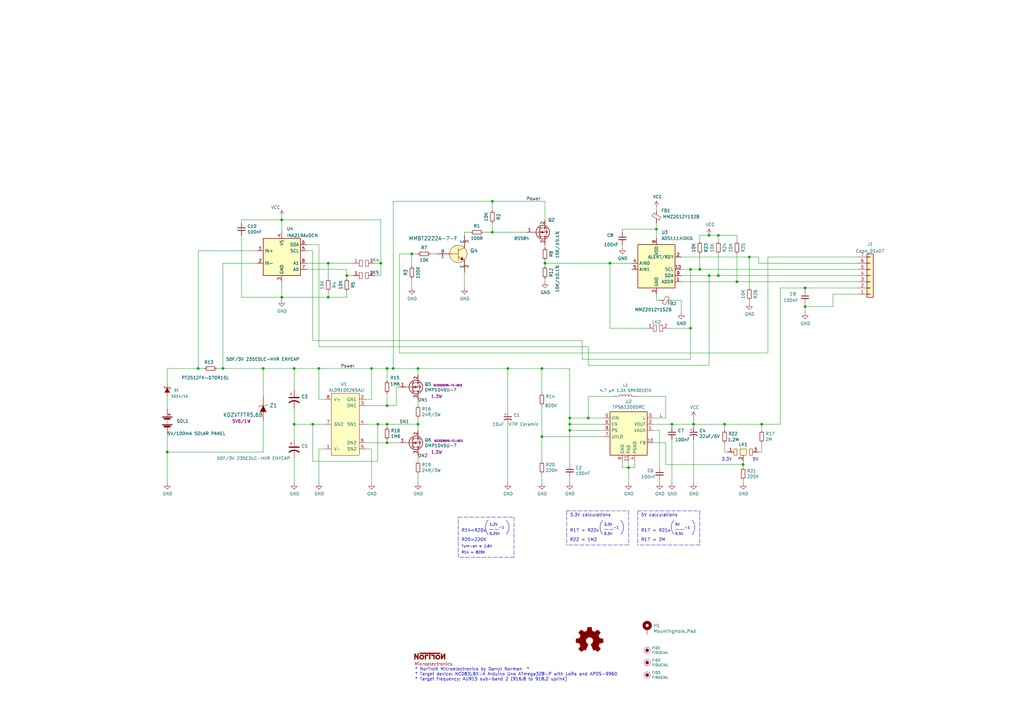
<source format=kicad_sch>
(kicad_sch (version 20211123) (generator eeschema)

  (uuid c830e3bc-dc64-4f65-8f47-3b106bae2807)

  (paper "A3")

  (title_block
    (title "NC085PSU-01-01 Solar Super Cap Power Supply")
    (date "2022-03-03")
    (rev "A")
    (company "NorTroN Microelectronics ")
    (comment 1 "Copyright (c) 03/03/2022")
    (comment 2 "Glenroy NSW 2640")
    (comment 3 "8 Cooper Close")
  )

  (lib_symbols
    (symbol "Active:DIODE_SCHOTTKY" (pin_numbers hide) (pin_names (offset 1.016) hide) (in_bom yes) (on_board yes)
      (property "Reference" "D" (id 0) (at 0 1.905 0)
        (effects (font (size 1.016 1.016)))
      )
      (property "Value" "Active_DIODE_SCHOTTKY" (id 1) (at 0 -2.54 0)
        (effects (font (size 1.016 1.016)) hide)
      )
      (property "Footprint" "" (id 2) (at 0 0 0)
        (effects (font (size 1.524 1.524)))
      )
      (property "Datasheet" "" (id 3) (at 0 0 0)
        (effects (font (size 1.524 1.524)))
      )
      (property "ki_fp_filters" "DO* SOD* D*" (id 4) (at 0 0 0)
        (effects (font (size 1.27 1.27)) hide)
      )
      (symbol "DIODE_SCHOTTKY_0_1"
        (polyline
          (pts
            (xy -1.016 1.016)
            (xy 1.016 0)
            (xy -1.016 -1.016)
          )
          (stroke (width 0) (type default) (color 0 0 0 0))
          (fill (type outline))
        )
        (polyline
          (pts
            (xy 1.524 1.016)
            (xy 1.524 1.27)
            (xy 1.016 1.27)
            (xy 1.016 -1.27)
            (xy 0.508 -1.27)
            (xy 0.508 -1.016)
          )
          (stroke (width 0.2032) (type default) (color 0 0 0 0))
          (fill (type none))
        )
      )
      (symbol "DIODE_SCHOTTKY_1_1"
        (pin passive line (at -2.54 0 0) (length 1.524)
          (name "A" (effects (font (size 1.016 1.016))))
          (number "A" (effects (font (size 1.016 1.016))))
        )
        (pin passive line (at 2.54 0 180) (length 1.524)
          (name "K" (effects (font (size 1.016 1.016))))
          (number "K" (effects (font (size 1.016 1.016))))
        )
      )
    )
    (symbol "Analog_ADC:ADS1114IDGS" (in_bom yes) (on_board yes)
      (property "Reference" "U" (id 0) (at 2.54 13.97 0)
        (effects (font (size 1.27 1.27)))
      )
      (property "Value" "ADS1114IDGS" (id 1) (at 7.62 11.43 0)
        (effects (font (size 1.27 1.27)))
      )
      (property "Footprint" "Package_SO:TSSOP-10_3x3mm_P0.5mm" (id 2) (at 0 -12.7 0)
        (effects (font (size 1.27 1.27)) hide)
      )
      (property "Datasheet" "http://www.ti.com/lit/ds/symlink/ads1113.pdf" (id 3) (at -1.27 -22.86 0)
        (effects (font (size 1.27 1.27)) hide)
      )
      (property "ki_keywords" "16 bit single channel I2C ADC" (id 4) (at 0 0 0)
        (effects (font (size 1.27 1.27)) hide)
      )
      (property "ki_description" "Ultra-Small, Low-Power, I2C-Compatible, 860-SPS, 16-Bit ADCs With Internal Reference, Oscillator, and Programmable Comparator, VSSOP-10" (id 5) (at 0 0 0)
        (effects (font (size 1.27 1.27)) hide)
      )
      (property "ki_fp_filters" "TSSOP*3x3mm*P0.5mm*" (id 6) (at 0 0 0)
        (effects (font (size 1.27 1.27)) hide)
      )
      (symbol "ADS1114IDGS_0_1"
        (rectangle (start -7.62 10.16) (end 7.62 -7.62)
          (stroke (width 0.254) (type default) (color 0 0 0 0))
          (fill (type background))
        )
      )
      (symbol "ADS1114IDGS_1_1"
        (pin input line (at 10.16 -5.08 180) (length 2.54)
          (name "ADDR" (effects (font (size 1.27 1.27))))
          (number "1" (effects (font (size 1.27 1.27))))
        )
        (pin input line (at 10.16 0 180) (length 2.54)
          (name "SCL" (effects (font (size 1.27 1.27))))
          (number "10" (effects (font (size 1.27 1.27))))
        )
        (pin output line (at 10.16 5.08 180) (length 2.54)
          (name "ALERT/RDY" (effects (font (size 1.27 1.27))))
          (number "2" (effects (font (size 1.27 1.27))))
        )
        (pin power_in line (at 0 -10.16 90) (length 2.54)
          (name "GND" (effects (font (size 1.27 1.27))))
          (number "3" (effects (font (size 1.27 1.27))))
        )
        (pin input line (at -10.16 2.54 0) (length 2.54)
          (name "AIN0" (effects (font (size 1.27 1.27))))
          (number "4" (effects (font (size 1.27 1.27))))
        )
        (pin input line (at -10.16 0 0) (length 2.54)
          (name "AIN1" (effects (font (size 1.27 1.27))))
          (number "5" (effects (font (size 1.27 1.27))))
        )
        (pin no_connect line (at -7.62 7.62 0) (length 2.54) hide
          (name "~" (effects (font (size 1.27 1.27))))
          (number "6" (effects (font (size 1.27 1.27))))
        )
        (pin no_connect line (at -7.62 5.08 0) (length 2.54) hide
          (name "~" (effects (font (size 1.27 1.27))))
          (number "7" (effects (font (size 1.27 1.27))))
        )
        (pin power_in line (at 0 12.7 270) (length 2.54)
          (name "VDD" (effects (font (size 1.27 1.27))))
          (number "8" (effects (font (size 1.27 1.27))))
        )
        (pin bidirectional line (at 10.16 -2.54 180) (length 2.54)
          (name "SDA" (effects (font (size 1.27 1.27))))
          (number "9" (effects (font (size 1.27 1.27))))
        )
      )
    )
    (symbol "Analog_ADC:INA219AxDCN" (in_bom yes) (on_board yes)
      (property "Reference" "U" (id 0) (at -6.35 8.89 0)
        (effects (font (size 1.27 1.27)))
      )
      (property "Value" "INA219AxDCN" (id 1) (at 6.35 8.89 0)
        (effects (font (size 1.27 1.27)))
      )
      (property "Footprint" "Package_TO_SOT_SMD:SOT-23-8" (id 2) (at 16.51 -8.89 0)
        (effects (font (size 1.27 1.27)) hide)
      )
      (property "Datasheet" "http://www.ti.com/lit/ds/symlink/ina219.pdf" (id 3) (at 8.89 -2.54 0)
        (effects (font (size 1.27 1.27)) hide)
      )
      (property "ki_keywords" "ADC I2C 16-Bit Oversampling Current Shunt" (id 4) (at 0 0 0)
        (effects (font (size 1.27 1.27)) hide)
      )
      (property "ki_description" "Zero-Drift, Bidirectional Current/Power Monitor (0-26V) With I2C Interface, SOT-23-8" (id 5) (at 0 0 0)
        (effects (font (size 1.27 1.27)) hide)
      )
      (property "ki_fp_filters" "SOT?23*" (id 6) (at 0 0 0)
        (effects (font (size 1.27 1.27)) hide)
      )
      (symbol "INA219AxDCN_0_1"
        (rectangle (start -7.62 7.62) (end 7.62 -7.62)
          (stroke (width 0.254) (type default) (color 0 0 0 0))
          (fill (type background))
        )
      )
      (symbol "INA219AxDCN_1_1"
        (pin input line (at -10.16 2.54 0) (length 2.54)
          (name "IN+" (effects (font (size 1.27 1.27))))
          (number "1" (effects (font (size 1.27 1.27))))
        )
        (pin input line (at -10.16 -2.54 0) (length 2.54)
          (name "IN-" (effects (font (size 1.27 1.27))))
          (number "2" (effects (font (size 1.27 1.27))))
        )
        (pin power_in line (at 0 -10.16 90) (length 2.54)
          (name "GND" (effects (font (size 1.27 1.27))))
          (number "3" (effects (font (size 1.27 1.27))))
        )
        (pin power_in line (at 0 10.16 270) (length 2.54)
          (name "VS" (effects (font (size 1.27 1.27))))
          (number "4" (effects (font (size 1.27 1.27))))
        )
        (pin input line (at 10.16 2.54 180) (length 2.54)
          (name "SCL" (effects (font (size 1.27 1.27))))
          (number "5" (effects (font (size 1.27 1.27))))
        )
        (pin bidirectional line (at 10.16 5.08 180) (length 2.54)
          (name "SDA" (effects (font (size 1.27 1.27))))
          (number "6" (effects (font (size 1.27 1.27))))
        )
        (pin input line (at 10.16 -5.08 180) (length 2.54)
          (name "A0" (effects (font (size 1.27 1.27))))
          (number "7" (effects (font (size 1.27 1.27))))
        )
        (pin input line (at 10.16 -2.54 180) (length 2.54)
          (name "A1" (effects (font (size 1.27 1.27))))
          (number "8" (effects (font (size 1.27 1.27))))
        )
      )
    )
    (symbol "Connector_Generic:Conn_01x07" (pin_names (offset 1.016) hide) (in_bom yes) (on_board yes)
      (property "Reference" "J" (id 0) (at 0 10.16 0)
        (effects (font (size 1.27 1.27)))
      )
      (property "Value" "Conn_01x07" (id 1) (at 0 -10.16 0)
        (effects (font (size 1.27 1.27)))
      )
      (property "Footprint" "" (id 2) (at 0 0 0)
        (effects (font (size 1.27 1.27)) hide)
      )
      (property "Datasheet" "~" (id 3) (at 0 0 0)
        (effects (font (size 1.27 1.27)) hide)
      )
      (property "ki_keywords" "connector" (id 4) (at 0 0 0)
        (effects (font (size 1.27 1.27)) hide)
      )
      (property "ki_description" "Generic connector, single row, 01x07, script generated (kicad-library-utils/schlib/autogen/connector/)" (id 5) (at 0 0 0)
        (effects (font (size 1.27 1.27)) hide)
      )
      (property "ki_fp_filters" "Connector*:*_1x??_*" (id 6) (at 0 0 0)
        (effects (font (size 1.27 1.27)) hide)
      )
      (symbol "Conn_01x07_1_1"
        (rectangle (start -1.27 -7.493) (end 0 -7.747)
          (stroke (width 0.1524) (type default) (color 0 0 0 0))
          (fill (type none))
        )
        (rectangle (start -1.27 -4.953) (end 0 -5.207)
          (stroke (width 0.1524) (type default) (color 0 0 0 0))
          (fill (type none))
        )
        (rectangle (start -1.27 -2.413) (end 0 -2.667)
          (stroke (width 0.1524) (type default) (color 0 0 0 0))
          (fill (type none))
        )
        (rectangle (start -1.27 0.127) (end 0 -0.127)
          (stroke (width 0.1524) (type default) (color 0 0 0 0))
          (fill (type none))
        )
        (rectangle (start -1.27 2.667) (end 0 2.413)
          (stroke (width 0.1524) (type default) (color 0 0 0 0))
          (fill (type none))
        )
        (rectangle (start -1.27 5.207) (end 0 4.953)
          (stroke (width 0.1524) (type default) (color 0 0 0 0))
          (fill (type none))
        )
        (rectangle (start -1.27 7.747) (end 0 7.493)
          (stroke (width 0.1524) (type default) (color 0 0 0 0))
          (fill (type none))
        )
        (rectangle (start -1.27 8.89) (end 1.27 -8.89)
          (stroke (width 0.254) (type default) (color 0 0 0 0))
          (fill (type background))
        )
        (pin passive line (at -5.08 7.62 0) (length 3.81)
          (name "Pin_1" (effects (font (size 1.27 1.27))))
          (number "1" (effects (font (size 1.27 1.27))))
        )
        (pin passive line (at -5.08 5.08 0) (length 3.81)
          (name "Pin_2" (effects (font (size 1.27 1.27))))
          (number "2" (effects (font (size 1.27 1.27))))
        )
        (pin passive line (at -5.08 2.54 0) (length 3.81)
          (name "Pin_3" (effects (font (size 1.27 1.27))))
          (number "3" (effects (font (size 1.27 1.27))))
        )
        (pin passive line (at -5.08 0 0) (length 3.81)
          (name "Pin_4" (effects (font (size 1.27 1.27))))
          (number "4" (effects (font (size 1.27 1.27))))
        )
        (pin passive line (at -5.08 -2.54 0) (length 3.81)
          (name "Pin_5" (effects (font (size 1.27 1.27))))
          (number "5" (effects (font (size 1.27 1.27))))
        )
        (pin passive line (at -5.08 -5.08 0) (length 3.81)
          (name "Pin_6" (effects (font (size 1.27 1.27))))
          (number "6" (effects (font (size 1.27 1.27))))
        )
        (pin passive line (at -5.08 -7.62 0) (length 3.81)
          (name "Pin_7" (effects (font (size 1.27 1.27))))
          (number "7" (effects (font (size 1.27 1.27))))
        )
      )
    )
    (symbol "Device:Battery" (pin_numbers hide) (pin_names (offset 0) hide) (in_bom yes) (on_board yes)
      (property "Reference" "BT" (id 0) (at 2.54 2.54 0)
        (effects (font (size 1.27 1.27)) (justify left))
      )
      (property "Value" "Battery" (id 1) (at 2.54 0 0)
        (effects (font (size 1.27 1.27)) (justify left))
      )
      (property "Footprint" "" (id 2) (at 0 1.524 90)
        (effects (font (size 1.27 1.27)) hide)
      )
      (property "Datasheet" "~" (id 3) (at 0 1.524 90)
        (effects (font (size 1.27 1.27)) hide)
      )
      (property "ki_keywords" "batt voltage-source cell" (id 4) (at 0 0 0)
        (effects (font (size 1.27 1.27)) hide)
      )
      (property "ki_description" "Multiple-cell battery" (id 5) (at 0 0 0)
        (effects (font (size 1.27 1.27)) hide)
      )
      (symbol "Battery_0_1"
        (rectangle (start -2.032 -1.397) (end 2.032 -1.651)
          (stroke (width 0) (type default) (color 0 0 0 0))
          (fill (type outline))
        )
        (rectangle (start -2.032 1.778) (end 2.032 1.524)
          (stroke (width 0) (type default) (color 0 0 0 0))
          (fill (type outline))
        )
        (rectangle (start -1.3208 -1.9812) (end 1.27 -2.4892)
          (stroke (width 0) (type default) (color 0 0 0 0))
          (fill (type outline))
        )
        (rectangle (start -1.3208 1.1938) (end 1.27 0.6858)
          (stroke (width 0) (type default) (color 0 0 0 0))
          (fill (type outline))
        )
        (polyline
          (pts
            (xy 0 -1.524)
            (xy 0 -1.27)
          )
          (stroke (width 0) (type default) (color 0 0 0 0))
          (fill (type none))
        )
        (polyline
          (pts
            (xy 0 -1.016)
            (xy 0 -0.762)
          )
          (stroke (width 0) (type default) (color 0 0 0 0))
          (fill (type none))
        )
        (polyline
          (pts
            (xy 0 -0.508)
            (xy 0 -0.254)
          )
          (stroke (width 0) (type default) (color 0 0 0 0))
          (fill (type none))
        )
        (polyline
          (pts
            (xy 0 0)
            (xy 0 0.254)
          )
          (stroke (width 0) (type default) (color 0 0 0 0))
          (fill (type none))
        )
        (polyline
          (pts
            (xy 0 0.508)
            (xy 0 0.762)
          )
          (stroke (width 0) (type default) (color 0 0 0 0))
          (fill (type none))
        )
        (polyline
          (pts
            (xy 0 1.778)
            (xy 0 2.54)
          )
          (stroke (width 0) (type default) (color 0 0 0 0))
          (fill (type none))
        )
        (polyline
          (pts
            (xy 0.254 2.667)
            (xy 1.27 2.667)
          )
          (stroke (width 0.254) (type default) (color 0 0 0 0))
          (fill (type none))
        )
        (polyline
          (pts
            (xy 0.762 3.175)
            (xy 0.762 2.159)
          )
          (stroke (width 0.254) (type default) (color 0 0 0 0))
          (fill (type none))
        )
      )
      (symbol "Battery_1_1"
        (pin passive line (at 0 5.08 270) (length 2.54)
          (name "+" (effects (font (size 1.27 1.27))))
          (number "1" (effects (font (size 1.27 1.27))))
        )
        (pin passive line (at 0 -5.08 90) (length 2.54)
          (name "-" (effects (font (size 1.27 1.27))))
          (number "2" (effects (font (size 1.27 1.27))))
        )
      )
    )
    (symbol "Device:CP1" (pin_numbers hide) (pin_names (offset 0.254) hide) (in_bom yes) (on_board yes)
      (property "Reference" "C" (id 0) (at 0.635 2.54 0)
        (effects (font (size 1.27 1.27)) (justify left))
      )
      (property "Value" "Device_CP1" (id 1) (at 0.635 -2.54 0)
        (effects (font (size 1.27 1.27)) (justify left))
      )
      (property "Footprint" "" (id 2) (at 0 0 0)
        (effects (font (size 1.27 1.27)) hide)
      )
      (property "Datasheet" "" (id 3) (at 0 0 0)
        (effects (font (size 1.27 1.27)) hide)
      )
      (property "ki_fp_filters" "CP_*" (id 4) (at 0 0 0)
        (effects (font (size 1.27 1.27)) hide)
      )
      (symbol "CP1_0_1"
        (polyline
          (pts
            (xy -2.032 0.762)
            (xy 2.032 0.762)
          )
          (stroke (width 0.508) (type default) (color 0 0 0 0))
          (fill (type none))
        )
        (polyline
          (pts
            (xy -1.778 2.286)
            (xy -0.762 2.286)
          )
          (stroke (width 0) (type default) (color 0 0 0 0))
          (fill (type none))
        )
        (polyline
          (pts
            (xy -1.27 1.778)
            (xy -1.27 2.794)
          )
          (stroke (width 0) (type default) (color 0 0 0 0))
          (fill (type none))
        )
        (arc (start 2.032 -1.27) (mid 0 -0.5572) (end -2.032 -1.27)
          (stroke (width 0.508) (type default) (color 0 0 0 0))
          (fill (type none))
        )
      )
      (symbol "CP1_1_1"
        (pin passive line (at 0 3.81 270) (length 2.794)
          (name "~" (effects (font (size 1.27 1.27))))
          (number "1" (effects (font (size 1.27 1.27))))
        )
        (pin passive line (at 0 -3.81 90) (length 3.302)
          (name "~" (effects (font (size 1.27 1.27))))
          (number "2" (effects (font (size 1.27 1.27))))
        )
      )
    )
    (symbol "Device:CP1_Small" (pin_numbers hide) (pin_names (offset 0.254) hide) (in_bom yes) (on_board yes)
      (property "Reference" "C" (id 0) (at 0.254 1.778 0)
        (effects (font (size 1.27 1.27)) (justify left))
      )
      (property "Value" "Device_CP1_Small" (id 1) (at 0.254 -2.032 0)
        (effects (font (size 1.27 1.27)) (justify left))
      )
      (property "Footprint" "" (id 2) (at 0 0 0)
        (effects (font (size 1.27 1.27)) hide)
      )
      (property "Datasheet" "" (id 3) (at 0 0 0)
        (effects (font (size 1.27 1.27)) hide)
      )
      (property "ki_fp_filters" "CP_*" (id 4) (at 0 0 0)
        (effects (font (size 1.27 1.27)) hide)
      )
      (symbol "CP1_Small_0_1"
        (polyline
          (pts
            (xy -1.524 0.508)
            (xy 1.524 0.508)
          )
          (stroke (width 0.3048) (type default) (color 0 0 0 0))
          (fill (type none))
        )
        (polyline
          (pts
            (xy -1.27 1.524)
            (xy -0.762 1.524)
          )
          (stroke (width 0) (type default) (color 0 0 0 0))
          (fill (type none))
        )
        (polyline
          (pts
            (xy -1.016 1.27)
            (xy -1.016 1.778)
          )
          (stroke (width 0) (type default) (color 0 0 0 0))
          (fill (type none))
        )
        (arc (start 1.524 -0.762) (mid 0 -0.3734) (end -1.524 -0.762)
          (stroke (width 0.3048) (type default) (color 0 0 0 0))
          (fill (type none))
        )
      )
      (symbol "CP1_Small_1_1"
        (pin passive line (at 0 2.54 270) (length 2.032)
          (name "~" (effects (font (size 1.27 1.27))))
          (number "1" (effects (font (size 1.27 1.27))))
        )
        (pin passive line (at 0 -2.54 90) (length 2.032)
          (name "~" (effects (font (size 1.27 1.27))))
          (number "2" (effects (font (size 1.27 1.27))))
        )
      )
    )
    (symbol "Device:C_Small" (pin_numbers hide) (pin_names (offset 0.254) hide) (in_bom yes) (on_board yes)
      (property "Reference" "C" (id 0) (at 0.254 1.778 0)
        (effects (font (size 1.27 1.27)) (justify left))
      )
      (property "Value" "C_Small" (id 1) (at 0.254 -2.032 0)
        (effects (font (size 1.27 1.27)) (justify left))
      )
      (property "Footprint" "" (id 2) (at 0 0 0)
        (effects (font (size 1.27 1.27)) hide)
      )
      (property "Datasheet" "~" (id 3) (at 0 0 0)
        (effects (font (size 1.27 1.27)) hide)
      )
      (property "ki_keywords" "capacitor cap" (id 4) (at 0 0 0)
        (effects (font (size 1.27 1.27)) hide)
      )
      (property "ki_description" "Unpolarized capacitor, small symbol" (id 5) (at 0 0 0)
        (effects (font (size 1.27 1.27)) hide)
      )
      (property "ki_fp_filters" "C_*" (id 6) (at 0 0 0)
        (effects (font (size 1.27 1.27)) hide)
      )
      (symbol "C_Small_0_1"
        (polyline
          (pts
            (xy -1.524 -0.508)
            (xy 1.524 -0.508)
          )
          (stroke (width 0.3302) (type default) (color 0 0 0 0))
          (fill (type none))
        )
        (polyline
          (pts
            (xy -1.524 0.508)
            (xy 1.524 0.508)
          )
          (stroke (width 0.3048) (type default) (color 0 0 0 0))
          (fill (type none))
        )
      )
      (symbol "C_Small_1_1"
        (pin passive line (at 0 2.54 270) (length 2.032)
          (name "~" (effects (font (size 1.27 1.27))))
          (number "1" (effects (font (size 1.27 1.27))))
        )
        (pin passive line (at 0 -2.54 90) (length 2.032)
          (name "~" (effects (font (size 1.27 1.27))))
          (number "2" (effects (font (size 1.27 1.27))))
        )
      )
    )
    (symbol "Device:FerriteBead_Small" (pin_numbers hide) (pin_names (offset 0)) (in_bom yes) (on_board yes)
      (property "Reference" "FB" (id 0) (at 1.905 1.27 0)
        (effects (font (size 1.27 1.27)) (justify left))
      )
      (property "Value" "FerriteBead_Small" (id 1) (at 1.905 -1.27 0)
        (effects (font (size 1.27 1.27)) (justify left))
      )
      (property "Footprint" "" (id 2) (at -1.778 0 90)
        (effects (font (size 1.27 1.27)) hide)
      )
      (property "Datasheet" "~" (id 3) (at 0 0 0)
        (effects (font (size 1.27 1.27)) hide)
      )
      (property "ki_keywords" "L ferrite bead inductor filter" (id 4) (at 0 0 0)
        (effects (font (size 1.27 1.27)) hide)
      )
      (property "ki_description" "Ferrite bead, small symbol" (id 5) (at 0 0 0)
        (effects (font (size 1.27 1.27)) hide)
      )
      (property "ki_fp_filters" "Inductor_* L_* *Ferrite*" (id 6) (at 0 0 0)
        (effects (font (size 1.27 1.27)) hide)
      )
      (symbol "FerriteBead_Small_0_1"
        (polyline
          (pts
            (xy 0 -1.27)
            (xy 0 -0.7874)
          )
          (stroke (width 0) (type default) (color 0 0 0 0))
          (fill (type none))
        )
        (polyline
          (pts
            (xy 0 0.889)
            (xy 0 1.2954)
          )
          (stroke (width 0) (type default) (color 0 0 0 0))
          (fill (type none))
        )
        (polyline
          (pts
            (xy -1.8288 0.2794)
            (xy -1.1176 1.4986)
            (xy 1.8288 -0.2032)
            (xy 1.1176 -1.4224)
            (xy -1.8288 0.2794)
          )
          (stroke (width 0) (type default) (color 0 0 0 0))
          (fill (type none))
        )
      )
      (symbol "FerriteBead_Small_1_1"
        (pin passive line (at 0 2.54 270) (length 1.27)
          (name "~" (effects (font (size 1.27 1.27))))
          (number "1" (effects (font (size 1.27 1.27))))
        )
        (pin passive line (at 0 -2.54 90) (length 1.27)
          (name "~" (effects (font (size 1.27 1.27))))
          (number "2" (effects (font (size 1.27 1.27))))
        )
      )
    )
    (symbol "Device:R_Small" (pin_numbers hide) (pin_names (offset 0.254) hide) (in_bom yes) (on_board yes)
      (property "Reference" "R" (id 0) (at 0.762 0.508 0)
        (effects (font (size 1.27 1.27)) (justify left))
      )
      (property "Value" "R_Small" (id 1) (at 0.762 -1.016 0)
        (effects (font (size 1.27 1.27)) (justify left))
      )
      (property "Footprint" "" (id 2) (at 0 0 0)
        (effects (font (size 1.27 1.27)) hide)
      )
      (property "Datasheet" "~" (id 3) (at 0 0 0)
        (effects (font (size 1.27 1.27)) hide)
      )
      (property "ki_keywords" "R resistor" (id 4) (at 0 0 0)
        (effects (font (size 1.27 1.27)) hide)
      )
      (property "ki_description" "Resistor, small symbol" (id 5) (at 0 0 0)
        (effects (font (size 1.27 1.27)) hide)
      )
      (property "ki_fp_filters" "R_*" (id 6) (at 0 0 0)
        (effects (font (size 1.27 1.27)) hide)
      )
      (symbol "R_Small_0_1"
        (rectangle (start -0.762 1.778) (end 0.762 -1.778)
          (stroke (width 0.2032) (type default) (color 0 0 0 0))
          (fill (type none))
        )
      )
      (symbol "R_Small_1_1"
        (pin passive line (at 0 2.54 270) (length 0.762)
          (name "~" (effects (font (size 1.27 1.27))))
          (number "1" (effects (font (size 1.27 1.27))))
        )
        (pin passive line (at 0 -2.54 90) (length 0.762)
          (name "~" (effects (font (size 1.27 1.27))))
          (number "2" (effects (font (size 1.27 1.27))))
        )
      )
    )
    (symbol "Electromechanical:FIDUCIAL" (pin_names (offset 1.016)) (in_bom yes) (on_board yes)
      (property "Reference" "FID" (id 0) (at 0 2.54 0)
        (effects (font (size 1.016 1.016)))
      )
      (property "Value" "Electromechanical_FIDUCIAL" (id 1) (at 0 -2.54 0)
        (effects (font (size 1.016 1.016)))
      )
      (property "Footprint" "" (id 2) (at 0 -7.62 0)
        (effects (font (size 1.524 1.524)) hide)
      )
      (property "Datasheet" "" (id 3) (at 0 -1.27 0)
        (effects (font (size 1.524 1.524)))
      )
      (property "ki_fp_filters" "FID*" (id 4) (at 0 0 0)
        (effects (font (size 1.27 1.27)) hide)
      )
      (symbol "FIDUCIAL_0_1"
        (circle (center 0 0) (radius 0.635)
          (stroke (width 0.127) (type default) (color 0 0 0 0))
          (fill (type outline))
        )
        (circle (center 0 0) (radius 1.27)
          (stroke (width 0.127) (type default) (color 0 0 0 0))
          (fill (type none))
        )
      )
    )
    (symbol "Graphic:Logo_Open_Hardware_Small" (pin_names (offset 1.016)) (in_bom yes) (on_board yes)
      (property "Reference" "#LOGO" (id 0) (at 0 6.985 0)
        (effects (font (size 1.27 1.27)) hide)
      )
      (property "Value" "Logo_Open_Hardware_Small" (id 1) (at 0 -5.715 0)
        (effects (font (size 1.27 1.27)) hide)
      )
      (property "Footprint" "" (id 2) (at 0 0 0)
        (effects (font (size 1.27 1.27)) hide)
      )
      (property "Datasheet" "~" (id 3) (at 0 0 0)
        (effects (font (size 1.27 1.27)) hide)
      )
      (property "ki_keywords" "Logo" (id 4) (at 0 0 0)
        (effects (font (size 1.27 1.27)) hide)
      )
      (property "ki_description" "Open Hardware logo, small" (id 5) (at 0 0 0)
        (effects (font (size 1.27 1.27)) hide)
      )
      (symbol "Logo_Open_Hardware_Small_0_1"
        (polyline
          (pts
            (xy 3.3528 -4.3434)
            (xy 3.302 -4.318)
            (xy 3.175 -4.2418)
            (xy 2.9972 -4.1148)
            (xy 2.7686 -3.9624)
            (xy 2.54 -3.81)
            (xy 2.3622 -3.7084)
            (xy 2.2352 -3.6068)
            (xy 2.1844 -3.5814)
            (xy 2.159 -3.6068)
            (xy 2.0574 -3.6576)
            (xy 1.905 -3.7338)
            (xy 1.8034 -3.7846)
            (xy 1.6764 -3.8354)
            (xy 1.6002 -3.8354)
            (xy 1.6002 -3.8354)
            (xy 1.5494 -3.7338)
            (xy 1.4732 -3.5306)
            (xy 1.3462 -3.302)
            (xy 1.2446 -3.0226)
            (xy 1.1176 -2.7178)
            (xy 0.9652 -2.413)
            (xy 0.8636 -2.1082)
            (xy 0.7366 -1.8288)
            (xy 0.6604 -1.6256)
            (xy 0.6096 -1.4732)
            (xy 0.5842 -1.397)
            (xy 0.5842 -1.397)
            (xy 0.6604 -1.3208)
            (xy 0.7874 -1.2446)
            (xy 1.0414 -1.016)
            (xy 1.2954 -0.6858)
            (xy 1.4478 -0.3302)
            (xy 1.524 0.0762)
            (xy 1.4732 0.4572)
            (xy 1.3208 0.8128)
            (xy 1.0668 1.143)
            (xy 0.762 1.3716)
            (xy 0.4064 1.524)
            (xy 0 1.5748)
            (xy -0.381 1.5494)
            (xy -0.7366 1.397)
            (xy -1.0668 1.143)
            (xy -1.2192 0.9906)
            (xy -1.397 0.6604)
            (xy -1.524 0.3048)
            (xy -1.524 0.2286)
            (xy -1.4986 -0.1778)
            (xy -1.397 -0.5334)
            (xy -1.1938 -0.8636)
            (xy -0.9144 -1.143)
            (xy -0.8636 -1.1684)
            (xy -0.7366 -1.27)
            (xy -0.635 -1.3462)
            (xy -0.5842 -1.397)
            (xy -1.0668 -2.5908)
            (xy -1.143 -2.794)
            (xy -1.2954 -3.1242)
            (xy -1.397 -3.4036)
            (xy -1.4986 -3.6322)
            (xy -1.5748 -3.7846)
            (xy -1.6002 -3.8354)
            (xy -1.6002 -3.8354)
            (xy -1.651 -3.8354)
            (xy -1.7272 -3.81)
            (xy -1.905 -3.7338)
            (xy -2.0066 -3.683)
            (xy -2.1336 -3.6068)
            (xy -2.2098 -3.5814)
            (xy -2.2606 -3.6068)
            (xy -2.3622 -3.683)
            (xy -2.54 -3.81)
            (xy -2.7686 -3.9624)
            (xy -2.9718 -4.0894)
            (xy -3.1496 -4.2164)
            (xy -3.302 -4.318)
            (xy -3.3528 -4.3434)
            (xy -3.3782 -4.3434)
            (xy -3.429 -4.318)
            (xy -3.5306 -4.2164)
            (xy -3.7084 -4.064)
            (xy -3.937 -3.8354)
            (xy -3.9624 -3.81)
            (xy -4.1656 -3.6068)
            (xy -4.318 -3.4544)
            (xy -4.4196 -3.3274)
            (xy -4.445 -3.2766)
            (xy -4.445 -3.2766)
            (xy -4.4196 -3.2258)
            (xy -4.318 -3.0734)
            (xy -4.2164 -2.8956)
            (xy -4.064 -2.667)
            (xy -3.6576 -2.0828)
            (xy -3.8862 -1.5494)
            (xy -3.937 -1.3716)
            (xy -4.0386 -1.1684)
            (xy -4.0894 -1.0414)
            (xy -4.1148 -0.9652)
            (xy -4.191 -0.9398)
            (xy -4.318 -0.9144)
            (xy -4.5466 -0.8636)
            (xy -4.8006 -0.8128)
            (xy -5.0546 -0.7874)
            (xy -5.2578 -0.7366)
            (xy -5.4356 -0.7112)
            (xy -5.5118 -0.6858)
            (xy -5.5118 -0.6858)
            (xy -5.5372 -0.635)
            (xy -5.5372 -0.5588)
            (xy -5.5372 -0.4318)
            (xy -5.5626 -0.2286)
            (xy -5.5626 0.0762)
            (xy -5.5626 0.127)
            (xy -5.5372 0.4064)
            (xy -5.5372 0.635)
            (xy -5.5372 0.762)
            (xy -5.5372 0.8382)
            (xy -5.5372 0.8382)
            (xy -5.461 0.8382)
            (xy -5.3086 0.889)
            (xy -5.08 0.9144)
            (xy -4.826 0.9652)
            (xy -4.8006 0.9906)
            (xy -4.5466 1.0414)
            (xy -4.318 1.0668)
            (xy -4.1656 1.1176)
            (xy -4.0894 1.143)
            (xy -4.0894 1.143)
            (xy -4.0386 1.2446)
            (xy -3.9624 1.4224)
            (xy -3.8608 1.6256)
            (xy -3.7846 1.8288)
            (xy -3.7084 2.0066)
            (xy -3.6576 2.159)
            (xy -3.6322 2.2098)
            (xy -3.6322 2.2098)
            (xy -3.683 2.286)
            (xy -3.7592 2.413)
            (xy -3.8862 2.5908)
            (xy -4.064 2.8194)
            (xy -4.064 2.8448)
            (xy -4.2164 3.0734)
            (xy -4.3434 3.2512)
            (xy -4.4196 3.3782)
            (xy -4.445 3.4544)
            (xy -4.445 3.4544)
            (xy -4.3942 3.5052)
            (xy -4.2926 3.6322)
            (xy -4.1148 3.81)
            (xy -3.937 4.0132)
            (xy -3.8608 4.064)
            (xy -3.6576 4.2926)
            (xy -3.5052 4.4196)
            (xy -3.4036 4.4958)
            (xy -3.3528 4.5212)
            (xy -3.3528 4.5212)
            (xy -3.302 4.4704)
            (xy -3.1496 4.3688)
            (xy -2.9718 4.2418)
            (xy -2.7432 4.0894)
            (xy -2.7178 4.0894)
            (xy -2.4892 3.937)
            (xy -2.3114 3.81)
            (xy -2.1844 3.7084)
            (xy -2.1336 3.683)
            (xy -2.1082 3.683)
            (xy -2.032 3.7084)
            (xy -1.8542 3.7592)
            (xy -1.6764 3.8354)
            (xy -1.4732 3.937)
            (xy -1.27 4.0132)
            (xy -1.143 4.064)
            (xy -1.0668 4.1148)
            (xy -1.0668 4.1148)
            (xy -1.0414 4.191)
            (xy -1.016 4.3434)
            (xy -0.9652 4.572)
            (xy -0.9144 4.8514)
            (xy -0.889 4.9022)
            (xy -0.8382 5.1562)
            (xy -0.8128 5.3848)
            (xy -0.7874 5.5372)
            (xy -0.762 5.588)
            (xy -0.7112 5.6134)
            (xy -0.5842 5.6134)
            (xy -0.4064 5.6134)
            (xy -0.1524 5.6134)
            (xy 0.0762 5.6134)
            (xy 0.3302 5.6134)
            (xy 0.5334 5.6134)
            (xy 0.6858 5.588)
            (xy 0.7366 5.588)
            (xy 0.7366 5.588)
            (xy 0.762 5.5118)
            (xy 0.8128 5.334)
            (xy 0.8382 5.1054)
            (xy 0.9144 4.826)
            (xy 0.9144 4.7752)
            (xy 0.9652 4.5212)
            (xy 1.016 4.2926)
            (xy 1.0414 4.1402)
            (xy 1.0668 4.0894)
            (xy 1.0668 4.0894)
            (xy 1.1938 4.0386)
            (xy 1.3716 3.9624)
            (xy 1.5748 3.8608)
            (xy 2.0828 3.6576)
            (xy 2.7178 4.0894)
            (xy 2.7686 4.1402)
            (xy 2.9972 4.2926)
            (xy 3.175 4.4196)
            (xy 3.302 4.4958)
            (xy 3.3782 4.5212)
            (xy 3.3782 4.5212)
            (xy 3.429 4.4704)
            (xy 3.556 4.3434)
            (xy 3.7338 4.191)
            (xy 3.9116 3.9878)
            (xy 4.064 3.8354)
            (xy 4.2418 3.6576)
            (xy 4.3434 3.556)
            (xy 4.4196 3.4798)
            (xy 4.4196 3.429)
            (xy 4.4196 3.4036)
            (xy 4.3942 3.3274)
            (xy 4.2926 3.2004)
            (xy 4.1656 2.9972)
            (xy 4.0132 2.794)
            (xy 3.8862 2.5908)
            (xy 3.7592 2.3876)
            (xy 3.6576 2.2352)
            (xy 3.6322 2.159)
            (xy 3.6322 2.1336)
            (xy 3.683 2.0066)
            (xy 3.7592 1.8288)
            (xy 3.8608 1.6002)
            (xy 4.064 1.1176)
            (xy 4.3942 1.0414)
            (xy 4.5974 1.016)
            (xy 4.8768 0.9652)
            (xy 5.1308 0.9144)
            (xy 5.5372 0.8382)
            (xy 5.5626 -0.6604)
            (xy 5.4864 -0.6858)
            (xy 5.4356 -0.6858)
            (xy 5.2832 -0.7366)
            (xy 5.0546 -0.762)
            (xy 4.8006 -0.8128)
            (xy 4.5974 -0.8636)
            (xy 4.3688 -0.9144)
            (xy 4.2164 -0.9398)
            (xy 4.1402 -0.9398)
            (xy 4.1148 -0.9652)
            (xy 4.064 -1.0668)
            (xy 3.9878 -1.2446)
            (xy 3.9116 -1.4478)
            (xy 3.81 -1.651)
            (xy 3.7338 -1.8542)
            (xy 3.683 -2.0066)
            (xy 3.6576 -2.0828)
            (xy 3.683 -2.1336)
            (xy 3.7846 -2.2606)
            (xy 3.8862 -2.4638)
            (xy 4.0386 -2.667)
            (xy 4.191 -2.8956)
            (xy 4.318 -3.0734)
            (xy 4.3942 -3.2004)
            (xy 4.445 -3.2766)
            (xy 4.4196 -3.3274)
            (xy 4.3434 -3.429)
            (xy 4.1656 -3.5814)
            (xy 3.937 -3.8354)
            (xy 3.8862 -3.8608)
            (xy 3.683 -4.064)
            (xy 3.5306 -4.2164)
            (xy 3.4036 -4.318)
            (xy 3.3528 -4.3434)
          )
          (stroke (width 0) (type default) (color 0 0 0 0))
          (fill (type outline))
        )
      )
    )
    (symbol "Mechanical:MountingHole_Pad" (pin_numbers hide) (pin_names (offset 1.016) hide) (in_bom yes) (on_board yes)
      (property "Reference" "H" (id 0) (at 0 6.35 0)
        (effects (font (size 1.27 1.27)))
      )
      (property "Value" "MountingHole_Pad" (id 1) (at 0 4.445 0)
        (effects (font (size 1.27 1.27)))
      )
      (property "Footprint" "" (id 2) (at 0 0 0)
        (effects (font (size 1.27 1.27)) hide)
      )
      (property "Datasheet" "~" (id 3) (at 0 0 0)
        (effects (font (size 1.27 1.27)) hide)
      )
      (property "ki_keywords" "mounting hole" (id 4) (at 0 0 0)
        (effects (font (size 1.27 1.27)) hide)
      )
      (property "ki_description" "Mounting Hole with connection" (id 5) (at 0 0 0)
        (effects (font (size 1.27 1.27)) hide)
      )
      (property "ki_fp_filters" "MountingHole*Pad*" (id 6) (at 0 0 0)
        (effects (font (size 1.27 1.27)) hide)
      )
      (symbol "MountingHole_Pad_0_1"
        (circle (center 0 1.27) (radius 1.27)
          (stroke (width 1.27) (type default) (color 0 0 0 0))
          (fill (type none))
        )
      )
      (symbol "MountingHole_Pad_1_1"
        (pin input line (at 0 -2.54 90) (length 2.54)
          (name "1" (effects (font (size 1.27 1.27))))
          (number "1" (effects (font (size 1.27 1.27))))
        )
      )
    )
    (symbol "NC083LBX:NorTroN_LOGO" (in_bom yes) (on_board yes)
      (property "Reference" "1" (id 0) (at 0 0 0)
        (effects (font (size 1.27 1.27)))
      )
      (property "Value" "NorTroN_LOGO" (id 1) (at 0 2.54 0)
        (effects (font (size 1.27 1.27)) hide)
      )
      (property "Footprint" "" (id 2) (at 0 0 0)
        (effects (font (size 1.27 1.27)) hide)
      )
      (property "Datasheet" "" (id 3) (at 0 0 0)
        (effects (font (size 1.27 1.27)) hide)
      )
      (symbol "NorTroN_LOGO_0_0"
        (circle (center -2.286 -4.318) (radius 0.762)
          (stroke (width 0.508) (type default) (color 0 0 0 0))
          (fill (type none))
        )
        (polyline
          (pts
            (xy -0.762 -5.08)
            (xy -0.762 -3.556)
          )
          (stroke (width 0.508) (type default) (color 0 0 0 0))
          (fill (type none))
        )
        (polyline
          (pts
            (xy 1.016 -5.08)
            (xy 1.016 -2.794)
          )
          (stroke (width 0.508) (type default) (color 0 0 0 0))
          (fill (type none))
        )
        (polyline
          (pts
            (xy 1.016 -2.794)
            (xy -3.048 -2.794)
          )
          (stroke (width 0.508) (type default) (color 0 0 0 0))
          (fill (type none))
        )
        (polyline
          (pts
            (xy 2.794 -5.08)
            (xy 2.794 -3.556)
          )
          (stroke (width 0.508) (type default) (color 0 0 0 0))
          (fill (type none))
        )
        (polyline
          (pts
            (xy 5.08 -2.794)
            (xy 1.016 -2.794)
          )
          (stroke (width 0.508) (type default) (color 0 0 0 0))
          (fill (type none))
        )
        (polyline
          (pts
            (xy -5.08 -5.08)
            (xy -5.08 -3.048)
            (xy -3.81 -5.08)
            (xy -3.81 -3.048)
          )
          (stroke (width 0.508) (type default) (color 0 0 0 0))
          (fill (type none))
        )
        (polyline
          (pts
            (xy 7.112 -5.08)
            (xy 7.112 -3.048)
            (xy 5.842 -5.08)
            (xy 5.842 -3.048)
          )
          (stroke (width 0.508) (type default) (color 0 0 0 0))
          (fill (type none))
        )
        (arc (start 0.2514 -3.5509) (mid -0.3611 -3.596) (end -0.7646 -4.0589)
          (stroke (width 0.508) (type default) (color 0 0 0 0))
          (fill (type none))
        )
        (arc (start 2.7966 -4.0589) (mid 2.393 -3.5961) (end 1.7806 -3.5509)
          (stroke (width 0.508) (type default) (color 0 0 0 0))
          (fill (type none))
        )
        (circle (center 4.318 -4.318) (radius 0.762)
          (stroke (width 0.508) (type default) (color 0 0 0 0))
          (fill (type none))
        )
        (text "Microelectronics" (at -5.334 -7.874 0)
          (effects (font (size 1.27 1.27)) (justify left bottom))
        )
      )
    )
    (symbol "NorTroN:ALD910024" (pin_names (offset 1.016)) (in_bom yes) (on_board yes)
      (property "Reference" "U" (id 0) (at 0 1.27 0)
        (effects (font (size 1.27 1.27)))
      )
      (property "Value" "NorTroN_ALD910024" (id 1) (at 6.35 -31.75 0)
        (effects (font (size 1.27 1.27)))
      )
      (property "Footprint" "" (id 2) (at 0 -10.16 0)
        (effects (font (size 1.27 1.27)) hide)
      )
      (property "Datasheet" "" (id 3) (at 0 -10.16 0)
        (effects (font (size 1.27 1.27)) hide)
      )
      (symbol "ALD910024_0_1"
        (rectangle (start 0 -2.54) (end 11.43 -27.94)
          (stroke (width 0) (type default) (color 0 0 0 0))
          (fill (type background))
        )
      )
      (symbol "ALD910024_1_1"
        (pin power_in line (at -2.54 -25.4 0) (length 2.54)
          (name "V-" (effects (font (size 1.27 1.27))))
          (number "1" (effects (font (size 1.27 1.27))))
        )
        (pin power_in line (at 13.97 -5.08 180) (length 2.54)
          (name "GN1" (effects (font (size 1.27 1.27))))
          (number "2" (effects (font (size 1.27 1.27))))
        )
        (pin passive line (at 13.97 -7.62 180) (length 2.54)
          (name "DN1" (effects (font (size 1.27 1.27))))
          (number "3" (effects (font (size 1.27 1.27))))
        )
        (pin power_in line (at 13.97 -15.24 180) (length 2.54)
          (name "SN1" (effects (font (size 1.27 1.27))))
          (number "4" (effects (font (size 1.27 1.27))))
        )
        (pin power_in line (at 13.97 -25.4 180) (length 2.54)
          (name "SN2" (effects (font (size 1.27 1.27))))
          (number "5" (effects (font (size 1.27 1.27))))
        )
        (pin passive line (at 13.97 -22.86 180) (length 2.54)
          (name "DN2" (effects (font (size 1.27 1.27))))
          (number "6" (effects (font (size 1.27 1.27))))
        )
        (pin power_out line (at -2.54 -15.24 0) (length 2.54)
          (name "GN2" (effects (font (size 1.27 1.27))))
          (number "7" (effects (font (size 1.27 1.27))))
        )
        (pin power_in line (at -2.54 -5.08 0) (length 2.54)
          (name "V+" (effects (font (size 1.27 1.27))))
          (number "8" (effects (font (size 1.27 1.27))))
        )
      )
    )
    (symbol "NorTroN:MMBT2222A-7-F" (pin_names (offset 0)) (in_bom yes) (on_board yes)
      (property "Reference" "Q" (id 0) (at -5.08 5.08 0)
        (effects (font (size 1.524 1.524)))
      )
      (property "Value" "NorTroN_MMBT2222A-7-F" (id 1) (at 17.78 -2.54 0)
        (effects (font (size 1.524 1.524)))
      )
      (property "Footprint" "digikey-footprints:SOT-23-3" (id 2) (at 5.08 5.08 0)
        (effects (font (size 1.524 1.524)) (justify left) hide)
      )
      (property "Datasheet" "https://www.diodes.com/assets/Datasheets/ds30041.pdf" (id 3) (at 5.08 7.62 0)
        (effects (font (size 1.524 1.524)) (justify left) hide)
      )
      (property "Digi-Key_PN" "MMBT2222A-FDICT-ND" (id 4) (at 5.08 10.16 0)
        (effects (font (size 1.524 1.524)) (justify left) hide)
      )
      (property "MPN" "MMBT2222A-7-F" (id 5) (at 5.08 12.7 0)
        (effects (font (size 1.524 1.524)) (justify left) hide)
      )
      (property "Category" "Discrete Semiconductor Products" (id 6) (at 5.08 15.24 0)
        (effects (font (size 1.524 1.524)) (justify left) hide)
      )
      (property "Family" "Transistors - Bipolar (BJT) - Single" (id 7) (at 5.08 17.78 0)
        (effects (font (size 1.524 1.524)) (justify left) hide)
      )
      (property "DK_Datasheet_Link" "https://www.diodes.com/assets/Datasheets/ds30041.pdf" (id 8) (at 5.08 20.32 0)
        (effects (font (size 1.524 1.524)) (justify left) hide)
      )
      (property "DK_Detail_Page" "/product-detail/en/diodes-incorporated/MMBT2222A-7-F/MMBT2222A-FDICT-ND/815723" (id 9) (at 5.08 22.86 0)
        (effects (font (size 1.524 1.524)) (justify left) hide)
      )
      (property "Description" "TRANS NPN 40V 0.6A SMD SOT23-3" (id 10) (at 5.08 25.4 0)
        (effects (font (size 1.524 1.524)) (justify left) hide)
      )
      (property "Manufacturer" "Diodes Incorporated" (id 11) (at 5.08 27.94 0)
        (effects (font (size 1.524 1.524)) (justify left) hide)
      )
      (property "Status" "Active" (id 12) (at 5.08 30.48 0)
        (effects (font (size 1.524 1.524)) (justify left) hide)
      )
      (symbol "MMBT2222A-7-F_0_1"
        (polyline
          (pts
            (xy -3.81 0)
            (xy -2.54 0)
          )
          (stroke (width 0) (type default) (color 0 0 0 0))
          (fill (type none))
        )
        (polyline
          (pts
            (xy -3.556 0)
            (xy 0 0)
          )
          (stroke (width 0) (type default) (color 0 0 0 0))
          (fill (type none))
        )
        (polyline
          (pts
            (xy 0 -1.27)
            (xy 2.54 -2.54)
          )
          (stroke (width 0) (type default) (color 0 0 0 0))
          (fill (type none))
        )
        (polyline
          (pts
            (xy 0 1.27)
            (xy 2.54 2.54)
          )
          (stroke (width 0) (type default) (color 0 0 0 0))
          (fill (type none))
        )
        (polyline
          (pts
            (xy 0 2.54)
            (xy 0 -2.54)
          )
          (stroke (width 0) (type default) (color 0 0 0 0))
          (fill (type none))
        )
        (polyline
          (pts
            (xy 1.524 -1.27)
            (xy 2.032 -2.286)
            (xy 1.016 -2.54)
            (xy 1.524 -1.27)
          )
          (stroke (width 0) (type default) (color 0 0 0 0))
          (fill (type outline))
        )
        (circle (center 0 0) (radius 3.5814)
          (stroke (width 0) (type default) (color 0 0 0 0))
          (fill (type background))
        )
      )
      (symbol "MMBT2222A-7-F_1_1"
        (pin input line (at -8.89 0 0) (length 5.08)
          (name "B" (effects (font (size 1.27 1.27))))
          (number "1" (effects (font (size 1.27 1.27))))
        )
        (pin input line (at 2.54 -7.62 90) (length 5.08)
          (name "E" (effects (font (size 1.27 1.27))))
          (number "2" (effects (font (size 1.27 1.27))))
        )
        (pin input line (at 2.54 7.62 270) (length 5.08)
          (name "C" (effects (font (size 1.27 1.27))))
          (number "3" (effects (font (size 1.27 1.27))))
        )
      )
    )
    (symbol "NorTroN:S-LINK-2WAY" (pin_names (offset 0) hide) (in_bom yes) (on_board yes)
      (property "Reference" "LK" (id 0) (at -1.27 0 0)
        (effects (font (size 1.27 1.27)))
      )
      (property "Value" "S-LINK-2WAY" (id 1) (at 0 -5.08 0)
        (effects (font (size 1.27 1.27)))
      )
      (property "Footprint" "" (id 2) (at 0 0 0)
        (effects (font (size 1.27 1.27)) hide)
      )
      (property "Datasheet" "" (id 3) (at 0 0 0)
        (effects (font (size 1.27 1.27)) hide)
      )
      (property "ki_keywords" "Solder, link" (id 4) (at 0 0 0)
        (effects (font (size 1.27 1.27)) hide)
      )
      (property "ki_description" "Solder link 2 Way" (id 5) (at 0 0 0)
        (effects (font (size 1.27 1.27)) hide)
      )
      (symbol "S-LINK-2WAY_0_1"
        (rectangle (start -2.54 -1.27) (end -1.27 -3.81)
          (stroke (width 0) (type default) (color 0 0 0 0))
          (fill (type none))
        )
        (rectangle (start 1.27 -1.27) (end 0 -3.81)
          (stroke (width 0) (type default) (color 0 0 0 0))
          (fill (type none))
        )
      )
      (symbol "S-LINK-2WAY_1_1"
        (pin input line (at -5.08 -2.54 0) (length 2.54)
          (name "1" (effects (font (size 1.27 1.27))))
          (number "1" (effects (font (size 1.27 1.27))))
        )
        (pin input line (at 3.81 -2.54 180) (length 2.54)
          (name "2" (effects (font (size 1.27 1.27))))
          (number "2" (effects (font (size 1.27 1.27))))
        )
      )
    )
    (symbol "NorTroN:S-LINK-3WAY" (pin_names (offset 0) hide) (in_bom yes) (on_board yes)
      (property "Reference" "LK" (id 0) (at 0 0 0)
        (effects (font (size 1.27 1.27)))
      )
      (property "Value" "NorTroN_S-LINK-3WAY" (id 1) (at 8.89 -5.08 0)
        (effects (font (size 1.27 1.27)))
      )
      (property "Footprint" "NorTroN:S-Link-3Way" (id 2) (at 0 0 0)
        (effects (font (size 1.27 1.27)) hide)
      )
      (property "Datasheet" "" (id 3) (at 0 0 0)
        (effects (font (size 1.27 1.27)) hide)
      )
      (symbol "S-LINK-3WAY_0_1"
        (rectangle (start -3.81 -1.27) (end -2.54 -3.81)
          (stroke (width 0) (type default) (color 0 0 0 0))
          (fill (type background))
        )
        (rectangle (start -1.27 -1.27) (end 1.27 -3.81)
          (stroke (width 0) (type default) (color 0 0 0 0))
          (fill (type background))
        )
        (rectangle (start 3.81 -1.27) (end 2.54 -3.81)
          (stroke (width 0) (type default) (color 0 0 0 0))
          (fill (type background))
        )
      )
      (symbol "S-LINK-3WAY_1_1"
        (pin input line (at -6.35 -2.54 0) (length 2.54)
          (name "1" (effects (font (size 1.27 1.27))))
          (number "1" (effects (font (size 1.27 1.27))))
        )
        (pin input line (at 0 -6.35 90) (length 2.54)
          (name "2" (effects (font (size 1.27 1.27))))
          (number "2" (effects (font (size 1.27 1.27))))
        )
        (pin input line (at 6.35 -2.54 180) (length 2.54)
          (name "3" (effects (font (size 1.27 1.27))))
          (number "3" (effects (font (size 1.27 1.27))))
        )
      )
    )
    (symbol "NorTroN:SMD-INDUCTOR-6.8UH-20%-2.35A_12X12X4.5MM_" (pin_numbers hide) (pin_names (offset 1.016) hide) (in_bom yes) (on_board yes)
      (property "Reference" "L" (id 0) (at -2.54 1.27 0)
        (effects (font (size 1.143 1.143)) (justify left bottom))
      )
      (property "Value" "NorTroN_SMD-INDUCTOR-6.8UH-20%-2.35A_12X12X4.5MM_" (id 1) (at -2.54 -2.54 0)
        (effects (font (size 1.143 1.143)) (justify left bottom))
      )
      (property "Footprint" "" (id 2) (at 0 0 0)
        (effects (font (size 1.524 1.524)) hide)
      )
      (property "Datasheet" "" (id 3) (at 0 0 0)
        (effects (font (size 1.524 1.524)) hide)
      )
      (property "MPN" "SWPA5040S100MT" (id 4) (at 1.905 5.08 0)
        (effects (font (size 0.508 0.508)) hide)
      )
      (property "SKU" "303010147" (id 5) (at 0.762 3.81 0)
        (effects (font (size 0.508 0.508)) hide)
      )
      (property "ki_fp_filters" "*L0805*" (id 6) (at 0 0 0)
        (effects (font (size 1.27 1.27)) hide)
      )
      (symbol "SMD-INDUCTOR-6.8UH-20%-2.35A_12X12X4.5MM__1_1"
        (arc (start -1.27 0) (mid -1.905 0.635) (end -2.54 0)
          (stroke (width 0) (type default) (color 0 0 0 0))
          (fill (type none))
        )
        (arc (start 0 0) (mid -0.635 0.635) (end -1.27 0)
          (stroke (width 0) (type default) (color 0 0 0 0))
          (fill (type none))
        )
        (arc (start 1.27 0) (mid 0.635 0.635) (end 0 0)
          (stroke (width 0) (type default) (color 0 0 0 0))
          (fill (type none))
        )
        (arc (start 2.54 0) (mid 1.905 0.635) (end 1.27 0)
          (stroke (width 0) (type default) (color 0 0 0 0))
          (fill (type none))
        )
        (pin passive line (at -5.08 0 0) (length 2.54)
          (name "1" (effects (font (size 1.016 1.016))))
          (number "1" (effects (font (size 1.016 1.016))))
        )
        (pin passive line (at 5.08 0 180) (length 2.54)
          (name "2" (effects (font (size 1.016 1.016))))
          (number "2" (effects (font (size 1.016 1.016))))
        )
      )
    )
    (symbol "Regulator_Switching:TPS61200DRC" (in_bom yes) (on_board yes)
      (property "Reference" "U" (id 0) (at -10.16 8.89 0)
        (effects (font (size 1.27 1.27)) (justify left))
      )
      (property "Value" "TPS61200DRC" (id 1) (at -2.54 8.89 0)
        (effects (font (size 1.27 1.27)) (justify left))
      )
      (property "Footprint" "Package_SON:Texas_S-PVSON-N10_ThermalVias" (id 2) (at 0 -11.43 0)
        (effects (font (size 1.27 1.27)) hide)
      )
      (property "Datasheet" "http://www.ti.com/lit/ds/symlink/tps61200.pdf" (id 3) (at 0 0 0)
        (effects (font (size 1.27 1.27)) hide)
      )
      (property "ki_keywords" "boost step-up DC/DC synchronous" (id 4) (at 0 0 0)
        (effects (font (size 1.27 1.27)) hide)
      )
      (property "ki_description" "Low Input Voltage Synchronous Boost Converter With 1.3A Switches, Adjustable Output Voltage, 0.3-5.5V Input Voltage, VSON-10" (id 5) (at 0 0 0)
        (effects (font (size 1.27 1.27)) hide)
      )
      (property "ki_fp_filters" "Texas*S*PVSON*N10*ThermalVias*" (id 6) (at 0 0 0)
        (effects (font (size 1.27 1.27)) hide)
      )
      (symbol "TPS61200DRC_0_1"
        (rectangle (start -7.62 7.62) (end 7.62 -10.16)
          (stroke (width 0.254) (type default) (color 0 0 0 0))
          (fill (type background))
        )
      )
      (symbol "TPS61200DRC_1_1"
        (pin bidirectional line (at 10.16 0 180) (length 2.54)
          (name "VAUX" (effects (font (size 1.27 1.27))))
          (number "1" (effects (font (size 1.27 1.27))))
        )
        (pin input line (at 10.16 -5.08 180) (length 2.54)
          (name "FB" (effects (font (size 1.27 1.27))))
          (number "10" (effects (font (size 1.27 1.27))))
        )
        (pin power_in line (at 0 -12.7 90) (length 2.54)
          (name "PAD" (effects (font (size 1.27 1.27))))
          (number "11" (effects (font (size 1.27 1.27))))
        )
        (pin power_out line (at 10.16 2.54 180) (length 2.54)
          (name "VOUT" (effects (font (size 1.27 1.27))))
          (number "2" (effects (font (size 1.27 1.27))))
        )
        (pin input line (at 10.16 5.08 180) (length 2.54)
          (name "L" (effects (font (size 1.27 1.27))))
          (number "3" (effects (font (size 1.27 1.27))))
        )
        (pin power_in line (at 2.54 -12.7 90) (length 2.54)
          (name "PGND" (effects (font (size 1.27 1.27))))
          (number "4" (effects (font (size 1.27 1.27))))
        )
        (pin power_in line (at -10.16 5.08 0) (length 2.54)
          (name "VIN" (effects (font (size 1.27 1.27))))
          (number "5" (effects (font (size 1.27 1.27))))
        )
        (pin input line (at -10.16 2.54 0) (length 2.54)
          (name "EN" (effects (font (size 1.27 1.27))))
          (number "6" (effects (font (size 1.27 1.27))))
        )
        (pin input line (at -10.16 -2.54 0) (length 2.54)
          (name "UVLO" (effects (font (size 1.27 1.27))))
          (number "7" (effects (font (size 1.27 1.27))))
        )
        (pin input line (at -10.16 0 0) (length 2.54)
          (name "PS" (effects (font (size 1.27 1.27))))
          (number "8" (effects (font (size 1.27 1.27))))
        )
        (pin power_in line (at -2.54 -12.7 90) (length 2.54)
          (name "GND" (effects (font (size 1.27 1.27))))
          (number "9" (effects (font (size 1.27 1.27))))
        )
      )
    )
    (symbol "Transistor_FET:BSS84" (pin_names hide) (in_bom yes) (on_board yes)
      (property "Reference" "Q" (id 0) (at 5.08 1.905 0)
        (effects (font (size 1.27 1.27)) (justify left))
      )
      (property "Value" "BSS84" (id 1) (at 5.08 0 0)
        (effects (font (size 1.27 1.27)) (justify left))
      )
      (property "Footprint" "Package_TO_SOT_SMD:SOT-23" (id 2) (at 5.08 -1.905 0)
        (effects (font (size 1.27 1.27) italic) (justify left) hide)
      )
      (property "Datasheet" "http://assets.nexperia.com/documents/data-sheet/BSS84.pdf" (id 3) (at 0 0 0)
        (effects (font (size 1.27 1.27)) (justify left) hide)
      )
      (property "ki_keywords" "P-Channel MOSFET" (id 4) (at 0 0 0)
        (effects (font (size 1.27 1.27)) hide)
      )
      (property "ki_description" "-0.13A Id, -50V Vds, P-Channel MOSFET, SOT-23" (id 5) (at 0 0 0)
        (effects (font (size 1.27 1.27)) hide)
      )
      (property "ki_fp_filters" "SOT?23*" (id 6) (at 0 0 0)
        (effects (font (size 1.27 1.27)) hide)
      )
      (symbol "BSS84_0_1"
        (polyline
          (pts
            (xy 0.254 0)
            (xy -2.54 0)
          )
          (stroke (width 0) (type default) (color 0 0 0 0))
          (fill (type none))
        )
        (polyline
          (pts
            (xy 0.254 1.905)
            (xy 0.254 -1.905)
          )
          (stroke (width 0.254) (type default) (color 0 0 0 0))
          (fill (type none))
        )
        (polyline
          (pts
            (xy 0.762 -1.27)
            (xy 0.762 -2.286)
          )
          (stroke (width 0.254) (type default) (color 0 0 0 0))
          (fill (type none))
        )
        (polyline
          (pts
            (xy 0.762 0.508)
            (xy 0.762 -0.508)
          )
          (stroke (width 0.254) (type default) (color 0 0 0 0))
          (fill (type none))
        )
        (polyline
          (pts
            (xy 0.762 2.286)
            (xy 0.762 1.27)
          )
          (stroke (width 0.254) (type default) (color 0 0 0 0))
          (fill (type none))
        )
        (polyline
          (pts
            (xy 2.54 2.54)
            (xy 2.54 1.778)
          )
          (stroke (width 0) (type default) (color 0 0 0 0))
          (fill (type none))
        )
        (polyline
          (pts
            (xy 2.54 -2.54)
            (xy 2.54 0)
            (xy 0.762 0)
          )
          (stroke (width 0) (type default) (color 0 0 0 0))
          (fill (type none))
        )
        (polyline
          (pts
            (xy 0.762 1.778)
            (xy 3.302 1.778)
            (xy 3.302 -1.778)
            (xy 0.762 -1.778)
          )
          (stroke (width 0) (type default) (color 0 0 0 0))
          (fill (type none))
        )
        (polyline
          (pts
            (xy 2.286 0)
            (xy 1.27 0.381)
            (xy 1.27 -0.381)
            (xy 2.286 0)
          )
          (stroke (width 0) (type default) (color 0 0 0 0))
          (fill (type outline))
        )
        (polyline
          (pts
            (xy 2.794 -0.508)
            (xy 2.921 -0.381)
            (xy 3.683 -0.381)
            (xy 3.81 -0.254)
          )
          (stroke (width 0) (type default) (color 0 0 0 0))
          (fill (type none))
        )
        (polyline
          (pts
            (xy 3.302 -0.381)
            (xy 2.921 0.254)
            (xy 3.683 0.254)
            (xy 3.302 -0.381)
          )
          (stroke (width 0) (type default) (color 0 0 0 0))
          (fill (type none))
        )
        (circle (center 1.651 0) (radius 2.794)
          (stroke (width 0.254) (type default) (color 0 0 0 0))
          (fill (type none))
        )
        (circle (center 2.54 -1.778) (radius 0.254)
          (stroke (width 0) (type default) (color 0 0 0 0))
          (fill (type outline))
        )
        (circle (center 2.54 1.778) (radius 0.254)
          (stroke (width 0) (type default) (color 0 0 0 0))
          (fill (type outline))
        )
      )
      (symbol "BSS84_1_1"
        (pin input line (at -5.08 0 0) (length 2.54)
          (name "G" (effects (font (size 1.27 1.27))))
          (number "1" (effects (font (size 1.27 1.27))))
        )
        (pin passive line (at 2.54 -5.08 90) (length 2.54)
          (name "S" (effects (font (size 1.27 1.27))))
          (number "2" (effects (font (size 1.27 1.27))))
        )
        (pin passive line (at 2.54 5.08 270) (length 2.54)
          (name "D" (effects (font (size 1.27 1.27))))
          (number "3" (effects (font (size 1.27 1.27))))
        )
      )
    )
    (symbol "Transistor_FET:Si2319CDS" (pin_names hide) (in_bom yes) (on_board yes)
      (property "Reference" "Q" (id 0) (at 5.08 1.905 0)
        (effects (font (size 1.27 1.27)) (justify left))
      )
      (property "Value" "Si2319CDS" (id 1) (at 5.08 0 0)
        (effects (font (size 1.27 1.27)) (justify left))
      )
      (property "Footprint" "Package_TO_SOT_SMD:SOT-23" (id 2) (at 5.08 -1.905 0)
        (effects (font (size 1.27 1.27) italic) (justify left) hide)
      )
      (property "Datasheet" "http://www.vishay.com/docs/66709/si2319cd.pdf" (id 3) (at 0 0 0)
        (effects (font (size 1.27 1.27)) (justify left) hide)
      )
      (property "ki_keywords" "P-Channel MOSFET" (id 4) (at 0 0 0)
        (effects (font (size 1.27 1.27)) hide)
      )
      (property "ki_description" "-4.4A Id, -40V Vds, P-Channel MOSFET, SOT-23" (id 5) (at 0 0 0)
        (effects (font (size 1.27 1.27)) hide)
      )
      (property "ki_fp_filters" "SOT?23*" (id 6) (at 0 0 0)
        (effects (font (size 1.27 1.27)) hide)
      )
      (symbol "Si2319CDS_0_1"
        (polyline
          (pts
            (xy 0.254 0)
            (xy -2.54 0)
          )
          (stroke (width 0) (type default) (color 0 0 0 0))
          (fill (type none))
        )
        (polyline
          (pts
            (xy 0.254 1.905)
            (xy 0.254 -1.905)
          )
          (stroke (width 0.254) (type default) (color 0 0 0 0))
          (fill (type none))
        )
        (polyline
          (pts
            (xy 0.762 -1.27)
            (xy 0.762 -2.286)
          )
          (stroke (width 0.254) (type default) (color 0 0 0 0))
          (fill (type none))
        )
        (polyline
          (pts
            (xy 0.762 0.508)
            (xy 0.762 -0.508)
          )
          (stroke (width 0.254) (type default) (color 0 0 0 0))
          (fill (type none))
        )
        (polyline
          (pts
            (xy 0.762 2.286)
            (xy 0.762 1.27)
          )
          (stroke (width 0.254) (type default) (color 0 0 0 0))
          (fill (type none))
        )
        (polyline
          (pts
            (xy 2.54 2.54)
            (xy 2.54 1.778)
          )
          (stroke (width 0) (type default) (color 0 0 0 0))
          (fill (type none))
        )
        (polyline
          (pts
            (xy 2.54 -2.54)
            (xy 2.54 0)
            (xy 0.762 0)
          )
          (stroke (width 0) (type default) (color 0 0 0 0))
          (fill (type none))
        )
        (polyline
          (pts
            (xy 0.762 1.778)
            (xy 3.302 1.778)
            (xy 3.302 -1.778)
            (xy 0.762 -1.778)
          )
          (stroke (width 0) (type default) (color 0 0 0 0))
          (fill (type none))
        )
        (polyline
          (pts
            (xy 2.286 0)
            (xy 1.27 0.381)
            (xy 1.27 -0.381)
            (xy 2.286 0)
          )
          (stroke (width 0) (type default) (color 0 0 0 0))
          (fill (type outline))
        )
        (polyline
          (pts
            (xy 2.794 -0.508)
            (xy 2.921 -0.381)
            (xy 3.683 -0.381)
            (xy 3.81 -0.254)
          )
          (stroke (width 0) (type default) (color 0 0 0 0))
          (fill (type none))
        )
        (polyline
          (pts
            (xy 3.302 -0.381)
            (xy 2.921 0.254)
            (xy 3.683 0.254)
            (xy 3.302 -0.381)
          )
          (stroke (width 0) (type default) (color 0 0 0 0))
          (fill (type none))
        )
        (circle (center 1.651 0) (radius 2.794)
          (stroke (width 0.254) (type default) (color 0 0 0 0))
          (fill (type none))
        )
        (circle (center 2.54 -1.778) (radius 0.254)
          (stroke (width 0) (type default) (color 0 0 0 0))
          (fill (type outline))
        )
        (circle (center 2.54 1.778) (radius 0.254)
          (stroke (width 0) (type default) (color 0 0 0 0))
          (fill (type outline))
        )
      )
      (symbol "Si2319CDS_1_1"
        (pin input line (at -5.08 0 0) (length 2.54)
          (name "G" (effects (font (size 1.27 1.27))))
          (number "1" (effects (font (size 1.27 1.27))))
        )
        (pin passive line (at 2.54 -5.08 90) (length 2.54)
          (name "S" (effects (font (size 1.27 1.27))))
          (number "2" (effects (font (size 1.27 1.27))))
        )
        (pin passive line (at 2.54 5.08 270) (length 2.54)
          (name "D" (effects (font (size 1.27 1.27))))
          (number "3" (effects (font (size 1.27 1.27))))
        )
      )
    )
    (symbol "dk_Diodes-Zener-Single:MMSZ5231B-7-F" (pin_numbers hide) (pin_names (offset 0) hide) (in_bom yes) (on_board yes)
      (property "Reference" "Z" (id 0) (at 0 3.81 0)
        (effects (font (size 1.524 1.524)))
      )
      (property "Value" "dk_Diodes-Zener-Single_MMSZ5231B-7-F" (id 1) (at 0 -3.81 0)
        (effects (font (size 1.524 1.524)))
      )
      (property "Footprint" "digikey-footprints:SOD-123" (id 2) (at 5.08 5.08 0)
        (effects (font (size 1.524 1.524)) (justify left) hide)
      )
      (property "Datasheet" "https://www.diodes.com/assets/Datasheets/ds18010.pdf" (id 3) (at 5.08 7.62 0)
        (effects (font (size 1.524 1.524)) (justify left) hide)
      )
      (property "Digi-Key_PN" "MMSZ5231B-FDICT-ND" (id 4) (at 5.08 10.16 0)
        (effects (font (size 1.524 1.524)) (justify left) hide)
      )
      (property "MPN" "MMSZ5231B-7-F" (id 5) (at 5.08 12.7 0)
        (effects (font (size 1.524 1.524)) (justify left) hide)
      )
      (property "Category" "Discrete Semiconductor Products" (id 6) (at 5.08 15.24 0)
        (effects (font (size 1.524 1.524)) (justify left) hide)
      )
      (property "Family" "Diodes - Zener - Single" (id 7) (at 5.08 17.78 0)
        (effects (font (size 1.524 1.524)) (justify left) hide)
      )
      (property "DK_Datasheet_Link" "https://www.diodes.com/assets/Datasheets/ds18010.pdf" (id 8) (at 5.08 20.32 0)
        (effects (font (size 1.524 1.524)) (justify left) hide)
      )
      (property "DK_Detail_Page" "/product-detail/en/diodes-incorporated/MMSZ5231B-7-F/MMSZ5231B-FDICT-ND/755506" (id 9) (at 5.08 22.86 0)
        (effects (font (size 1.524 1.524)) (justify left) hide)
      )
      (property "Description" "DIODE ZENER 5.1V 500MW SOD123" (id 10) (at 5.08 25.4 0)
        (effects (font (size 1.524 1.524)) (justify left) hide)
      )
      (property "Manufacturer" "Diodes Incorporated" (id 11) (at 5.08 27.94 0)
        (effects (font (size 1.524 1.524)) (justify left) hide)
      )
      (property "Status" "Active" (id 12) (at 5.08 30.48 0)
        (effects (font (size 1.524 1.524)) (justify left) hide)
      )
      (symbol "MMSZ5231B-7-F_0_1"
        (polyline
          (pts
            (xy 1.27 -1.27)
            (xy 1.905 -1.905)
          )
          (stroke (width 0) (type default) (color 0 0 0 0))
          (fill (type none))
        )
        (polyline
          (pts
            (xy 1.27 1.27)
            (xy 0.635 1.905)
          )
          (stroke (width 0) (type default) (color 0 0 0 0))
          (fill (type none))
        )
        (polyline
          (pts
            (xy 1.27 1.27)
            (xy 1.27 -1.27)
          )
          (stroke (width 0) (type default) (color 0 0 0 0))
          (fill (type none))
        )
        (polyline
          (pts
            (xy -1.27 1.27)
            (xy -1.27 -1.27)
            (xy 1.27 0)
            (xy -1.27 1.27)
          )
          (stroke (width 0) (type default) (color 0 0 0 0))
          (fill (type outline))
        )
      )
      (symbol "MMSZ5231B-7-F_1_1"
        (pin passive line (at -5.08 0 0) (length 3.81)
          (name "~" (effects (font (size 1.27 1.27))))
          (number "A" (effects (font (size 1.27 1.27))))
        )
        (pin passive line (at 5.08 0 180) (length 3.81)
          (name "~" (effects (font (size 1.27 1.27))))
          (number "K" (effects (font (size 1.27 1.27))))
        )
      )
    )
    (symbol "power:GND" (power) (pin_names (offset 0)) (in_bom yes) (on_board yes)
      (property "Reference" "#PWR" (id 0) (at 0 -6.35 0)
        (effects (font (size 1.27 1.27)) hide)
      )
      (property "Value" "GND" (id 1) (at 0 -3.81 0)
        (effects (font (size 1.27 1.27)))
      )
      (property "Footprint" "" (id 2) (at 0 0 0)
        (effects (font (size 1.27 1.27)) hide)
      )
      (property "Datasheet" "" (id 3) (at 0 0 0)
        (effects (font (size 1.27 1.27)) hide)
      )
      (property "ki_keywords" "power-flag" (id 4) (at 0 0 0)
        (effects (font (size 1.27 1.27)) hide)
      )
      (property "ki_description" "Power symbol creates a global label with name \"GND\" , ground" (id 5) (at 0 0 0)
        (effects (font (size 1.27 1.27)) hide)
      )
      (symbol "GND_0_1"
        (polyline
          (pts
            (xy 0 0)
            (xy 0 -1.27)
            (xy 1.27 -1.27)
            (xy 0 -2.54)
            (xy -1.27 -1.27)
            (xy 0 -1.27)
          )
          (stroke (width 0) (type default) (color 0 0 0 0))
          (fill (type none))
        )
      )
      (symbol "GND_1_1"
        (pin power_in line (at 0 0 270) (length 0) hide
          (name "GND" (effects (font (size 1.27 1.27))))
          (number "1" (effects (font (size 1.27 1.27))))
        )
      )
    )
    (symbol "power:VCC" (power) (pin_names (offset 0)) (in_bom yes) (on_board yes)
      (property "Reference" "#PWR" (id 0) (at 0 -3.81 0)
        (effects (font (size 1.27 1.27)) hide)
      )
      (property "Value" "VCC" (id 1) (at 0 3.81 0)
        (effects (font (size 1.27 1.27)))
      )
      (property "Footprint" "" (id 2) (at 0 0 0)
        (effects (font (size 1.27 1.27)) hide)
      )
      (property "Datasheet" "" (id 3) (at 0 0 0)
        (effects (font (size 1.27 1.27)) hide)
      )
      (property "ki_keywords" "power-flag" (id 4) (at 0 0 0)
        (effects (font (size 1.27 1.27)) hide)
      )
      (property "ki_description" "Power symbol creates a global label with name \"VCC\"" (id 5) (at 0 0 0)
        (effects (font (size 1.27 1.27)) hide)
      )
      (symbol "VCC_0_1"
        (polyline
          (pts
            (xy -0.762 1.27)
            (xy 0 2.54)
          )
          (stroke (width 0) (type default) (color 0 0 0 0))
          (fill (type none))
        )
        (polyline
          (pts
            (xy 0 0)
            (xy 0 2.54)
          )
          (stroke (width 0) (type default) (color 0 0 0 0))
          (fill (type none))
        )
        (polyline
          (pts
            (xy 0 2.54)
            (xy 0.762 1.27)
          )
          (stroke (width 0) (type default) (color 0 0 0 0))
          (fill (type none))
        )
      )
      (symbol "VCC_1_1"
        (pin power_in line (at 0 0 90) (length 0) hide
          (name "VCC" (effects (font (size 1.27 1.27))))
          (number "1" (effects (font (size 1.27 1.27))))
        )
      )
    )
  )

  (junction (at 290.83 96.52) (diameter 0) (color 0 0 0 0)
    (uuid 03eaee99-6ee1-4261-8423-a5a2a2530d49)
  )
  (junction (at 171.45 173.99) (diameter 0) (color 0 0 0 0)
    (uuid 0755aee5-bc01-4cb5-b830-583289df50a3)
  )
  (junction (at 161.29 151.13) (diameter 0) (color 0 0 0 0)
    (uuid 07980a05-e25c-4f9a-9b0b-1ab97cbfd570)
  )
  (junction (at 130.81 151.13) (diameter 0) (color 0 0 0 0)
    (uuid 0e1ed1c5-7428-4dc7-b76e-49b2d5f8177d)
  )
  (junction (at 257.81 191.77) (diameter 0) (color 0 0 0 0)
    (uuid 0fdc6f30-77bc-4e9b-8665-c8aa9acf5bf9)
  )
  (junction (at 68.58 185.42) (diameter 0) (color 0 0 0 0)
    (uuid 1241b7f2-e266-4f5c-8a97-9f0f9d0eef37)
  )
  (junction (at 223.52 107.95) (diameter 0) (color 0 0 0 0)
    (uuid 17896bdd-c211-488c-ae14-46102d3df219)
  )
  (junction (at 275.59 173.99) (diameter 0) (color 0 0 0 0)
    (uuid 1e48966e-d29d-4521-8939-ec8ac570431d)
  )
  (junction (at 158.75 181.61) (diameter 0) (color 0 0 0 0)
    (uuid 21ae9c3a-7138-444e-be38-56a4842ab594)
  )
  (junction (at 120.65 173.99) (diameter 0) (color 0 0 0 0)
    (uuid 240e5dac-6242-47a5-bbef-f76d11c715c0)
  )
  (junction (at 312.42 173.99) (diameter 0) (color 0 0 0 0)
    (uuid 25bc3602-3fb4-4a04-94e3-21ba22562c24)
  )
  (junction (at 91.44 151.13) (diameter 0) (color 0 0 0 0)
    (uuid 2fc81b03-a646-4076-af08-477f1ed9e679)
  )
  (junction (at 283.21 134.62) (diameter 0) (color 0 0 0 0)
    (uuid 37148a05-a6ba-4bd6-ba2d-e5969da156e0)
  )
  (junction (at 134.62 121.92) (diameter 0) (color 0 0 0 0)
    (uuid 43c49063-e56d-42b6-82f1-eae1c7a45929)
  )
  (junction (at 283.21 110.49) (diameter 0) (color 0 0 0 0)
    (uuid 46077666-9e34-4fca-ab47-7e81a6e207fe)
  )
  (junction (at 156.21 107.95) (diameter 0) (color 0 0 0 0)
    (uuid 47fa46b3-c022-4f82-a3c6-adebadc19b5b)
  )
  (junction (at 284.48 173.99) (diameter 0) (color 0 0 0 0)
    (uuid 4d586a18-26c5-441e-a9ff-8125ee516126)
  )
  (junction (at 142.24 113.03) (diameter 0) (color 0 0 0 0)
    (uuid 541f7e59-7993-4841-8871-0eb5c166c752)
  )
  (junction (at 158.75 166.37) (diameter 0) (color 0 0 0 0)
    (uuid 5bcace5d-edd0-4e19-92d0-835e43cf8eb2)
  )
  (junction (at 294.64 113.03) (diameter 0) (color 0 0 0 0)
    (uuid 609da5ae-44e1-46a9-b36d-7060b09712e1)
  )
  (junction (at 81.28 151.13) (diameter 0) (color 0 0 0 0)
    (uuid 60abf1b1-2659-4377-9110-e1d1e0ae3976)
  )
  (junction (at 120.65 151.13) (diameter 0) (color 0 0 0 0)
    (uuid 6241e6d3-a754-45b6-9f7c-e43019b93226)
  )
  (junction (at 307.34 105.41) (diameter 0) (color 0 0 0 0)
    (uuid 6a872826-c335-4683-aa10-f7bbc9966469)
  )
  (junction (at 287.02 110.49) (diameter 0) (color 0 0 0 0)
    (uuid 7dc8d993-353d-4c75-bb94-595c14015ec9)
  )
  (junction (at 233.68 171.45) (diameter 0) (color 0 0 0 0)
    (uuid 7e0a03ae-d054-4f76-a131-5c09b8dc1636)
  )
  (junction (at 222.25 179.07) (diameter 0) (color 0 0 0 0)
    (uuid 84d296ba-3d39-4264-ad19-947f90c54396)
  )
  (junction (at 201.93 82.55) (diameter 0) (color 0 0 0 0)
    (uuid 88cb65f4-7e9e-44eb-8692-3b6e2e788a94)
  )
  (junction (at 152.4 151.13) (diameter 0) (color 0 0 0 0)
    (uuid 8a650ebf-3f78-4ca4-a26b-a5028693e36d)
  )
  (junction (at 330.2 118.11) (diameter 0) (color 0 0 0 0)
    (uuid 8b85b95e-35ea-4365-9fe3-93ce7e96032f)
  )
  (junction (at 241.3 171.45) (diameter 0) (color 0 0 0 0)
    (uuid 8c0807a7-765b-4fa5-baaa-e09a2b610e6b)
  )
  (junction (at 269.24 93.98) (diameter 0) (color 0 0 0 0)
    (uuid 8e3ebaeb-46e3-4d82-9340-c7f330c37873)
  )
  (junction (at 233.68 173.99) (diameter 0) (color 0 0 0 0)
    (uuid 9193c41e-d425-447d-b95c-6986d66ea01c)
  )
  (junction (at 250.19 107.95) (diameter 0) (color 0 0 0 0)
    (uuid 94e18fca-416e-4181-a8da-f48d23c9137a)
  )
  (junction (at 208.28 151.13) (diameter 0) (color 0 0 0 0)
    (uuid 9529c01f-e1cd-40be-b7f0-83780a544249)
  )
  (junction (at 222.25 151.13) (diameter 0) (color 0 0 0 0)
    (uuid 96db52e2-6336-4f5e-846e-528c594d0509)
  )
  (junction (at 168.91 104.14) (diameter 0) (color 0 0 0 0)
    (uuid a784fcda-6b4d-4caf-9a0c-04fc9df4e1b7)
  )
  (junction (at 158.75 151.13) (diameter 0) (color 0 0 0 0)
    (uuid aa130053-a451-4f12-97f7-3d4d891a5f83)
  )
  (junction (at 330.2 125.73) (diameter 0) (color 0 0 0 0)
    (uuid ac445fc8-7b39-4960-bf2b-1eb6e3261dd5)
  )
  (junction (at 134.62 107.95) (diameter 0) (color 0 0 0 0)
    (uuid b3f07a8c-4a12-4ce7-87ee-b4d958b91475)
  )
  (junction (at 154.94 173.99) (diameter 0) (color 0 0 0 0)
    (uuid b7199d9b-bebb-4100-9ad3-c2bd31e21d65)
  )
  (junction (at 115.57 121.92) (diameter 0) (color 0 0 0 0)
    (uuid c6cc576c-0ca0-4711-9e47-a18348db2ebe)
  )
  (junction (at 107.95 151.13) (diameter 0) (color 0 0 0 0)
    (uuid c8a44971-63c1-4a19-879d-b6647b2dc08d)
  )
  (junction (at 290.83 113.03) (diameter 0) (color 0 0 0 0)
    (uuid cf36b91b-c821-400c-8512-8734bc820b1d)
  )
  (junction (at 115.57 90.17) (diameter 0) (color 0 0 0 0)
    (uuid d2226535-5ed5-4286-b4a1-bc89c278c55e)
  )
  (junction (at 302.26 115.57) (diameter 0) (color 0 0 0 0)
    (uuid daf46f23-f021-424d-a15e-c317f81c130f)
  )
  (junction (at 233.68 176.53) (diameter 0) (color 0 0 0 0)
    (uuid e413cfad-d7bd-41ab-b8dd-4b67484671a6)
  )
  (junction (at 158.75 173.99) (diameter 0) (color 0 0 0 0)
    (uuid e43dbe34-ed17-4e35-a5c7-2f1679b3c415)
  )
  (junction (at 128.27 173.99) (diameter 0) (color 0 0 0 0)
    (uuid e472dac4-5b65-4920-b8b2-6065d140a69d)
  )
  (junction (at 297.18 173.99) (diameter 0) (color 0 0 0 0)
    (uuid ebca7c5e-ae52-43e5-ac6c-69a96a9a5b24)
  )
  (junction (at 294.64 96.52) (diameter 0) (color 0 0 0 0)
    (uuid ef4b1858-71da-491f-a773-d6633313d8ee)
  )
  (junction (at 171.45 151.13) (diameter 0) (color 0 0 0 0)
    (uuid f0ff5d1c-5481-4958-b844-4f68a17d4166)
  )
  (junction (at 304.8 190.5) (diameter 0) (color 0 0 0 0)
    (uuid f3044f68-903d-4063-b253-30d8e3a83eae)
  )
  (junction (at 201.93 95.25) (diameter 0) (color 0 0 0 0)
    (uuid f3d7e758-c5fb-402b-b597-5897155c2167)
  )

  (polyline (pts (xy 232.41 209.55) (xy 257.81 209.55))
    (stroke (width 0) (type default) (color 0 0 0 0))
    (uuid 009b5465-0a65-4237-93e7-eb65321eeb18)
  )

  (wire (pts (xy 152.4 184.15) (xy 152.4 198.12))
    (stroke (width 0) (type default) (color 0 0 0 0))
    (uuid 01e9b6e7-adf9-4ee7-9447-a588630ee4a2)
  )
  (wire (pts (xy 120.65 180.34) (xy 120.65 173.99))
    (stroke (width 0) (type default) (color 0 0 0 0))
    (uuid 0351df45-d042-41d4-ba35-88092c7be2fc)
  )
  (wire (pts (xy 156.21 90.17) (xy 156.21 107.95))
    (stroke (width 0) (type default) (color 0 0 0 0))
    (uuid 03ed15bd-cab7-4772-82d9-234077bcb7c2)
  )
  (wire (pts (xy 250.19 107.95) (xy 250.19 134.62))
    (stroke (width 0) (type default) (color 0 0 0 0))
    (uuid 041cff00-497b-40b5-b5fb-a2fcc254f5c7)
  )
  (wire (pts (xy 125.73 110.49) (xy 142.24 110.49))
    (stroke (width 0) (type default) (color 0 0 0 0))
    (uuid 04f5ba14-90c0-4fd4-b838-3c0d4e141034)
  )
  (wire (pts (xy 304.8 190.5) (xy 304.8 189.23))
    (stroke (width 0) (type default) (color 0 0 0 0))
    (uuid 05f2859d-2820-4e84-b395-696011feb13b)
  )
  (wire (pts (xy 223.52 107.95) (xy 223.52 109.22))
    (stroke (width 0) (type default) (color 0 0 0 0))
    (uuid 06adf897-abe1-4337-89f0-e4d901cc961a)
  )
  (wire (pts (xy 284.48 173.99) (xy 297.18 173.99))
    (stroke (width 0) (type default) (color 0 0 0 0))
    (uuid 07d160b6-23e1-4aa0-95cb-440482e6fc15)
  )
  (wire (pts (xy 134.62 121.92) (xy 142.24 121.92))
    (stroke (width 0) (type default) (color 0 0 0 0))
    (uuid 08c352ed-47c1-43bc-a856-1d322c6dbc9d)
  )
  (wire (pts (xy 257.81 191.77) (xy 255.27 191.77))
    (stroke (width 0) (type default) (color 0 0 0 0))
    (uuid 0ae82096-0994-4fb0-9a2a-d4ac4804abac)
  )
  (wire (pts (xy 149.86 173.99) (xy 154.94 173.99))
    (stroke (width 0) (type default) (color 0 0 0 0))
    (uuid 0c3dceba-7c95-4b3d-b590-0eb581444beb)
  )
  (wire (pts (xy 156.21 113.03) (xy 156.21 107.95))
    (stroke (width 0) (type default) (color 0 0 0 0))
    (uuid 0dea02b3-f062-4374-b660-107c693c27f4)
  )
  (wire (pts (xy 255.27 95.25) (xy 255.27 93.98))
    (stroke (width 0) (type default) (color 0 0 0 0))
    (uuid 11215924-608f-4de9-be0c-99a34efe4e76)
  )
  (wire (pts (xy 302.26 104.14) (xy 302.26 115.57))
    (stroke (width 0) (type default) (color 0 0 0 0))
    (uuid 11d462f4-3fe6-4bc2-9cd0-12232ba97069)
  )
  (wire (pts (xy 68.58 162.56) (xy 68.58 167.64))
    (stroke (width 0) (type default) (color 0 0 0 0))
    (uuid 12a24e86-2c38-4685-bba9-fff8dddb4cb0)
  )
  (wire (pts (xy 142.24 113.03) (xy 142.24 114.3))
    (stroke (width 0) (type default) (color 0 0 0 0))
    (uuid 1329f487-f633-4a14-873a-3bbebb57edcd)
  )
  (wire (pts (xy 314.96 105.41) (xy 314.96 144.78))
    (stroke (width 0) (type default) (color 0 0 0 0))
    (uuid 1431ca7b-de3a-4f3b-8b85-7229497fc355)
  )
  (wire (pts (xy 158.75 173.99) (xy 171.45 173.99))
    (stroke (width 0) (type default) (color 0 0 0 0))
    (uuid 14769dc5-8525-4984-8b15-a734ee247efa)
  )
  (wire (pts (xy 120.65 198.12) (xy 120.65 187.96))
    (stroke (width 0) (type default) (color 0 0 0 0))
    (uuid 14c51520-6d91-4098-a59a-5121f2a898f7)
  )
  (wire (pts (xy 279.4 115.57) (xy 302.26 115.57))
    (stroke (width 0) (type default) (color 0 0 0 0))
    (uuid 15075b9b-d79f-4124-9c77-ac1921775ffc)
  )
  (wire (pts (xy 128.27 139.7) (xy 238.76 139.7))
    (stroke (width 0) (type default) (color 0 0 0 0))
    (uuid 1581e9d7-2d51-45b4-ad83-17d6f1057e39)
  )
  (wire (pts (xy 152.4 163.83) (xy 149.86 163.83))
    (stroke (width 0) (type default) (color 0 0 0 0))
    (uuid 16bd6381-8ac0-4bf2-9dce-ecc20c724b8d)
  )
  (wire (pts (xy 223.52 106.68) (xy 223.52 107.95))
    (stroke (width 0) (type default) (color 0 0 0 0))
    (uuid 18b7e157-ae67-48ad-bd7c-9fef6fe45b22)
  )
  (wire (pts (xy 297.18 185.42) (xy 298.45 185.42))
    (stroke (width 0) (type default) (color 0 0 0 0))
    (uuid 18d11f32-e1a6-4f29-8e3c-0bfeb07299bd)
  )
  (wire (pts (xy 158.75 180.34) (xy 158.75 181.61))
    (stroke (width 0) (type default) (color 0 0 0 0))
    (uuid 19c56563-5fe3-442a-885b-418dbc2421eb)
  )
  (wire (pts (xy 81.28 102.87) (xy 81.28 151.13))
    (stroke (width 0) (type default) (color 0 0 0 0))
    (uuid 1b23a8e7-2d17-49d3-b365-bfdec5189d60)
  )
  (wire (pts (xy 330.2 125.73) (xy 341.63 125.73))
    (stroke (width 0) (type default) (color 0 0 0 0))
    (uuid 1ce7a637-9db2-4b51-b162-f8f2d3954710)
  )
  (polyline (pts (xy 287.02 223.52) (xy 261.62 223.52))
    (stroke (width 0) (type default) (color 0 0 0 0))
    (uuid 1dfbf353-5b24-4c0f-8322-8fcd514ae75e)
  )

  (wire (pts (xy 190.5 95.25) (xy 190.5 96.52))
    (stroke (width 0) (type default) (color 0 0 0 0))
    (uuid 1e18a5fc-7d59-4e6f-8639-bc4b1a8509c2)
  )
  (wire (pts (xy 130.81 151.13) (xy 152.4 151.13))
    (stroke (width 0) (type default) (color 0 0 0 0))
    (uuid 1f9ae101-c652-4998-a503-17aedf3d5746)
  )
  (wire (pts (xy 134.62 119.38) (xy 134.62 121.92))
    (stroke (width 0) (type default) (color 0 0 0 0))
    (uuid 2021a369-622e-4a06-bcb3-ec081557351b)
  )
  (wire (pts (xy 283.21 110.49) (xy 287.02 110.49))
    (stroke (width 0) (type default) (color 0 0 0 0))
    (uuid 2035210e-31b2-44f7-88eb-9cb6b8cb2aec)
  )
  (wire (pts (xy 233.68 176.53) (xy 233.68 173.99))
    (stroke (width 0) (type default) (color 0 0 0 0))
    (uuid 20c315f4-1e4f-49aa-8d61-778a7389df7e)
  )
  (polyline (pts (xy 257.81 223.52) (xy 232.41 223.52))
    (stroke (width 0) (type default) (color 0 0 0 0))
    (uuid 221bef83-3ea7-4d3f-adeb-53a8a07c6273)
  )

  (wire (pts (xy 312.42 185.42) (xy 311.15 185.42))
    (stroke (width 0) (type default) (color 0 0 0 0))
    (uuid 24b72b0d-63b8-4e06-89d0-e94dcf39a600)
  )
  (wire (pts (xy 267.97 176.53) (xy 270.51 176.53))
    (stroke (width 0) (type default) (color 0 0 0 0))
    (uuid 262f1ea9-0133-4b43-be36-456207ea857c)
  )
  (wire (pts (xy 158.75 181.61) (xy 163.83 181.61))
    (stroke (width 0) (type default) (color 0 0 0 0))
    (uuid 2780d6ba-3679-4f03-9f36-e175f83cf837)
  )
  (wire (pts (xy 233.68 173.99) (xy 233.68 171.45))
    (stroke (width 0) (type default) (color 0 0 0 0))
    (uuid 27d56953-c620-4d5b-9c1c-e48bc3d9684a)
  )
  (polyline (pts (xy 210.82 212.09) (xy 210.82 228.6))
    (stroke (width 0) (type default) (color 0 0 0 0))
    (uuid 2891767f-251c-48c4-91c0-deb1b368f45c)
  )

  (wire (pts (xy 273.05 181.61) (xy 267.97 181.61))
    (stroke (width 0) (type default) (color 0 0 0 0))
    (uuid 2a1de22d-6451-488d-af77-0bf8841bd695)
  )
  (wire (pts (xy 107.95 151.13) (xy 120.65 151.13))
    (stroke (width 0) (type default) (color 0 0 0 0))
    (uuid 2b5a9ad3-7ec4-447d-916c-47adf5f9674f)
  )
  (wire (pts (xy 294.64 113.03) (xy 351.79 113.03))
    (stroke (width 0) (type default) (color 0 0 0 0))
    (uuid 2bd36367-755e-47bb-8d05-f7e70a756d79)
  )
  (wire (pts (xy 105.41 102.87) (xy 81.28 102.87))
    (stroke (width 0) (type default) (color 0 0 0 0))
    (uuid 2c756705-3e52-43ca-a7e7-823be1f7edca)
  )
  (wire (pts (xy 171.45 194.31) (xy 171.45 198.12))
    (stroke (width 0) (type default) (color 0 0 0 0))
    (uuid 2d67a417-188f-4014-9282-000265d80009)
  )
  (wire (pts (xy 158.75 156.21) (xy 158.75 151.13))
    (stroke (width 0) (type default) (color 0 0 0 0))
    (uuid 2dc272bd-3aa2-45b5-889d-1d3c8aac80f8)
  )
  (wire (pts (xy 241.3 171.45) (xy 233.68 171.45))
    (stroke (width 0) (type default) (color 0 0 0 0))
    (uuid 2e842263-c0ba-46fd-a760-6624d4c78278)
  )
  (wire (pts (xy 287.02 110.49) (xy 351.79 110.49))
    (stroke (width 0) (type default) (color 0 0 0 0))
    (uuid 2fdd9269-c371-4838-820e-d0bfc51210ab)
  )
  (wire (pts (xy 241.3 162.56) (xy 241.3 171.45))
    (stroke (width 0) (type default) (color 0 0 0 0))
    (uuid 309b3bff-19c8-41ec-a84d-63399c649f46)
  )
  (polyline (pts (xy 287.02 209.55) (xy 287.02 223.52))
    (stroke (width 0) (type default) (color 0 0 0 0))
    (uuid 337e8520-cbd2-42c0-8d17-743bab17cbbd)
  )

  (wire (pts (xy 125.73 102.87) (xy 128.27 102.87))
    (stroke (width 0) (type default) (color 0 0 0 0))
    (uuid 339a818b-c5b3-4810-a921-7e58dcd41683)
  )
  (wire (pts (xy 320.04 118.11) (xy 330.2 118.11))
    (stroke (width 0) (type default) (color 0 0 0 0))
    (uuid 34c47adc-5849-4e3e-838a-794c09876d07)
  )
  (wire (pts (xy 269.24 97.79) (xy 269.24 93.98))
    (stroke (width 0) (type default) (color 0 0 0 0))
    (uuid 3502532b-0d7c-44bc-a717-7c29d52d97a5)
  )
  (wire (pts (xy 134.62 121.92) (xy 115.57 121.92))
    (stroke (width 0) (type default) (color 0 0 0 0))
    (uuid 36f456aa-77ee-425f-a6b5-2c9c29dcf5cd)
  )
  (wire (pts (xy 105.41 107.95) (xy 91.44 107.95))
    (stroke (width 0) (type default) (color 0 0 0 0))
    (uuid 3aeac65c-8f36-4a05-82f7-4aab31ecb7c9)
  )
  (wire (pts (xy 107.95 185.42) (xy 68.58 185.42))
    (stroke (width 0) (type default) (color 0 0 0 0))
    (uuid 3e0392c0-affc-4114-9de5-1f1cfe79418a)
  )
  (wire (pts (xy 190.5 111.76) (xy 190.5 118.11))
    (stroke (width 0) (type default) (color 0 0 0 0))
    (uuid 3f8a5430-68a9-4732-9b89-4e00dd8ae219)
  )
  (wire (pts (xy 222.25 189.23) (xy 222.25 179.07))
    (stroke (width 0) (type default) (color 0 0 0 0))
    (uuid 3fd54105-4b7e-4004-9801-76ec66108a22)
  )
  (wire (pts (xy 257.81 189.23) (xy 257.81 191.77))
    (stroke (width 0) (type default) (color 0 0 0 0))
    (uuid 4107d40a-e5df-4255-aacc-13f9928e090c)
  )
  (wire (pts (xy 294.64 96.52) (xy 290.83 96.52))
    (stroke (width 0) (type default) (color 0 0 0 0))
    (uuid 42b74f12-de3b-42ff-bc5a-1f39904faf7b)
  )
  (wire (pts (xy 275.59 175.26) (xy 275.59 173.99))
    (stroke (width 0) (type default) (color 0 0 0 0))
    (uuid 42ff012d-5eb7-42b9-bb45-415cf26799c6)
  )
  (wire (pts (xy 312.42 181.61) (xy 312.42 185.42))
    (stroke (width 0) (type default) (color 0 0 0 0))
    (uuid 4431c0f6-83ea-4eee-95a8-991da2f03ccd)
  )
  (wire (pts (xy 294.64 104.14) (xy 294.64 113.03))
    (stroke (width 0) (type default) (color 0 0 0 0))
    (uuid 4910836c-129c-485c-8fe0-c8a1f6c0949d)
  )
  (wire (pts (xy 171.45 173.99) (xy 171.45 176.53))
    (stroke (width 0) (type default) (color 0 0 0 0))
    (uuid 4a21e717-d46d-4d9e-8b98-af4ecb02d3ec)
  )
  (wire (pts (xy 330.2 124.46) (xy 330.2 125.73))
    (stroke (width 0) (type default) (color 0 0 0 0))
    (uuid 4a54c707-7b6f-4a3d-a74d-5e3526114aba)
  )
  (polyline (pts (xy 257.81 209.55) (xy 257.81 223.52))
    (stroke (width 0) (type default) (color 0 0 0 0))
    (uuid 4cafb73d-1ad8-4d24-acf7-63d78095ae46)
  )

  (wire (pts (xy 269.24 85.09) (xy 269.24 86.36))
    (stroke (width 0) (type default) (color 0 0 0 0))
    (uuid 4cef8140-1473-4b52-a0b6-6070bca36b43)
  )
  (wire (pts (xy 168.91 114.3) (xy 168.91 118.11))
    (stroke (width 0) (type default) (color 0 0 0 0))
    (uuid 4ece4faf-a784-4122-a6a3-2a9b9a3a623e)
  )
  (wire (pts (xy 152.4 151.13) (xy 152.4 163.83))
    (stroke (width 0) (type default) (color 0 0 0 0))
    (uuid 4f66b314-0f62-4fb6-8c3c-f9c6a75cd3ec)
  )
  (wire (pts (xy 171.45 171.45) (xy 171.45 173.99))
    (stroke (width 0) (type default) (color 0 0 0 0))
    (uuid 4fb21471-41be-4be8-9687-66030f97befc)
  )
  (wire (pts (xy 153.67 107.95) (xy 156.21 107.95))
    (stroke (width 0) (type default) (color 0 0 0 0))
    (uuid 50b01ade-2aa5-4fd1-a0d5-9d413c94fa16)
  )
  (wire (pts (xy 307.34 123.19) (xy 307.34 124.46))
    (stroke (width 0) (type default) (color 0 0 0 0))
    (uuid 5214e072-71f2-4380-a4ac-6e9f56420fa0)
  )
  (wire (pts (xy 290.83 96.52) (xy 287.02 96.52))
    (stroke (width 0) (type default) (color 0 0 0 0))
    (uuid 525bfd38-9fd0-4500-ae08-1eb9626842e4)
  )
  (wire (pts (xy 233.68 190.5) (xy 233.68 176.53))
    (stroke (width 0) (type default) (color 0 0 0 0))
    (uuid 528fd7da-c9a6-40ae-9f1a-60f6a7f4d534)
  )
  (wire (pts (xy 304.8 196.85) (xy 304.8 198.12))
    (stroke (width 0) (type default) (color 0 0 0 0))
    (uuid 5487601b-81d3-4c70-8f3d-cf9df9c63302)
  )
  (wire (pts (xy 115.57 90.17) (xy 115.57 95.25))
    (stroke (width 0) (type default) (color 0 0 0 0))
    (uuid 54d7343b-c37d-4531-a08e-2a2dc63f1992)
  )
  (wire (pts (xy 238.76 147.32) (xy 283.21 147.32))
    (stroke (width 0) (type default) (color 0 0 0 0))
    (uuid 55df01b6-c182-45a1-aa18-186e2513037a)
  )
  (wire (pts (xy 260.35 191.77) (xy 260.35 189.23))
    (stroke (width 0) (type default) (color 0 0 0 0))
    (uuid 57276367-9ce4-4738-88d7-6e8cb94c966c)
  )
  (wire (pts (xy 314.96 105.41) (xy 351.79 105.41))
    (stroke (width 0) (type default) (color 0 0 0 0))
    (uuid 57870d21-e15e-4745-9c1c-a15733ab7b47)
  )
  (polyline (pts (xy 261.62 209.55) (xy 287.02 209.55))
    (stroke (width 0) (type default) (color 0 0 0 0))
    (uuid 582622a2-fad4-4737-9a80-be9fffbba8ab)
  )

  (wire (pts (xy 238.76 139.7) (xy 238.76 147.32))
    (stroke (width 0) (type default) (color 0 0 0 0))
    (uuid 58f85436-921d-460f-a997-b01d48315aa5)
  )
  (wire (pts (xy 208.28 151.13) (xy 222.25 151.13))
    (stroke (width 0) (type default) (color 0 0 0 0))
    (uuid 59fc765e-1357-4c94-9529-5635418c7d73)
  )
  (wire (pts (xy 91.44 107.95) (xy 91.44 151.13))
    (stroke (width 0) (type default) (color 0 0 0 0))
    (uuid 5d681fbc-098a-4954-a2e5-e5d754c59d72)
  )
  (wire (pts (xy 201.93 82.55) (xy 201.93 86.36))
    (stroke (width 0) (type default) (color 0 0 0 0))
    (uuid 609b9e1b-4e3b-42b7-ac76-a62ec4d0e7c7)
  )
  (wire (pts (xy 274.32 134.62) (xy 283.21 134.62))
    (stroke (width 0) (type default) (color 0 0 0 0))
    (uuid 60b3557f-4f42-4e4e-8c4e-dcbfebbe506f)
  )
  (wire (pts (xy 149.86 166.37) (xy 158.75 166.37))
    (stroke (width 0) (type default) (color 0 0 0 0))
    (uuid 60dcd1fe-7079-4cb8-b509-04558ccf5097)
  )
  (wire (pts (xy 171.45 153.67) (xy 171.45 151.13))
    (stroke (width 0) (type default) (color 0 0 0 0))
    (uuid 60ff6322-62e2-4602-9bc0-7a0f0a5ecfbf)
  )
  (wire (pts (xy 134.62 107.95) (xy 144.78 107.95))
    (stroke (width 0) (type default) (color 0 0 0 0))
    (uuid 62828eb3-691b-4e4f-a0fe-7eed8d9e68a8)
  )
  (wire (pts (xy 297.18 181.61) (xy 297.18 185.42))
    (stroke (width 0) (type default) (color 0 0 0 0))
    (uuid 6325c32f-c82a-4357-b022-f9c7e76f412e)
  )
  (wire (pts (xy 91.44 151.13) (xy 107.95 151.13))
    (stroke (width 0) (type default) (color 0 0 0 0))
    (uuid 63c56ea4-91a3-4172-b9de-a4388cc8f894)
  )
  (wire (pts (xy 144.78 113.03) (xy 142.24 113.03))
    (stroke (width 0) (type default) (color 0 0 0 0))
    (uuid 64a151cf-b024-499a-97ff-01cc3c8a8465)
  )
  (wire (pts (xy 107.95 172.72) (xy 107.95 185.42))
    (stroke (width 0) (type default) (color 0 0 0 0))
    (uuid 6513181c-0a6a-4560-9a18-17450c36ae2a)
  )
  (wire (pts (xy 154.94 189.23) (xy 154.94 173.99))
    (stroke (width 0) (type default) (color 0 0 0 0))
    (uuid 6595b9c7-02ee-4647-bde5-6b566e35163e)
  )
  (wire (pts (xy 128.27 173.99) (xy 120.65 173.99))
    (stroke (width 0) (type default) (color 0 0 0 0))
    (uuid 676efd2f-1c48-4786-9e4b-2444f1e8f6ff)
  )
  (wire (pts (xy 304.8 190.5) (xy 273.05 190.5))
    (stroke (width 0) (type default) (color 0 0 0 0))
    (uuid 6ac3ab53-7523-4805-bfd2-5de19dff127e)
  )
  (wire (pts (xy 279.4 110.49) (xy 283.21 110.49))
    (stroke (width 0) (type default) (color 0 0 0 0))
    (uuid 6bea0384-1ea5-49c1-ad1c-56c034692115)
  )
  (wire (pts (xy 158.75 151.13) (xy 152.4 151.13))
    (stroke (width 0) (type default) (color 0 0 0 0))
    (uuid 6c2d26bc-6eca-436c-8025-79f817bf57d6)
  )
  (wire (pts (xy 163.83 144.78) (xy 314.96 144.78))
    (stroke (width 0) (type default) (color 0 0 0 0))
    (uuid 6d9c5605-24a4-4506-97c0-f87685a9e7d0)
  )
  (wire (pts (xy 158.75 175.26) (xy 158.75 173.99))
    (stroke (width 0) (type default) (color 0 0 0 0))
    (uuid 6ec113ca-7d27-4b14-a180-1e5e2fd1c167)
  )
  (wire (pts (xy 233.68 195.58) (xy 233.68 198.12))
    (stroke (width 0) (type default) (color 0 0 0 0))
    (uuid 6fd4442e-30b3-428b-9306-61418a63d311)
  )
  (wire (pts (xy 275.59 180.34) (xy 275.59 198.12))
    (stroke (width 0) (type default) (color 0 0 0 0))
    (uuid 713e0777-58b2-4487-baca-60d0ebed27c3)
  )
  (polyline (pts (xy 187.96 228.6) (xy 187.96 212.09))
    (stroke (width 0) (type default) (color 0 0 0 0))
    (uuid 71f92193-19b0-44ed-bc7f-77535083d769)
  )

  (wire (pts (xy 270.51 196.85) (xy 270.51 198.12))
    (stroke (width 0) (type default) (color 0 0 0 0))
    (uuid 721d1be9-236e-470b-ba69-f1cc6c43faf9)
  )
  (wire (pts (xy 130.81 198.12) (xy 130.81 184.15))
    (stroke (width 0) (type default) (color 0 0 0 0))
    (uuid 730b670c-9bcf-4dcd-9a8d-fcaa61fb0955)
  )
  (wire (pts (xy 302.26 115.57) (xy 351.79 115.57))
    (stroke (width 0) (type default) (color 0 0 0 0))
    (uuid 74efe1c0-8b6e-4971-8d5c-4d5c20d8d558)
  )
  (wire (pts (xy 171.45 163.83) (xy 171.45 166.37))
    (stroke (width 0) (type default) (color 0 0 0 0))
    (uuid 7599133e-c681-4202-85d9-c20dac196c64)
  )
  (wire (pts (xy 311.15 105.41) (xy 307.34 105.41))
    (stroke (width 0) (type default) (color 0 0 0 0))
    (uuid 75a807be-9b7c-4756-866c-98d5344d6c3d)
  )
  (wire (pts (xy 154.94 173.99) (xy 158.75 173.99))
    (stroke (width 0) (type default) (color 0 0 0 0))
    (uuid 770ad51a-7219-4633-b24a-bd20feb0a6c5)
  )
  (wire (pts (xy 68.58 157.48) (xy 68.58 151.13))
    (stroke (width 0) (type default) (color 0 0 0 0))
    (uuid 7760a75a-d74b-4185-b34e-cbc7b2c339b6)
  )
  (wire (pts (xy 142.24 119.38) (xy 142.24 121.92))
    (stroke (width 0) (type default) (color 0 0 0 0))
    (uuid 78110261-7a1a-488c-adb1-318e51c5b021)
  )
  (wire (pts (xy 269.24 123.19) (xy 269.24 120.65))
    (stroke (width 0) (type default) (color 0 0 0 0))
    (uuid 785ef9f2-83dd-4d0e-926f-6bf23b7dbf36)
  )
  (wire (pts (xy 290.83 113.03) (xy 294.64 113.03))
    (stroke (width 0) (type default) (color 0 0 0 0))
    (uuid 79b6a0da-0dfd-4461-bf34-18ed1cad2a15)
  )
  (wire (pts (xy 247.65 176.53) (xy 233.68 176.53))
    (stroke (width 0) (type default) (color 0 0 0 0))
    (uuid 7a4ce4b3-518a-4819-b8b2-5127b3347c64)
  )
  (wire (pts (xy 222.25 151.13) (xy 233.68 151.13))
    (stroke (width 0) (type default) (color 0 0 0 0))
    (uuid 7a879184-fad8-4feb-afb5-86fe8d34f1f7)
  )
  (wire (pts (xy 223.52 90.17) (xy 223.52 82.55))
    (stroke (width 0) (type default) (color 0 0 0 0))
    (uuid 7afa54c4-2181-41d3-81f7-39efc497ecae)
  )
  (wire (pts (xy 68.58 198.12) (xy 68.58 185.42))
    (stroke (width 0) (type default) (color 0 0 0 0))
    (uuid 7d0dab95-9e7a-486e-a1d7-fc48860fd57d)
  )
  (wire (pts (xy 130.81 163.83) (xy 133.35 163.83))
    (stroke (width 0) (type default) (color 0 0 0 0))
    (uuid 7d928d56-093a-4ca8-aed1-414b7e703b45)
  )
  (wire (pts (xy 142.24 113.03) (xy 142.24 110.49))
    (stroke (width 0) (type default) (color 0 0 0 0))
    (uuid 81f72f78-32a9-47c3-b15f-c1d44f1ae679)
  )
  (wire (pts (xy 297.18 176.53) (xy 297.18 173.99))
    (stroke (width 0) (type default) (color 0 0 0 0))
    (uuid 844d7d7a-b386-45a8-aaf6-bf41bbcb43b5)
  )
  (wire (pts (xy 99.06 91.44) (xy 99.06 90.17))
    (stroke (width 0) (type default) (color 0 0 0 0))
    (uuid 84daabc6-1786-4d40-9627-f5111220ece4)
  )
  (wire (pts (xy 162.56 158.75) (xy 163.83 158.75))
    (stroke (width 0) (type default) (color 0 0 0 0))
    (uuid 85b7594c-358f-454b-b2ad-dd0b1d67ed76)
  )
  (wire (pts (xy 241.3 149.86) (xy 290.83 149.86))
    (stroke (width 0) (type default) (color 0 0 0 0))
    (uuid 85fdb369-3381-4603-9b66-e2571027988d)
  )
  (wire (pts (xy 115.57 121.92) (xy 99.06 121.92))
    (stroke (width 0) (type default) (color 0 0 0 0))
    (uuid 8643b9ab-24e3-472f-975f-48b8ca932a66)
  )
  (wire (pts (xy 171.45 151.13) (xy 208.28 151.13))
    (stroke (width 0) (type default) (color 0 0 0 0))
    (uuid 89a8e170-a222-41c0-b545-c9f4c5604011)
  )
  (wire (pts (xy 307.34 105.41) (xy 279.4 105.41))
    (stroke (width 0) (type default) (color 0 0 0 0))
    (uuid 8c54d7fc-7a7d-4303-bacf-27bd8a8cf3e6)
  )
  (wire (pts (xy 247.65 179.07) (xy 222.25 179.07))
    (stroke (width 0) (type default) (color 0 0 0 0))
    (uuid 8d0c1d66-35ef-4a53-a28f-436a11b54f42)
  )
  (wire (pts (xy 120.65 173.99) (xy 120.65 167.64))
    (stroke (width 0) (type default) (color 0 0 0 0))
    (uuid 8d9a3ecc-539f-41da-8099-d37cea9c28e7)
  )
  (wire (pts (xy 161.29 82.55) (xy 161.29 151.13))
    (stroke (width 0) (type default) (color 0 0 0 0))
    (uuid 91339d3e-2405-4ad0-84e3-d6da6cf55a2e)
  )
  (wire (pts (xy 284.48 173.99) (xy 284.48 171.45))
    (stroke (width 0) (type default) (color 0 0 0 0))
    (uuid 9186fd02-f30d-4e17-aa38-378ab73e3908)
  )
  (wire (pts (xy 133.35 173.99) (xy 128.27 173.99))
    (stroke (width 0) (type default) (color 0 0 0 0))
    (uuid 965308c8-e014-459a-b9db-b8493a601c62)
  )
  (wire (pts (xy 161.29 151.13) (xy 158.75 151.13))
    (stroke (width 0) (type default) (color 0 0 0 0))
    (uuid 979c7bc5-a0e2-4bca-8d1c-39238f7beb52)
  )
  (wire (pts (xy 130.81 142.24) (xy 241.3 142.24))
    (stroke (width 0) (type default) (color 0 0 0 0))
    (uuid 98c3d50a-3a1d-460d-b611-f245c4eba6c7)
  )
  (wire (pts (xy 255.27 93.98) (xy 269.24 93.98))
    (stroke (width 0) (type default) (color 0 0 0 0))
    (uuid 998cdafd-15f2-45d5-b51c-94bd5afd7e53)
  )
  (wire (pts (xy 161.29 82.55) (xy 201.93 82.55))
    (stroke (width 0) (type default) (color 0 0 0 0))
    (uuid 9a2d648d-863a-4b7b-80f9-d537185c212b)
  )
  (wire (pts (xy 341.63 125.73) (xy 341.63 120.65))
    (stroke (width 0) (type default) (color 0 0 0 0))
    (uuid 9a90fc02-907a-476d-990d-6094621d594e)
  )
  (polyline (pts (xy 187.96 212.09) (xy 210.82 212.09))
    (stroke (width 0) (type default) (color 0 0 0 0))
    (uuid 9bac9ad3-a7b9-47f0-87c7-d8630653df68)
  )

  (wire (pts (xy 351.79 107.95) (xy 311.15 107.95))
    (stroke (width 0) (type default) (color 0 0 0 0))
    (uuid 9c6d358b-be13-4bc5-b673-aeb18d3b2b79)
  )
  (wire (pts (xy 91.44 151.13) (xy 88.9 151.13))
    (stroke (width 0) (type default) (color 0 0 0 0))
    (uuid 9c987be3-16aa-4fee-ab08-9bdf9133f724)
  )
  (wire (pts (xy 198.12 95.25) (xy 201.93 95.25))
    (stroke (width 0) (type default) (color 0 0 0 0))
    (uuid 9cdf32fe-206e-48bd-9eee-3e6d83badbf3)
  )
  (wire (pts (xy 171.45 189.23) (xy 171.45 186.69))
    (stroke (width 0) (type default) (color 0 0 0 0))
    (uuid 9f8381e9-3077-4453-a480-a01ad9c1a940)
  )
  (wire (pts (xy 125.73 107.95) (xy 134.62 107.95))
    (stroke (width 0) (type default) (color 0 0 0 0))
    (uuid 9fcb2b91-288f-4bc5-abbf-7ea297377bf1)
  )
  (wire (pts (xy 297.18 173.99) (xy 312.42 173.99))
    (stroke (width 0) (type default) (color 0 0 0 0))
    (uuid a07b6b2b-7179-4297-b163-5e47ffbe76d3)
  )
  (wire (pts (xy 99.06 90.17) (xy 115.57 90.17))
    (stroke (width 0) (type default) (color 0 0 0 0))
    (uuid a281e7ee-df77-4d0f-bf0f-955ab98bcc66)
  )
  (wire (pts (xy 130.81 100.33) (xy 130.81 142.24))
    (stroke (width 0) (type default) (color 0 0 0 0))
    (uuid a3d10c21-3a44-4276-8996-5e93ff54c445)
  )
  (wire (pts (xy 149.86 184.15) (xy 152.4 184.15))
    (stroke (width 0) (type default) (color 0 0 0 0))
    (uuid a5cd8da1-8f7f-4f80-bb23-0317de562222)
  )
  (wire (pts (xy 312.42 173.99) (xy 312.42 176.53))
    (stroke (width 0) (type default) (color 0 0 0 0))
    (uuid a62609cd-29b7-4918-b97d-7b2404ba61cf)
  )
  (wire (pts (xy 275.59 173.99) (xy 284.48 173.99))
    (stroke (width 0) (type default) (color 0 0 0 0))
    (uuid a6738794-75ae-48a6-8949-ed8717400d71)
  )
  (wire (pts (xy 233.68 171.45) (xy 233.68 151.13))
    (stroke (width 0) (type default) (color 0 0 0 0))
    (uuid a6b7df29-bcf8-46a9-b623-7eaac47f5110)
  )
  (wire (pts (xy 115.57 121.92) (xy 115.57 123.19))
    (stroke (width 0) (type default) (color 0 0 0 0))
    (uuid a7934ce0-87ff-45f3-a8e1-e14780734f77)
  )
  (wire (pts (xy 273.05 190.5) (xy 273.05 181.61))
    (stroke (width 0) (type default) (color 0 0 0 0))
    (uuid a8219a78-6b33-4efa-a789-6a67ce8f7a50)
  )
  (wire (pts (xy 302.26 99.06) (xy 302.26 96.52))
    (stroke (width 0) (type default) (color 0 0 0 0))
    (uuid a83f5f9c-9213-4e5c-98f9-7ac7f8a5c36b)
  )
  (wire (pts (xy 284.48 180.34) (xy 284.48 198.12))
    (stroke (width 0) (type default) (color 0 0 0 0))
    (uuid a8fb8ee0-623f-4870-a716-ecc88f37ef9a)
  )
  (wire (pts (xy 222.25 166.37) (xy 222.25 179.07))
    (stroke (width 0) (type default) (color 0 0 0 0))
    (uuid a90361cd-254c-4d27-ae1f-9a6c85bafe28)
  )
  (wire (pts (xy 222.25 161.29) (xy 222.25 151.13))
    (stroke (width 0) (type default) (color 0 0 0 0))
    (uuid a9b3f6e4-7a6d-4ae8-ad28-3d8458e0ca1a)
  )
  (wire (pts (xy 130.81 151.13) (xy 120.65 151.13))
    (stroke (width 0) (type default) (color 0 0 0 0))
    (uuid aa2ea573-3f20-43c1-aa99-1f9c6031a9aa)
  )
  (wire (pts (xy 279.4 123.19) (xy 279.4 128.27))
    (stroke (width 0) (type default) (color 0 0 0 0))
    (uuid ab20d492-6fe6-4c39-9ae1-308db5e8ee37)
  )
  (wire (pts (xy 130.81 184.15) (xy 133.35 184.15))
    (stroke (width 0) (type default) (color 0 0 0 0))
    (uuid abe07c9a-17c3-43b5-b7a6-ae867ac27ea7)
  )
  (wire (pts (xy 255.27 100.33) (xy 255.27 101.6))
    (stroke (width 0) (type default) (color 0 0 0 0))
    (uuid ac98f364-c418-4f99-8ed9-1c3fb59f208a)
  )
  (wire (pts (xy 283.21 134.62) (xy 283.21 110.49))
    (stroke (width 0) (type default) (color 0 0 0 0))
    (uuid af622e3a-c0c9-4588-9f33-e4a96c4453da)
  )
  (wire (pts (xy 222.25 198.12) (xy 222.25 194.31))
    (stroke (width 0) (type default) (color 0 0 0 0))
    (uuid b0906e10-2fbc-4309-a8b4-6fc4cd1a5490)
  )
  (wire (pts (xy 287.02 96.52) (xy 287.02 99.06))
    (stroke (width 0) (type default) (color 0 0 0 0))
    (uuid b11f154d-e9d7-4b8f-bdb0-cf4598ac4ea2)
  )
  (wire (pts (xy 128.27 173.99) (xy 128.27 189.23))
    (stroke (width 0) (type default) (color 0 0 0 0))
    (uuid b1c649b1-f44d-46c7-9dea-818e75a1b87e)
  )
  (wire (pts (xy 81.28 151.13) (xy 83.82 151.13))
    (stroke (width 0) (type default) (color 0 0 0 0))
    (uuid b31b12fc-11a5-4785-a0b3-697f1e4e9721)
  )
  (wire (pts (xy 115.57 121.92) (xy 115.57 115.57))
    (stroke (width 0) (type default) (color 0 0 0 0))
    (uuid b3a0c074-5ca0-48d6-bf7a-56a5243925d9)
  )
  (wire (pts (xy 290.83 113.03) (xy 290.83 149.86))
    (stroke (width 0) (type default) (color 0 0 0 0))
    (uuid b557474c-0c4b-4d1a-b8a9-a05d681e05ec)
  )
  (polyline (pts (xy 200.66 217.17) (xy 204.47 217.17))
    (stroke (width 0) (type default) (color 0 0 0 0))
    (uuid b6cd701f-4223-4e72-a305-466869ccb250)
  )

  (wire (pts (xy 255.27 191.77) (xy 255.27 189.23))
    (stroke (width 0) (type default) (color 0 0 0 0))
    (uuid b9bb0e73-161a-4d06-b6eb-a9f66d8a95f5)
  )
  (wire (pts (xy 330.2 118.11) (xy 351.79 118.11))
    (stroke (width 0) (type default) (color 0 0 0 0))
    (uuid bcc02520-ed33-4fd6-b1f6-4d4e6eb2f198)
  )
  (wire (pts (xy 158.75 166.37) (xy 162.56 166.37))
    (stroke (width 0) (type default) (color 0 0 0 0))
    (uuid bd065eaf-e495-4837-bdb3-129934de1fc7)
  )
  (wire (pts (xy 251.46 162.56) (xy 241.3 162.56))
    (stroke (width 0) (type default) (color 0 0 0 0))
    (uuid bd9595a1-04f3-4fda-8f1b-e65ad874edd3)
  )
  (polyline (pts (xy 232.41 209.55) (xy 232.41 223.52))
    (stroke (width 0) (type default) (color 0 0 0 0))
    (uuid be4b72db-0e02-4d9b-844a-aff689b4e648)
  )

  (wire (pts (xy 273.05 162.56) (xy 261.62 162.56))
    (stroke (width 0) (type default) (color 0 0 0 0))
    (uuid be645d0f-8568-47a0-a152-e3ddd33563eb)
  )
  (wire (pts (xy 201.93 95.25) (xy 215.9 95.25))
    (stroke (width 0) (type default) (color 0 0 0 0))
    (uuid bf82bd02-e1c6-44ee-9add-c1a616799e9b)
  )
  (wire (pts (xy 260.35 191.77) (xy 257.81 191.77))
    (stroke (width 0) (type default) (color 0 0 0 0))
    (uuid c04386e0-b49e-4fff-b380-675af13a62cb)
  )
  (wire (pts (xy 270.51 176.53) (xy 270.51 191.77))
    (stroke (width 0) (type default) (color 0 0 0 0))
    (uuid c1c799a0-3c93-493a-9ad7-8a0561bc69ee)
  )
  (wire (pts (xy 107.95 162.56) (xy 107.95 151.13))
    (stroke (width 0) (type default) (color 0 0 0 0))
    (uuid c25449d6-d734-4953-b762-98f82a830248)
  )
  (wire (pts (xy 223.52 107.95) (xy 250.19 107.95))
    (stroke (width 0) (type default) (color 0 0 0 0))
    (uuid c42925e9-7b34-4241-b5df-72de04083620)
  )
  (wire (pts (xy 162.56 166.37) (xy 162.56 158.75))
    (stroke (width 0) (type default) (color 0 0 0 0))
    (uuid c5eb1e4c-ce83-470e-8f32-e20ff1f886a3)
  )
  (wire (pts (xy 158.75 181.61) (xy 149.86 181.61))
    (stroke (width 0) (type default) (color 0 0 0 0))
    (uuid c7e7067c-5f5e-48d8-ab59-df26f9b35863)
  )
  (wire (pts (xy 250.19 134.62) (xy 265.43 134.62))
    (stroke (width 0) (type default) (color 0 0 0 0))
    (uuid c867529f-3f4a-4820-9cfa-479a0964b159)
  )
  (polyline (pts (xy 247.65 217.17) (xy 251.46 217.17))
    (stroke (width 0) (type default) (color 0 0 0 0))
    (uuid c8b92953-cd23-44e6-85ce-083fb8c3f20f)
  )

  (wire (pts (xy 267.97 171.45) (xy 273.05 171.45))
    (stroke (width 0) (type default) (color 0 0 0 0))
    (uuid c9667181-b3c7-4b01-b8b4-baa29a9aea63)
  )
  (wire (pts (xy 163.83 104.14) (xy 163.83 144.78))
    (stroke (width 0) (type default) (color 0 0 0 0))
    (uuid c9b9e62d-dede-4d1a-9a05-275614f8bdb2)
  )
  (wire (pts (xy 134.62 107.95) (xy 134.62 114.3))
    (stroke (width 0) (type default) (color 0 0 0 0))
    (uuid ca2567a5-5caf-464b-a34c-8c3bf7e52d92)
  )
  (wire (pts (xy 130.81 151.13) (xy 130.81 163.83))
    (stroke (width 0) (type default) (color 0 0 0 0))
    (uuid ca87f11b-5f48-4b57-8535-68d3ec2fe5a9)
  )
  (wire (pts (xy 158.75 161.29) (xy 158.75 166.37))
    (stroke (width 0) (type default) (color 0 0 0 0))
    (uuid cb24efdd-07c6-4317-9277-131625b065ac)
  )
  (wire (pts (xy 241.3 142.24) (xy 241.3 149.86))
    (stroke (width 0) (type default) (color 0 0 0 0))
    (uuid cccbc887-ad0a-4ff7-95ac-9ea0c49fbce3)
  )
  (wire (pts (xy 168.91 104.14) (xy 168.91 109.22))
    (stroke (width 0) (type default) (color 0 0 0 0))
    (uuid ce6ae761-8366-4015-a702-8742950824c5)
  )
  (wire (pts (xy 68.58 185.42) (xy 68.58 177.8))
    (stroke (width 0) (type default) (color 0 0 0 0))
    (uuid cf815d51-c956-4c5a-adde-c373cb025b07)
  )
  (wire (pts (xy 269.24 93.98) (xy 269.24 91.44))
    (stroke (width 0) (type default) (color 0 0 0 0))
    (uuid d0f68f1a-917c-4c89-810d-b6315603eafe)
  )
  (wire (pts (xy 270.51 123.19) (xy 269.24 123.19))
    (stroke (width 0) (type default) (color 0 0 0 0))
    (uuid d1502067-f7b7-49f0-92bc-f97c9bed11ec)
  )
  (wire (pts (xy 304.8 191.77) (xy 304.8 190.5))
    (stroke (width 0) (type default) (color 0 0 0 0))
    (uuid d1a9be32-38ba-44e6-bc35-f031541ab1fe)
  )
  (wire (pts (xy 320.04 173.99) (xy 320.04 118.11))
    (stroke (width 0) (type default) (color 0 0 0 0))
    (uuid d20263e0-e220-40f1-9392-a8d4385b2ac1)
  )
  (wire (pts (xy 208.28 168.91) (xy 208.28 151.13))
    (stroke (width 0) (type default) (color 0 0 0 0))
    (uuid d38aa458-d7c4-47af-ba08-2b6be506a3fd)
  )
  (wire (pts (xy 284.48 175.26) (xy 284.48 173.99))
    (stroke (width 0) (type default) (color 0 0 0 0))
    (uuid d39d813e-3e64-490c-ba5c-a64bb5ad6bd0)
  )
  (polyline (pts (xy 276.86 217.17) (xy 280.67 217.17))
    (stroke (width 0) (type default) (color 0 0 0 0))
    (uuid d3e133b7-2c84-4206-a2b1-e693cb57fe56)
  )

  (wire (pts (xy 208.28 173.99) (xy 208.28 198.12))
    (stroke (width 0) (type default) (color 0 0 0 0))
    (uuid d68e5ddb-039c-483f-88a3-1b0b7964b482)
  )
  (wire (pts (xy 267.97 173.99) (xy 275.59 173.99))
    (stroke (width 0) (type default) (color 0 0 0 0))
    (uuid d692b5e6-71b2-4fa6-bc83-618add8d8fef)
  )
  (wire (pts (xy 247.65 173.99) (xy 233.68 173.99))
    (stroke (width 0) (type default) (color 0 0 0 0))
    (uuid d6fb27cf-362d-4568-967c-a5bf49d5931b)
  )
  (wire (pts (xy 341.63 120.65) (xy 351.79 120.65))
    (stroke (width 0) (type default) (color 0 0 0 0))
    (uuid d7909619-a641-463e-838c-79362a8073cc)
  )
  (wire (pts (xy 247.65 171.45) (xy 241.3 171.45))
    (stroke (width 0) (type default) (color 0 0 0 0))
    (uuid d9c6d5d2-0b49-49ba-a970-cd2c32f74c54)
  )
  (wire (pts (xy 128.27 102.87) (xy 128.27 139.7))
    (stroke (width 0) (type default) (color 0 0 0 0))
    (uuid daa3f9ac-dfd7-4577-b4c4-7e72eadff807)
  )
  (wire (pts (xy 330.2 125.73) (xy 330.2 128.27))
    (stroke (width 0) (type default) (color 0 0 0 0))
    (uuid dbf2f322-fde2-4da3-b2ce-f14564b17d40)
  )
  (wire (pts (xy 193.04 95.25) (xy 190.5 95.25))
    (stroke (width 0) (type default) (color 0 0 0 0))
    (uuid dc6030b0-4a83-4aa9-bbd9-5a251a52541c)
  )
  (wire (pts (xy 153.67 113.03) (xy 156.21 113.03))
    (stroke (width 0) (type default) (color 0 0 0 0))
    (uuid de3f000a-cd28-45c5-9f28-39b8245428ba)
  )
  (wire (pts (xy 283.21 147.32) (xy 283.21 134.62))
    (stroke (width 0) (type default) (color 0 0 0 0))
    (uuid ded0b825-9598-456d-95c4-00f47f70abd8)
  )
  (wire (pts (xy 250.19 107.95) (xy 259.08 107.95))
    (stroke (width 0) (type default) (color 0 0 0 0))
    (uuid dee52c27-552e-4faf-adb2-4e3928325555)
  )
  (wire (pts (xy 257.81 198.12) (xy 257.81 191.77))
    (stroke (width 0) (type default) (color 0 0 0 0))
    (uuid e0f06b5c-de63-4833-a591-ca9e19217a35)
  )
  (wire (pts (xy 294.64 96.52) (xy 294.64 99.06))
    (stroke (width 0) (type default) (color 0 0 0 0))
    (uuid e1a1dace-961a-4ede-bad1-9959f0a41670)
  )
  (wire (pts (xy 275.59 123.19) (xy 279.4 123.19))
    (stroke (width 0) (type default) (color 0 0 0 0))
    (uuid e2f6c073-10f5-4915-87a8-b03f43cff31f)
  )
  (wire (pts (xy 311.15 107.95) (xy 311.15 105.41))
    (stroke (width 0) (type default) (color 0 0 0 0))
    (uuid e4a0100c-dd7a-4e18-ba74-698e36a89c48)
  )
  (wire (pts (xy 223.52 115.57) (xy 223.52 114.3))
    (stroke (width 0) (type default) (color 0 0 0 0))
    (uuid e4d2f565-25a0-48c6-be59-f4bf31ad2558)
  )
  (wire (pts (xy 307.34 105.41) (xy 307.34 118.11))
    (stroke (width 0) (type default) (color 0 0 0 0))
    (uuid e4ed0100-ffd9-4da7-8ecf-5fe58a5f7ce8)
  )
  (wire (pts (xy 223.52 101.6) (xy 223.52 100.33))
    (stroke (width 0) (type default) (color 0 0 0 0))
    (uuid e502d1d5-04b0-4d4b-b5c3-8c52d09668e7)
  )
  (wire (pts (xy 201.93 95.25) (xy 201.93 91.44))
    (stroke (width 0) (type default) (color 0 0 0 0))
    (uuid e67b9f8c-019b-4145-98a4-96545f6bb128)
  )
  (wire (pts (xy 161.29 151.13) (xy 171.45 151.13))
    (stroke (width 0) (type default) (color 0 0 0 0))
    (uuid e7369115-d491-4ef3-be3d-f5298992c3e8)
  )
  (wire (pts (xy 279.4 113.03) (xy 290.83 113.03))
    (stroke (width 0) (type default) (color 0 0 0 0))
    (uuid eaf925ba-3d7c-478a-86b5-a619b4cb31c6)
  )
  (wire (pts (xy 273.05 171.45) (xy 273.05 162.56))
    (stroke (width 0) (type default) (color 0 0 0 0))
    (uuid ebd06df3-d52b-4cff-99a2-a771df6d3733)
  )
  (wire (pts (xy 287.02 104.14) (xy 287.02 110.49))
    (stroke (width 0) (type default) (color 0 0 0 0))
    (uuid edfdcae7-2696-4ba2-a5e1-841593826d4a)
  )
  (wire (pts (xy 68.58 151.13) (xy 81.28 151.13))
    (stroke (width 0) (type default) (color 0 0 0 0))
    (uuid f1947ee0-77b1-435f-8b1e-2b34060567a8)
  )
  (wire (pts (xy 128.27 189.23) (xy 154.94 189.23))
    (stroke (width 0) (type default) (color 0 0 0 0))
    (uuid f3628265-0155-43e2-a467-c40ff783e265)
  )
  (wire (pts (xy 115.57 88.9) (xy 115.57 90.17))
    (stroke (width 0) (type default) (color 0 0 0 0))
    (uuid f39b95cd-3301-4a39-b9b4-330472e43551)
  )
  (wire (pts (xy 120.65 151.13) (xy 120.65 160.02))
    (stroke (width 0) (type default) (color 0 0 0 0))
    (uuid f40d350f-0d3e-4f8a-b004-d950f2f8f1ba)
  )
  (wire (pts (xy 168.91 104.14) (xy 171.45 104.14))
    (stroke (width 0) (type default) (color 0 0 0 0))
    (uuid f659e577-b21c-4e76-b995-1f2aeed68f49)
  )
  (wire (pts (xy 302.26 96.52) (xy 294.64 96.52))
    (stroke (width 0) (type default) (color 0 0 0 0))
    (uuid f66992e5-0f2e-4cce-a50a-246a519026f4)
  )
  (wire (pts (xy 125.73 100.33) (xy 130.81 100.33))
    (stroke (width 0) (type default) (color 0 0 0 0))
    (uuid f73b8dd6-5627-4090-bd50-aaa7c01649ed)
  )
  (wire (pts (xy 99.06 121.92) (xy 99.06 96.52))
    (stroke (width 0) (type default) (color 0 0 0 0))
    (uuid f75ff33b-30f4-4cd2-a301-a6eab3c35208)
  )
  (wire (pts (xy 163.83 104.14) (xy 168.91 104.14))
    (stroke (width 0) (type default) (color 0 0 0 0))
    (uuid f8bd6470-fafd-47f2-8ed5-9449988187ce)
  )
  (wire (pts (xy 176.53 104.14) (xy 179.07 104.14))
    (stroke (width 0) (type default) (color 0 0 0 0))
    (uuid f8fc38ec-0b98-40bc-ae2f-e5cc29973bca)
  )
  (wire (pts (xy 201.93 82.55) (xy 223.52 82.55))
    (stroke (width 0) (type default) (color 0 0 0 0))
    (uuid faa1812c-fdf3-47ae-9cf4-ae06a263bfbd)
  )
  (wire (pts (xy 330.2 118.11) (xy 330.2 119.38))
    (stroke (width 0) (type default) (color 0 0 0 0))
    (uuid fb98e058-6eff-4d22-b03c-2bfdd5213164)
  )
  (wire (pts (xy 115.57 90.17) (xy 156.21 90.17))
    (stroke (width 0) (type default) (color 0 0 0 0))
    (uuid fcb7cc5f-93a6-4f82-bc33-59d808759347)
  )
  (polyline (pts (xy 210.82 228.6) (xy 187.96 228.6))
    (stroke (width 0) (type default) (color 0 0 0 0))
    (uuid fd3499d5-6fd2-49a4-bdb0-109cee899fde)
  )

  (wire (pts (xy 312.42 173.99) (xy 320.04 173.99))
    (stroke (width 0) (type default) (color 0 0 0 0))
    (uuid fd833858-961a-4423-8566-54509584dab4)
  )
  (polyline (pts (xy 261.62 209.55) (xy 261.62 223.52))
    (stroke (width 0) (type default) (color 0 0 0 0))
    (uuid fdc60c06-30fa-4dfb-96b4-809b755999e1)
  )

  (text "R22 = 1M2" (at 233.68 222.25 0)
    (effects (font (size 1.27 1.27)) (justify left bottom))
    (uuid 00f3ea8b-8a54-4e56-84ff-d98f6c00496c)
  )
  (text "-1" (at 251.46 217.17 0)
    (effects (font (size 1.016 1.016)) (justify left bottom))
    (uuid 0520f61d-4522-4301-a3fa-8ed0bf060f69)
  )
  (text "R17 = R22x " (at 233.68 218.44 0)
    (effects (font (size 1.27 1.27)) (justify left bottom))
    (uuid 143ed874-a01f-4ced-ba4e-bbb66ddd1f70)
  )
  (text "0.5V" (at 276.86 219.71 0)
    (effects (font (size 1.016 1.016)) (justify left bottom))
    (uuid 269f19c3-6824-45a8-be29-fa58d70cbb42)
  )
  (text "R17 = 2M" (at 262.89 222.25 0)
    (effects (font (size 1.27 1.27)) (justify left bottom))
    (uuid 2e0a9f64-1b78-4597-8d50-d12d2268a95a)
  )
  (text "(" (at 274.32 218.44 0)
    (effects (font (size 3.81 3.81)) (justify left bottom))
    (uuid 38cfe839-c630-43d3-a9ec-6a89ba9e318a)
  )
  (text "3.3V" (at 247.65 215.9 0)
    (effects (font (size 1.016 1.016)) (justify left bottom))
    (uuid 411d4270-c66c-4318-b7fb-1470d34862b8)
  )
  (text "R14 = 820K" (at 189.23 227.33 0)
    (effects (font (size 1.016 1.016)) (justify left bottom))
    (uuid 477892a1-722e-4cda-bb6c-fcdb8ba5f93e)
  )
  (text "3.3V calculations" (at 233.68 212.09 0)
    (effects (font (size 1.27 1.27)) (justify left bottom))
    (uuid 49575217-40b0-4890-8acf-12982cca52b5)
  )
  (text "* NorTroN Microelectronics by Darryl Norman  * \n* Target device: NC083LBX-A Arduino Uno ATmega328-P with LoRa and APDS-9960\n* Target frequency: AU915 sub-band 2 (916.8 to 918.2 uplink)"
    (at 170.18 279.4 0)
    (effects (font (size 1.27 1.27)) (justify left bottom))
    (uuid 4ba06b66-7669-4c70-b585-f5d4c9c33527)
  )
  (text "3.3V" (at 295.91 189.23 0)
    (effects (font (size 1.27 1.27)) (justify left bottom))
    (uuid 501880c3-8633-456f-9add-0e8fa1932ba6)
  )
  (text "R17 = R21x" (at 262.89 218.44 0)
    (effects (font (size 1.27 1.27)) (justify left bottom))
    (uuid 5889287d-b845-4684-b23e-663811b25d27)
  )
  (text "(" (at 198.12 218.44 0)
    (effects (font (size 3.81 3.81)) (justify left bottom))
    (uuid 61fe4c73-be59-4519-98f1-a634322a841d)
  )
  (text "1.2V" (at 200.66 215.9 0)
    (effects (font (size 1.016 1.016)) (justify left bottom))
    (uuid 699feae1-8cdd-4d2b-947f-f24849c73cdb)
  )
  (text "(" (at 245.11 218.44 0)
    (effects (font (size 3.81 3.81)) (justify left bottom))
    (uuid 795e68e2-c9ba-45cf-9bff-89b8fae05b5a)
  )
  (text "0.5V" (at 247.65 219.71 0)
    (effects (font (size 1.016 1.016)) (justify left bottom))
    (uuid 8fcec304-c6b1-4655-8326-beacd0476953)
  )
  (text ")" (at 283.21 218.44 0)
    (effects (font (size 3.81 3.81)) (justify left bottom))
    (uuid 9aaeec6e-84fe-4644-b0bc-5de24626ff48)
  )
  (text ")" (at 207.01 218.44 0)
    (effects (font (size 3.81 3.81)) (justify left bottom))
    (uuid af347946-e3da-4427-87ab-77b747929f50)
  )
  (text "Turn-on ≈ 1.6V" (at 189.23 224.79 0)
    (effects (font (size 1.016 1.016)) (justify left bottom))
    (uuid b52d6ff3-fef1-496e-8dd5-ebb89b6bce6a)
  )
  (text ")" (at 254 218.44 0)
    (effects (font (size 3.81 3.81)) (justify left bottom))
    (uuid bc0dbc57-3ae8-4ce5-a05c-2d6003bba475)
  )
  (text "*Notes\nC1 change to 10uF 1206 X7R https://au.element14.com/taiyo-yuden/jmk316b7226ml-t/cap-10-f-6-3v-20-x7r-1206/dp/2112847\nC4 change to 22uF 1206 X7R https://au.element14.com/taiyo-yuden/jmk316b7226ml-t/cap-22-f-6-3v-20-x7r-1206/dp/2112847\n"
    (at 435.61 19.05 0)
    (effects (font (size 1.27 1.27)) (justify left bottom))
    (uuid bf798407-0164-46d5-bbe8-3cac96c9565f)
  )
  (text "5V" (at 308.61 189.23 0)
    (effects (font (size 1.27 1.27)) (justify left bottom))
    (uuid c454102f-dc92-4550-9492-797fc8e6b49c)
  )
  (text "-1" (at 204.47 217.17 0)
    (effects (font (size 1.016 1.016)) (justify left bottom))
    (uuid d88958ac-68cd-4955-a63f-0eaa329dec86)
  )
  (text "5V" (at 276.86 215.9 0)
    (effects (font (size 1.016 1.016)) (justify left bottom))
    (uuid da481376-0e49-44d3-91b8-aaa39b869dd1)
  )
  (text "5V calculations" (at 262.89 212.09 0)
    (effects (font (size 1.27 1.27)) (justify left bottom))
    (uuid e0c7ddff-8c90-465f-be62-21fb49b059fa)
  )
  (text "0.25V" (at 200.66 219.71 0)
    (effects (font (size 1.016 1.016)) (justify left bottom))
    (uuid e5864fe6-2a71-47f0-90ce-38c3f8901580)
  )
  (text "R20=220K" (at 189.23 222.25 0)
    (effects (font (size 1.27 1.27)) (justify left bottom))
    (uuid e7e08b48-3d04-49da-8349-6de530a20c67)
  )
  (text "-1" (at 280.67 217.17 0)
    (effects (font (size 1.016 1.016)) (justify left bottom))
    (uuid f988d6ea-11c5-4837-b1d1-5c292ded50c6)
  )
  (text "R14=R20x" (at 189.23 218.44 0)
    (effects (font (size 1.27 1.27)) (justify left bottom))
    (uuid f9c81c26-f253-4227-a69f-53e64841cfbe)
  )

  (label "Power" (at 139.7 151.13 0)
    (effects (font (size 1.27 1.27)) (justify left bottom))
    (uuid 2035ea48-3ef5-4d7f-8c3c-50981b30c89a)
  )
  (label "Power" (at 215.9 82.55 0)
    (effects (font (size 1.27 1.27)) (justify left bottom))
    (uuid 4166ee49-ca07-4505-922f-0f70f37ef314)
  )
  (label "L" (at 270.51 171.45 0)
    (effects (font (size 1.27 1.27)) (justify left bottom))
    (uuid 88d2c4b8-79f2-4e8b-9f70-b7e0ed9c70f8)
  )
  (label "DN1" (at 171.45 165.1 0)
    (effects (font (size 1.27 1.27)) (justify left bottom))
    (uuid 89c0bc4d-eee5-4a77-ac35-d30b35db5cbe)
  )
  (label "SN1" (at 163.83 173.99 0)
    (effects (font (size 1.27 1.27)) (justify left bottom))
    (uuid d21cc5e4-177a-4e1d-a8d5-060ed33e5b8e)
  )
  (label "DN2" (at 171.45 187.96 0)
    (effects (font (size 1.27 1.27)) (justify left bottom))
    (uuid e1c30a32-820e-4b17-aec9-5cb8b76f0ccc)
  )

  (symbol (lib_id "Device:CP1") (at 120.65 163.83 0) (unit 1)
    (in_bom yes) (on_board yes)
    (uuid 00000000-0000-0000-0000-00005f75741b)
    (property "Reference" "C3" (id 0) (at 123.571 162.6616 0)
      (effects (font (size 1.27 1.27)) (justify left))
    )
    (property "Value" "50F/3V 235EDLC-HVR ENYCAP" (id 1) (at 92.71 147.32 0)
      (effects (font (size 1.27 1.27)) (justify left))
    )
    (property "Footprint" "NorTroN:CP_Axial_L40.0mm_D16.0mm_P300mil" (id 2) (at 120.65 163.83 0)
      (effects (font (size 1.27 1.27)) hide)
    )
    (property "Datasheet" "https://docs.rs-online.com/b34d/A700000006656920.pdf" (id 3) (at 120.65 163.83 0)
      (effects (font (size 1.27 1.27)) hide)
    )
    (property "Purchase" "https://au.rs-online.com/web/p/supercapacitors/1967900" (id 4) (at 120.65 163.83 0)
      (effects (font (size 1.27 1.27)) hide)
    )
    (pin "1" (uuid 08ff7b31-8406-45a5-8fea-51c4d8ce5270))
    (pin "2" (uuid 84a2ecd5-cc1e-41b1-bab3-95dfa190379a))
  )

  (symbol (lib_id "Device:CP1") (at 120.65 184.15 0) (unit 1)
    (in_bom yes) (on_board yes)
    (uuid 00000000-0000-0000-0000-00005f7581af)
    (property "Reference" "C5" (id 0) (at 123.571 182.9816 0)
      (effects (font (size 1.27 1.27)) (justify left))
    )
    (property "Value" "50F/3V 235EDLC-HVR ENYCAP" (id 1) (at 88.9 187.96 0)
      (effects (font (size 1.27 1.27)) (justify left))
    )
    (property "Footprint" "NorTroN:CP_Axial_L40.0mm_D16.0mm_P300mil" (id 2) (at 120.65 184.15 0)
      (effects (font (size 1.27 1.27)) hide)
    )
    (property "Datasheet" "https://docs.rs-online.com/b34d/A700000006656920.pdf" (id 3) (at 120.65 184.15 0)
      (effects (font (size 1.27 1.27)) hide)
    )
    (property "Purchase" "https://au.rs-online.com/web/p/supercapacitors/1967900" (id 4) (at 120.65 184.15 0)
      (effects (font (size 1.27 1.27)) hide)
    )
    (pin "1" (uuid f8a46177-c207-45e1-aa8c-9ee19c95df87))
    (pin "2" (uuid b7fc10c1-c270-49fc-8d1c-3518b175b3d2))
  )

  (symbol (lib_id "NorTroN:ALD910024") (at 135.89 158.75 0) (unit 1)
    (in_bom yes) (on_board yes)
    (uuid 00000000-0000-0000-0000-00005f75bbcb)
    (property "Reference" "U1" (id 0) (at 140.97 157.48 0))
    (property "Value" "ALD910026SALI" (id 1) (at 142.24 160.02 0))
    (property "Footprint" "Package_SO:SOIC-8_3.9x4.9mm_P1.27mm" (id 2) (at 135.89 158.75 0)
      (effects (font (size 1.27 1.27)) hide)
    )
    (property "Datasheet" "D:\\Users\\darryl\\My Documents\\Advanced Linea Devices\\ALD810024SAL.pdf" (id 3) (at 135.89 158.75 0)
      (effects (font (size 1.27 1.27)) hide)
    )
    (pin "1" (uuid ff93c5bd-f697-4f4b-b9c7-ee037adb0163))
    (pin "2" (uuid e7adf8c8-a780-4083-8914-d4d6cd538506))
    (pin "3" (uuid 1bd480d0-4658-43ef-ad96-0e32013f3a20))
    (pin "4" (uuid 53d9276d-3147-4951-bfd5-e52ee11cb776))
    (pin "5" (uuid ddf9138b-c638-47d0-a40b-d2049cd8661c))
    (pin "6" (uuid 9632092b-efe5-4c72-9b89-c14dd98bd49a))
    (pin "7" (uuid e701cfa1-de41-4c55-8489-5717838f8cd9))
    (pin "8" (uuid 3fbe72aa-b409-4ff1-aff9-8bcc1af02a90))
  )

  (symbol (lib_id "power:GND") (at 171.45 198.12 0) (unit 1)
    (in_bom yes) (on_board yes)
    (uuid 00000000-0000-0000-0000-00005f79963e)
    (property "Reference" "#PWR010" (id 0) (at 171.45 204.47 0)
      (effects (font (size 1.27 1.27)) hide)
    )
    (property "Value" "GND" (id 1) (at 171.577 202.5142 0))
    (property "Footprint" "" (id 2) (at 171.45 198.12 0)
      (effects (font (size 1.27 1.27)) hide)
    )
    (property "Datasheet" "" (id 3) (at 171.45 198.12 0)
      (effects (font (size 1.27 1.27)) hide)
    )
    (pin "1" (uuid 0b5033fa-b8b8-4696-b834-f45deb05ccfc))
  )

  (symbol (lib_id "Device:R_Small") (at 158.75 177.8 0) (unit 1)
    (in_bom yes) (on_board yes)
    (uuid 00000000-0000-0000-0000-00005f7b6e97)
    (property "Reference" "R18" (id 0) (at 160.2486 176.6316 0)
      (effects (font (size 1.27 1.27)) (justify left))
    )
    (property "Value" "1M6" (id 1) (at 160.2486 178.943 0)
      (effects (font (size 1.27 1.27)) (justify left))
    )
    (property "Footprint" "Resistor_SMD:R_0402_1005Metric" (id 2) (at 158.75 177.8 0)
      (effects (font (size 1.27 1.27)) hide)
    )
    (property "Datasheet" "~" (id 3) (at 158.75 177.8 0)
      (effects (font (size 1.27 1.27)) hide)
    )
    (pin "1" (uuid bb27c4a8-d58e-4c64-9502-0f15c15c3b43))
    (pin "2" (uuid 14b2a150-3c3d-4b24-aaa7-9530a2b5f651))
  )

  (symbol (lib_id "Device:R_Small") (at 158.75 158.75 0) (unit 1)
    (in_bom yes) (on_board yes)
    (uuid 00000000-0000-0000-0000-00005f7bf776)
    (property "Reference" "R15" (id 0) (at 160.02 154.94 0)
      (effects (font (size 1.27 1.27)) (justify left))
    )
    (property "Value" "1M6" (id 1) (at 160.02 157.48 0)
      (effects (font (size 1.27 1.27)) (justify left))
    )
    (property "Footprint" "Resistor_SMD:R_0402_1005Metric" (id 2) (at 158.75 158.75 0)
      (effects (font (size 1.27 1.27)) hide)
    )
    (property "Datasheet" "~" (id 3) (at 158.75 158.75 0)
      (effects (font (size 1.27 1.27)) hide)
    )
    (pin "1" (uuid c2793117-253f-4e37-a2e4-e57368a8c387))
    (pin "2" (uuid 5a16446f-abc2-4ca2-9855-c1b60cf15b43))
  )

  (symbol (lib_id "Device:R_Small") (at 171.45 168.91 0) (unit 1)
    (in_bom yes) (on_board yes)
    (uuid 00000000-0000-0000-0000-00005f7c39bd)
    (property "Reference" "R16" (id 0) (at 172.9486 167.7416 0)
      (effects (font (size 1.27 1.27)) (justify left))
    )
    (property "Value" "24R/3W" (id 1) (at 172.9486 170.053 0)
      (effects (font (size 1.27 1.27)) (justify left))
    )
    (property "Footprint" "Resistor_SMD:R_2512_6332Metric" (id 2) (at 171.45 168.91 0)
      (effects (font (size 1.27 1.27)) hide)
    )
    (property "Datasheet" "https://docs.rs-online.com/01ec/0900766b8142bb6a.pdf" (id 3) (at 171.45 168.91 0)
      (effects (font (size 1.27 1.27)) hide)
    )
    (pin "1" (uuid 87cd651a-acad-4c19-87f8-0b8b3451a733))
    (pin "2" (uuid f7ee709f-970b-49c6-9dd2-fd6d67586f24))
  )

  (symbol (lib_id "Device:R_Small") (at 171.45 191.77 0) (unit 1)
    (in_bom yes) (on_board yes)
    (uuid 00000000-0000-0000-0000-00005f7c60ed)
    (property "Reference" "R19" (id 0) (at 172.9486 190.6016 0)
      (effects (font (size 1.27 1.27)) (justify left))
    )
    (property "Value" "24R/3W" (id 1) (at 172.9486 192.913 0)
      (effects (font (size 1.27 1.27)) (justify left))
    )
    (property "Footprint" "Resistor_SMD:R_2512_6332Metric" (id 2) (at 171.45 191.77 0)
      (effects (font (size 1.27 1.27)) hide)
    )
    (property "Datasheet" "https://docs.rs-online.com/01ec/0900766b8142bb6a.pdf" (id 3) (at 171.45 191.77 0)
      (effects (font (size 1.27 1.27)) hide)
    )
    (pin "1" (uuid bdfd825d-2ab9-4f23-8b52-06563fe883d3))
    (pin "2" (uuid 17d9cd2a-857f-449c-82c1-e5781a00cd3d))
  )

  (symbol (lib_id "Device:Battery") (at 68.58 172.72 0) (unit 1)
    (in_bom yes) (on_board yes)
    (uuid 00000000-0000-0000-0000-00005f7d17a4)
    (property "Reference" "SOL1" (id 0) (at 72.39 172.72 0)
      (effects (font (size 1.27 1.27)) (justify left))
    )
    (property "Value" "5V/100mA SOLAR PANEL" (id 1) (at 68.58 177.8 0)
      (effects (font (size 1.27 1.27)) (justify left))
    )
    (property "Footprint" "Connector_PinHeader_2.54mm:PinHeader_1x02_P2.54mm_Vertical" (id 2) (at 68.58 171.196 90)
      (effects (font (size 1.27 1.27)) hide)
    )
    (property "Datasheet" "~" (id 3) (at 68.58 171.196 90)
      (effects (font (size 1.27 1.27)) hide)
    )
    (pin "1" (uuid c7b5acc3-3e2a-4917-aca2-6c7dfeacabb4))
    (pin "2" (uuid 0e059889-8378-42b8-b2e6-e094096b34d4))
  )

  (symbol (lib_id "power:GND") (at 152.4 198.12 0) (unit 1)
    (in_bom yes) (on_board yes)
    (uuid 00000000-0000-0000-0000-00005f7dd3cd)
    (property "Reference" "#PWR09" (id 0) (at 152.4 204.47 0)
      (effects (font (size 1.27 1.27)) hide)
    )
    (property "Value" "GND" (id 1) (at 152.527 202.5142 0))
    (property "Footprint" "" (id 2) (at 152.4 198.12 0)
      (effects (font (size 1.27 1.27)) hide)
    )
    (property "Datasheet" "" (id 3) (at 152.4 198.12 0)
      (effects (font (size 1.27 1.27)) hide)
    )
    (pin "1" (uuid 7100bacf-0ad5-463d-a9ad-ab471ca70b86))
  )

  (symbol (lib_id "power:GND") (at 130.81 198.12 0) (unit 1)
    (in_bom yes) (on_board yes)
    (uuid 00000000-0000-0000-0000-00005f7dd5fd)
    (property "Reference" "#PWR08" (id 0) (at 130.81 204.47 0)
      (effects (font (size 1.27 1.27)) hide)
    )
    (property "Value" "GND" (id 1) (at 130.937 202.5142 0))
    (property "Footprint" "" (id 2) (at 130.81 198.12 0)
      (effects (font (size 1.27 1.27)) hide)
    )
    (property "Datasheet" "" (id 3) (at 130.81 198.12 0)
      (effects (font (size 1.27 1.27)) hide)
    )
    (pin "1" (uuid 1b28e93e-476a-4063-bb46-463c0836ac41))
  )

  (symbol (lib_id "power:GND") (at 120.65 198.12 0) (unit 1)
    (in_bom yes) (on_board yes)
    (uuid 00000000-0000-0000-0000-00005f7dd830)
    (property "Reference" "#PWR07" (id 0) (at 120.65 204.47 0)
      (effects (font (size 1.27 1.27)) hide)
    )
    (property "Value" "GND" (id 1) (at 120.777 202.5142 0))
    (property "Footprint" "" (id 2) (at 120.65 198.12 0)
      (effects (font (size 1.27 1.27)) hide)
    )
    (property "Datasheet" "" (id 3) (at 120.65 198.12 0)
      (effects (font (size 1.27 1.27)) hide)
    )
    (pin "1" (uuid ddfe1a0e-47a6-4868-bca7-a5e393f86874))
  )

  (symbol (lib_id "power:GND") (at 68.58 198.12 0) (unit 1)
    (in_bom yes) (on_board yes)
    (uuid 00000000-0000-0000-0000-00005f7dd96d)
    (property "Reference" "#PWR06" (id 0) (at 68.58 204.47 0)
      (effects (font (size 1.27 1.27)) hide)
    )
    (property "Value" "GND" (id 1) (at 68.707 202.5142 0))
    (property "Footprint" "" (id 2) (at 68.58 198.12 0)
      (effects (font (size 1.27 1.27)) hide)
    )
    (property "Datasheet" "" (id 3) (at 68.58 198.12 0)
      (effects (font (size 1.27 1.27)) hide)
    )
    (pin "1" (uuid ede83a56-b0e9-4daa-9e83-63e25cfbeb1c))
  )

  (symbol (lib_id "NorTroN:SMD-INDUCTOR-6.8UH-20%-2.35A_12X12X4.5MM_") (at 256.54 162.56 0) (unit 1)
    (in_bom yes) (on_board yes)
    (uuid 00000000-0000-0000-0000-00005fbf9727)
    (property "Reference" "L1" (id 0) (at 256.54 158.0134 0)
      (effects (font (size 1.143 1.143)))
    )
    (property "Value" "4.7 μH 1.2A SRN3015TA" (id 1) (at 256.54 160.147 0)
      (effects (font (size 1.143 1.143)))
    )
    (property "Footprint" "Inductor_SMD:L_Wuerth_MAPI-3015" (id 2) (at 256.54 162.56 0)
      (effects (font (size 1.524 1.524)) hide)
    )
    (property "Datasheet" "https://products.sumida.com/ProductsInfo/ProductGuide/PowerInductors/TypeDetail.php?type=CDRH124" (id 3) (at 256.54 162.56 0)
      (effects (font (size 1.524 1.524)) hide)
    )
    (property "MPN" "SWPA5040S100MT" (id 4) (at 258.445 157.48 0)
      (effects (font (size 0.508 0.508)) hide)
    )
    (property "SKU" "303010147" (id 5) (at 257.302 158.75 0)
      (effects (font (size 0.508 0.508)) hide)
    )
    (property "Data" "SRN3015TA Shielded Wire-wound SMD Inductor with a Ferrite Core, 4.7 μH ±20% Semi-Shielded 1.2A Idc Q:12" (id 6) (at 256.54 162.56 0)
      (effects (font (size 1.27 1.27)) hide)
    )
    (pin "1" (uuid a7a0df9e-5fb1-4e02-aead-728698d8286e))
    (pin "2" (uuid 1a60f562-a956-4d54-a00f-6201c5b12308))
  )

  (symbol (lib_id "Device:C_Small") (at 233.68 193.04 0) (unit 1)
    (in_bom yes) (on_board yes)
    (uuid 00000000-0000-0000-0000-00005fbfd78c)
    (property "Reference" "C2" (id 0) (at 236.0168 191.8716 0)
      (effects (font (size 1.27 1.27)) (justify left))
    )
    (property "Value" "100nF" (id 1) (at 236.0168 194.183 0)
      (effects (font (size 1.27 1.27)) (justify left))
    )
    (property "Footprint" "Capacitor_SMD:C_0402_1005Metric" (id 2) (at 233.68 193.04 0)
      (effects (font (size 1.27 1.27)) hide)
    )
    (property "Datasheet" "~" (id 3) (at 233.68 193.04 0)
      (effects (font (size 1.27 1.27)) hide)
    )
    (pin "1" (uuid 07bfbc8a-823e-44b5-ab95-5c0659fd56bb))
    (pin "2" (uuid 07104737-2149-44a9-b737-0208e2d64dbe))
  )

  (symbol (lib_id "Device:CP1_Small") (at 208.28 171.45 0) (unit 1)
    (in_bom yes) (on_board yes)
    (uuid 00000000-0000-0000-0000-00005fbffb71)
    (property "Reference" "C1" (id 0) (at 210.5914 170.2816 0)
      (effects (font (size 1.27 1.27)) (justify left))
    )
    (property "Value" "10uF  X7R Ceramic" (id 1) (at 201.93 173.99 0)
      (effects (font (size 1.27 1.27)) (justify left))
    )
    (property "Footprint" "Capacitor_Tantalum_SMD:CP_EIA-3216-10_Kemet-I" (id 2) (at 208.28 171.45 0)
      (effects (font (size 1.27 1.27)) hide)
    )
    (property "Datasheet" "https://au.element14.com/murata/grm31cr70j106ka01l/cap-10-f-6-3v-10-x7r-1206/dp/9527729" (id 3) (at 208.28 171.45 0)
      (effects (font (size 1.27 1.27)) hide)
    )
    (pin "1" (uuid 037194cf-87a9-4b1c-932e-2c13fa46fef3))
    (pin "2" (uuid a58ea684-150d-4d81-8b01-46442beef6b7))
  )

  (symbol (lib_id "Device:R_Small") (at 222.25 163.83 0) (unit 1)
    (in_bom yes) (on_board yes)
    (uuid 00000000-0000-0000-0000-00005fc04860)
    (property "Reference" "R14" (id 0) (at 223.7486 162.6616 0)
      (effects (font (size 1.27 1.27)) (justify left))
    )
    (property "Value" "820K" (id 1) (at 223.52 166.37 0)
      (effects (font (size 1.27 1.27)) (justify left))
    )
    (property "Footprint" "Resistor_SMD:R_0402_1005Metric" (id 2) (at 222.25 163.83 0)
      (effects (font (size 1.27 1.27)) hide)
    )
    (property "Datasheet" "~" (id 3) (at 222.25 163.83 0)
      (effects (font (size 1.27 1.27)) hide)
    )
    (pin "1" (uuid 0e6e502f-87ee-4525-9551-e5ab57d05329))
    (pin "2" (uuid dfcbab0c-1cf6-40de-b807-16b5718f22ca))
  )

  (symbol (lib_id "Device:R_Small") (at 222.25 191.77 0) (unit 1)
    (in_bom yes) (on_board yes)
    (uuid 00000000-0000-0000-0000-00005fc04d16)
    (property "Reference" "R20" (id 0) (at 223.7486 190.6016 0)
      (effects (font (size 1.27 1.27)) (justify left))
    )
    (property "Value" "220K" (id 1) (at 223.7486 192.913 0)
      (effects (font (size 1.27 1.27)) (justify left))
    )
    (property "Footprint" "Resistor_SMD:R_0402_1005Metric" (id 2) (at 222.25 191.77 0)
      (effects (font (size 1.27 1.27)) hide)
    )
    (property "Datasheet" "~" (id 3) (at 222.25 191.77 0)
      (effects (font (size 1.27 1.27)) hide)
    )
    (pin "1" (uuid 49dcd950-fbab-4ac5-9a36-86d2c2a0259e))
    (pin "2" (uuid d33e2429-7ac7-4d11-b324-1cd81eedefa8))
  )

  (symbol (lib_id "power:GND") (at 222.25 198.12 0) (unit 1)
    (in_bom yes) (on_board yes)
    (uuid 00000000-0000-0000-0000-00005fc0e22a)
    (property "Reference" "#PWR012" (id 0) (at 222.25 204.47 0)
      (effects (font (size 1.27 1.27)) hide)
    )
    (property "Value" "GND" (id 1) (at 222.377 202.5142 0))
    (property "Footprint" "" (id 2) (at 222.25 198.12 0)
      (effects (font (size 1.27 1.27)) hide)
    )
    (property "Datasheet" "" (id 3) (at 222.25 198.12 0)
      (effects (font (size 1.27 1.27)) hide)
    )
    (pin "1" (uuid 9db6e273-f7b0-4ab9-9b75-cb2195ede133))
  )

  (symbol (lib_id "power:GND") (at 257.81 198.12 0) (unit 1)
    (in_bom yes) (on_board yes)
    (uuid 00000000-0000-0000-0000-00005fc1c0ff)
    (property "Reference" "#PWR013" (id 0) (at 257.81 204.47 0)
      (effects (font (size 1.27 1.27)) hide)
    )
    (property "Value" "GND" (id 1) (at 257.937 202.5142 0))
    (property "Footprint" "" (id 2) (at 257.81 198.12 0)
      (effects (font (size 1.27 1.27)) hide)
    )
    (property "Datasheet" "" (id 3) (at 257.81 198.12 0)
      (effects (font (size 1.27 1.27)) hide)
    )
    (pin "1" (uuid 892fffcc-863d-457e-9517-0e1fc19a968b))
  )

  (symbol (lib_id "Device:C_Small") (at 270.51 194.31 0) (unit 1)
    (in_bom yes) (on_board yes)
    (uuid 00000000-0000-0000-0000-00005fc29ef2)
    (property "Reference" "C6" (id 0) (at 265.43 193.04 0)
      (effects (font (size 1.27 1.27)) (justify left))
    )
    (property "Value" "100nF" (id 1) (at 262.89 195.58 0)
      (effects (font (size 1.27 1.27)) (justify left))
    )
    (property "Footprint" "Capacitor_SMD:C_0402_1005Metric" (id 2) (at 270.51 194.31 0)
      (effects (font (size 1.27 1.27)) hide)
    )
    (property "Datasheet" "~" (id 3) (at 270.51 194.31 0)
      (effects (font (size 1.27 1.27)) hide)
    )
    (pin "1" (uuid da2f2346-65cc-4398-a5c1-69412e329a8e))
    (pin "2" (uuid bf829bfc-ee97-4500-b663-1ffc0c014b58))
  )

  (symbol (lib_id "power:GND") (at 270.51 198.12 0) (unit 1)
    (in_bom yes) (on_board yes)
    (uuid 00000000-0000-0000-0000-00005fc2a60a)
    (property "Reference" "#PWR014" (id 0) (at 270.51 204.47 0)
      (effects (font (size 1.27 1.27)) hide)
    )
    (property "Value" "GND" (id 1) (at 270.637 202.5142 0))
    (property "Footprint" "" (id 2) (at 270.51 198.12 0)
      (effects (font (size 1.27 1.27)) hide)
    )
    (property "Datasheet" "" (id 3) (at 270.51 198.12 0)
      (effects (font (size 1.27 1.27)) hide)
    )
    (pin "1" (uuid b5f393db-08d6-404b-ad24-b096449bc244))
  )

  (symbol (lib_id "Device:R_Small") (at 304.8 194.31 0) (unit 1)
    (in_bom yes) (on_board yes)
    (uuid 00000000-0000-0000-0000-00005fc35c5c)
    (property "Reference" "R21" (id 0) (at 306.2986 193.1416 0)
      (effects (font (size 1.27 1.27)) (justify left))
    )
    (property "Value" "220K" (id 1) (at 306.2986 195.453 0)
      (effects (font (size 1.27 1.27)) (justify left))
    )
    (property "Footprint" "Resistor_SMD:R_0402_1005Metric" (id 2) (at 304.8 194.31 0)
      (effects (font (size 1.27 1.27)) hide)
    )
    (property "Datasheet" "~" (id 3) (at 304.8 194.31 0)
      (effects (font (size 1.27 1.27)) hide)
    )
    (pin "1" (uuid 393d3154-2080-4f93-a7e9-1a8aa87e7b52))
    (pin "2" (uuid 8f7726db-8960-491c-844a-dccc9a66421e))
  )

  (symbol (lib_id "power:GND") (at 304.8 198.12 0) (unit 1)
    (in_bom yes) (on_board yes)
    (uuid 00000000-0000-0000-0000-00005fc3630e)
    (property "Reference" "#PWR015" (id 0) (at 304.8 204.47 0)
      (effects (font (size 1.27 1.27)) hide)
    )
    (property "Value" "GND" (id 1) (at 304.927 202.5142 0))
    (property "Footprint" "" (id 2) (at 304.8 198.12 0)
      (effects (font (size 1.27 1.27)) hide)
    )
    (property "Datasheet" "" (id 3) (at 304.8 198.12 0)
      (effects (font (size 1.27 1.27)) hide)
    )
    (pin "1" (uuid 6c8b8654-bad7-4f25-843f-30ccb779b665))
  )

  (symbol (lib_id "Device:R_Small") (at 312.42 179.07 0) (unit 1)
    (in_bom yes) (on_board yes)
    (uuid 00000000-0000-0000-0000-00005fc365f8)
    (property "Reference" "R17" (id 0) (at 313.9186 177.9016 0)
      (effects (font (size 1.27 1.27)) (justify left))
    )
    (property "Value" "2M" (id 1) (at 313.9186 180.213 0)
      (effects (font (size 1.27 1.27)) (justify left))
    )
    (property "Footprint" "Resistor_SMD:R_0402_1005Metric" (id 2) (at 312.42 179.07 0)
      (effects (font (size 1.27 1.27)) hide)
    )
    (property "Datasheet" "~" (id 3) (at 312.42 179.07 0)
      (effects (font (size 1.27 1.27)) hide)
    )
    (pin "1" (uuid db03d595-dc8c-4a5e-bc67-8e600042e5fa))
    (pin "2" (uuid d9b5d9ba-9d64-41df-a74b-ac3b6987e2ab))
  )

  (symbol (lib_id "Device:CP1_Small") (at 284.48 177.8 0) (unit 1)
    (in_bom yes) (on_board yes)
    (uuid 00000000-0000-0000-0000-00005fc3d191)
    (property "Reference" "C4" (id 0) (at 286.7914 176.6316 0)
      (effects (font (size 1.27 1.27)) (justify left))
    )
    (property "Value" "22uF/6V" (id 1) (at 286.7914 178.943 0)
      (effects (font (size 1.27 1.27)) (justify left))
    )
    (property "Footprint" "Capacitor_Tantalum_SMD:CP_EIA-3216-10_Kemet-I" (id 2) (at 284.48 177.8 0)
      (effects (font (size 1.27 1.27)) hide)
    )
    (property "Datasheet" "https://au.element14.com/taiyo-yuden/lmk316ab7226ml-tr/cap-22-f-10v-20-x7r-1206/dp/2112748" (id 3) (at 284.48 177.8 0)
      (effects (font (size 1.27 1.27)) hide)
    )
    (pin "1" (uuid 6487ef0c-2ad1-4618-a916-b0ef6ce5615c))
    (pin "2" (uuid 3eb6f223-905e-4ecf-8000-7a902f734c6d))
  )

  (symbol (lib_id "power:GND") (at 330.2 128.27 0) (unit 1)
    (in_bom yes) (on_board yes)
    (uuid 00000000-0000-0000-0000-00005fc427e0)
    (property "Reference" "#PWR016" (id 0) (at 330.2 134.62 0)
      (effects (font (size 1.27 1.27)) hide)
    )
    (property "Value" "GND" (id 1) (at 330.327 132.6642 0))
    (property "Footprint" "" (id 2) (at 330.2 128.27 0)
      (effects (font (size 1.27 1.27)) hide)
    )
    (property "Datasheet" "" (id 3) (at 330.2 128.27 0)
      (effects (font (size 1.27 1.27)) hide)
    )
    (pin "1" (uuid 557feca6-91cb-4b62-adbc-42447c376c20))
  )

  (symbol (lib_id "power:GND") (at 208.28 198.12 0) (unit 1)
    (in_bom yes) (on_board yes)
    (uuid 00000000-0000-0000-0000-00005fc4a48e)
    (property "Reference" "#PWR011" (id 0) (at 208.28 204.47 0)
      (effects (font (size 1.27 1.27)) hide)
    )
    (property "Value" "GND" (id 1) (at 208.407 202.5142 0))
    (property "Footprint" "" (id 2) (at 208.28 198.12 0)
      (effects (font (size 1.27 1.27)) hide)
    )
    (property "Datasheet" "" (id 3) (at 208.28 198.12 0)
      (effects (font (size 1.27 1.27)) hide)
    )
    (pin "1" (uuid 62bf77d8-99a7-48fc-905c-ff3f9f58cec3))
  )

  (symbol (lib_id "Transistor_FET:BSS84") (at 220.98 95.25 0) (mirror x) (unit 1)
    (in_bom yes) (on_board yes)
    (uuid 00000000-0000-0000-0000-00005fc7efbf)
    (property "Reference" "Q2" (id 0) (at 224.79 90.17 0)
      (effects (font (size 1.27 1.27)) (justify left))
    )
    (property "Value" "BSS84" (id 1) (at 210.82 97.79 0)
      (effects (font (size 1.27 1.27)) (justify left))
    )
    (property "Footprint" "Package_TO_SOT_SMD:SOT-23" (id 2) (at 226.06 93.345 0)
      (effects (font (size 1.27 1.27) italic) (justify left) hide)
    )
    (property "Datasheet" "https://www.onsemi.com/pdf/datasheet/fdv304p-d.pdf" (id 3) (at 220.98 95.25 0)
      (effects (font (size 1.27 1.27)) (justify left) hide)
    )
    (pin "1" (uuid 4bc9d659-73c7-4ddc-a690-bcdc21ea6700))
    (pin "2" (uuid 1fefdf64-09f8-4dd1-a385-bd06fb1ccd04))
    (pin "3" (uuid 56fe4f1e-0830-45ce-81fc-e379cb711dcf))
  )

  (symbol (lib_id "Device:R_Small") (at 201.93 88.9 180) (unit 1)
    (in_bom yes) (on_board yes)
    (uuid 00000000-0000-0000-0000-00005fc93e39)
    (property "Reference" "R2" (id 0) (at 204.47 88.9 90))
    (property "Value" "10K" (id 1) (at 199.39 88.9 90))
    (property "Footprint" "Resistor_SMD:R_0402_1005Metric" (id 2) (at 201.93 88.9 0)
      (effects (font (size 1.27 1.27)) hide)
    )
    (property "Datasheet" "~" (id 3) (at 201.93 88.9 0)
      (effects (font (size 1.27 1.27)) hide)
    )
    (pin "1" (uuid f9f44156-7f75-4fdf-888f-e3f80e16ec5e))
    (pin "2" (uuid 5c00e5a2-326d-49d3-ae3f-99d6e9dacba0))
  )

  (symbol (lib_id "Device:R_Small") (at 223.52 104.14 180) (unit 1)
    (in_bom yes) (on_board yes)
    (uuid 00000000-0000-0000-0000-00005fcb9191)
    (property "Reference" "R8" (id 0) (at 226.06 104.14 90))
    (property "Value" "10K/±0.1%" (id 1) (at 228.6 100.33 90))
    (property "Footprint" "Resistor_SMD:R_0402_1005Metric" (id 2) (at 223.52 104.14 0)
      (effects (font (size 1.27 1.27)) hide)
    )
    (property "Datasheet" "~" (id 3) (at 223.52 104.14 0)
      (effects (font (size 1.27 1.27)) hide)
    )
    (pin "1" (uuid 721079ce-6e9b-4142-b40e-724402815846))
    (pin "2" (uuid d3dd8fb5-45e7-4a73-8332-e10b084d6968))
  )

  (symbol (lib_id "Device:R_Small") (at 223.52 111.76 180) (unit 1)
    (in_bom yes) (on_board yes)
    (uuid 00000000-0000-0000-0000-00005fcb9b68)
    (property "Reference" "R12" (id 0) (at 226.06 111.76 90))
    (property "Value" "10K/±0.1%" (id 1) (at 228.6 114.3 90))
    (property "Footprint" "Resistor_SMD:R_0402_1005Metric" (id 2) (at 223.52 111.76 0)
      (effects (font (size 1.27 1.27)) hide)
    )
    (property "Datasheet" "~" (id 3) (at 223.52 111.76 0)
      (effects (font (size 1.27 1.27)) hide)
    )
    (pin "1" (uuid db248dbe-bef4-43e0-991f-f8907ae081d4))
    (pin "2" (uuid ead9017c-1c05-4cb6-a861-6e84c0c86dff))
  )

  (symbol (lib_id "power:GND") (at 223.52 115.57 0) (unit 1)
    (in_bom yes) (on_board yes)
    (uuid 00000000-0000-0000-0000-00005fcba2af)
    (property "Reference" "#PWR04" (id 0) (at 223.52 121.92 0)
      (effects (font (size 1.27 1.27)) hide)
    )
    (property "Value" "GND" (id 1) (at 223.647 119.9642 0))
    (property "Footprint" "" (id 2) (at 223.52 115.57 0)
      (effects (font (size 1.27 1.27)) hide)
    )
    (property "Datasheet" "" (id 3) (at 223.52 115.57 0)
      (effects (font (size 1.27 1.27)) hide)
    )
    (pin "1" (uuid 4b6b7c47-5e11-4065-b26e-9c14c9c8ee50))
  )

  (symbol (lib_id "Transistor_FET:Si2319CDS") (at 168.91 158.75 0) (mirror x) (unit 1)
    (in_bom yes) (on_board yes)
    (uuid 00000000-0000-0000-0000-00005fcef99f)
    (property "Reference" "Q5" (id 0) (at 174.1424 157.5816 0)
      (effects (font (size 1.27 1.27)) (justify left))
    )
    (property "Value" "DMP1045U-7" (id 1) (at 174.1424 159.893 0)
      (effects (font (size 1.27 1.27)) (justify left))
    )
    (property "Footprint" "Package_TO_SOT_SMD:SOT-23" (id 2) (at 173.99 156.845 0)
      (effects (font (size 1.27 1.27) italic) (justify left) hide)
    )
    (property "Datasheet" "https://www.diodes.com/assets/Datasheets/DMP1045U.pdf" (id 3) (at 168.91 158.75 0)
      (effects (font (size 1.27 1.27)) (justify left) hide)
    )
    (property "Power" "1.3W" (id 4) (at 179.07 162.56 0))
    (property "Alterative" "SI2333DDS-T1-GE3" (id 5) (at 183.642 157.988 0)
      (effects (font (size 0.762 0.762)))
    )
    (pin "1" (uuid ee6325b9-cfa6-4943-b9f1-b0cc4f69c7a3))
    (pin "2" (uuid 3f8725c8-65da-4cb1-8b00-e96fe08e03e6))
    (pin "3" (uuid 384338f5-bd19-44a5-a745-ec4012dbeca7))
  )

  (symbol (lib_id "Transistor_FET:Si2319CDS") (at 168.91 181.61 0) (mirror x) (unit 1)
    (in_bom yes) (on_board yes)
    (uuid 00000000-0000-0000-0000-00005fcffd1b)
    (property "Reference" "Q6" (id 0) (at 174.1424 180.4416 0)
      (effects (font (size 1.27 1.27)) (justify left))
    )
    (property "Value" "DMP1045U-7" (id 1) (at 174.1424 182.753 0)
      (effects (font (size 1.27 1.27)) (justify left))
    )
    (property "Footprint" "Package_TO_SOT_SMD:SOT-23" (id 2) (at 173.99 179.705 0)
      (effects (font (size 1.27 1.27) italic) (justify left) hide)
    )
    (property "Datasheet" "https://www.diodes.com/assets/Datasheets/DMP1045U.pdf" (id 3) (at 168.91 181.61 0)
      (effects (font (size 1.27 1.27)) (justify left) hide)
    )
    (property "Power" "1.3W" (id 4) (at 179.07 185.42 0))
    (property "Alternative" "SI2333DDS-T1-GE3" (id 5) (at 183.896 180.848 0)
      (effects (font (size 0.762 0.762)))
    )
    (pin "1" (uuid 64bfa1ee-a7ea-4a2c-8a67-3789ec6f0653))
    (pin "2" (uuid 6ad32c72-c70b-4cfe-99b4-673919b620cf))
    (pin "3" (uuid 87aa4495-a62e-423a-83b7-90133941f96f))
  )

  (symbol (lib_id "Device:R_Small") (at 173.99 104.14 270) (unit 1)
    (in_bom yes) (on_board yes)
    (uuid 00000000-0000-0000-0000-00005fd285f7)
    (property "Reference" "R7" (id 0) (at 173.99 101.6 90))
    (property "Value" "10K" (id 1) (at 173.99 106.68 90))
    (property "Footprint" "Resistor_SMD:R_0402_1005Metric" (id 2) (at 173.99 104.14 0)
      (effects (font (size 1.27 1.27)) hide)
    )
    (property "Datasheet" "~" (id 3) (at 173.99 104.14 0)
      (effects (font (size 1.27 1.27)) hide)
    )
    (pin "1" (uuid c21e8659-c48e-4761-9ed4-12837af0304f))
    (pin "2" (uuid cbbdac1b-590a-4925-bcab-143dfdb9bde7))
  )

  (symbol (lib_id "power:GND") (at 190.5 118.11 0) (unit 1)
    (in_bom yes) (on_board yes)
    (uuid 00000000-0000-0000-0000-00005fd28d80)
    (property "Reference" "#PWR03" (id 0) (at 190.5 124.46 0)
      (effects (font (size 1.27 1.27)) hide)
    )
    (property "Value" "GND" (id 1) (at 190.627 122.5042 0))
    (property "Footprint" "" (id 2) (at 190.5 118.11 0)
      (effects (font (size 1.27 1.27)) hide)
    )
    (property "Datasheet" "" (id 3) (at 190.5 118.11 0)
      (effects (font (size 1.27 1.27)) hide)
    )
    (pin "1" (uuid 2abbed5d-6a8a-4030-90b5-e8aedf5c430d))
  )

  (symbol (lib_id "Mechanical:MountingHole_Pad") (at 265.43 257.81 0) (unit 1)
    (in_bom yes) (on_board yes)
    (uuid 00000000-0000-0000-0000-00005fe31c11)
    (property "Reference" "H1" (id 0) (at 267.97 256.5654 0)
      (effects (font (size 1.27 1.27)) (justify left))
    )
    (property "Value" "MountingHole_Pad" (id 1) (at 267.97 258.8768 0)
      (effects (font (size 1.27 1.27)) (justify left))
    )
    (property "Footprint" "MountingHole:MountingHole_3.2mm_M3_Pad" (id 2) (at 265.43 257.81 0)
      (effects (font (size 1.27 1.27)) hide)
    )
    (property "Datasheet" "~" (id 3) (at 265.43 257.81 0)
      (effects (font (size 1.27 1.27)) hide)
    )
    (pin "1" (uuid 28bc7544-de38-440b-bcb9-9c5464212a88))
  )

  (symbol (lib_id "Electromechanical:FIDUCIAL") (at 265.43 266.7 0) (unit 1)
    (in_bom yes) (on_board yes)
    (uuid 00000000-0000-0000-0000-00005fe33528)
    (property "Reference" "FID1" (id 0) (at 267.4112 265.7348 0)
      (effects (font (size 1.016 1.016)) (justify left))
    )
    (property "Value" "FIDUCIAL" (id 1) (at 267.4112 267.6652 0)
      (effects (font (size 1.016 1.016)) (justify left))
    )
    (property "Footprint" "Fiducial:Fiducial_0.5mm_Mask1mm" (id 2) (at 265.43 274.32 0)
      (effects (font (size 1.524 1.524)) hide)
    )
    (property "Datasheet" "" (id 3) (at 265.43 267.97 0)
      (effects (font (size 1.524 1.524)))
    )
  )

  (symbol (lib_id "Electromechanical:FIDUCIAL") (at 265.43 271.78 0) (unit 1)
    (in_bom yes) (on_board yes)
    (uuid 00000000-0000-0000-0000-00005fe34fd6)
    (property "Reference" "FID2" (id 0) (at 267.4112 270.8148 0)
      (effects (font (size 1.016 1.016)) (justify left))
    )
    (property "Value" "FIDUCIAL" (id 1) (at 267.4112 272.7452 0)
      (effects (font (size 1.016 1.016)) (justify left))
    )
    (property "Footprint" "Fiducial:Fiducial_0.5mm_Mask1mm" (id 2) (at 265.43 279.4 0)
      (effects (font (size 1.524 1.524)) hide)
    )
    (property "Datasheet" "" (id 3) (at 265.43 273.05 0)
      (effects (font (size 1.524 1.524)))
    )
  )

  (symbol (lib_id "Electromechanical:FIDUCIAL") (at 265.43 276.86 0) (unit 1)
    (in_bom yes) (on_board yes)
    (uuid 00000000-0000-0000-0000-00005fe353e1)
    (property "Reference" "FID3" (id 0) (at 267.4112 275.8948 0)
      (effects (font (size 1.016 1.016)) (justify left))
    )
    (property "Value" "FIDUCIAL" (id 1) (at 267.4112 277.8252 0)
      (effects (font (size 1.016 1.016)) (justify left))
    )
    (property "Footprint" "Fiducial:Fiducial_0.5mm_Mask1mm" (id 2) (at 265.43 284.48 0)
      (effects (font (size 1.524 1.524)) hide)
    )
    (property "Datasheet" "" (id 3) (at 265.43 278.13 0)
      (effects (font (size 1.524 1.524)))
    )
  )

  (symbol (lib_id "NorTroN:MMBT2222A-7-F") (at 187.96 104.14 0) (unit 1)
    (in_bom yes) (on_board yes)
    (uuid 00000000-0000-0000-0000-00005fe48654)
    (property "Reference" "Q4" (id 0) (at 192.7352 102.7938 0)
      (effects (font (size 1.524 1.524)) (justify left))
    )
    (property "Value" "MMBT2222A-7-F" (id 1) (at 167.64 97.79 0)
      (effects (font (size 1.524 1.524)) (justify left))
    )
    (property "Footprint" "Package_TO_SOT_SMD:SOT-23" (id 2) (at 193.04 99.06 0)
      (effects (font (size 1.524 1.524)) (justify left) hide)
    )
    (property "Datasheet" "https://www.diodes.com/assets/Datasheets/ds30041.pdf" (id 3) (at 193.04 96.52 0)
      (effects (font (size 1.524 1.524)) (justify left) hide)
    )
    (property "Digi-Key_PN" "MMBT2222A-FDICT-ND" (id 4) (at 193.04 93.98 0)
      (effects (font (size 1.524 1.524)) (justify left) hide)
    )
    (property "MPN" "MMBT2222A-7-F" (id 5) (at 193.04 91.44 0)
      (effects (font (size 1.524 1.524)) (justify left) hide)
    )
    (property "Category" "Discrete Semiconductor Products" (id 6) (at 193.04 88.9 0)
      (effects (font (size 1.524 1.524)) (justify left) hide)
    )
    (property "Family" "Transistors - Bipolar (BJT) - Single" (id 7) (at 193.04 86.36 0)
      (effects (font (size 1.524 1.524)) (justify left) hide)
    )
    (property "DK_Datasheet_Link" "https://www.diodes.com/assets/Datasheets/ds30041.pdf" (id 8) (at 193.04 83.82 0)
      (effects (font (size 1.524 1.524)) (justify left) hide)
    )
    (property "DK_Detail_Page" "/product-detail/en/diodes-incorporated/MMBT2222A-7-F/MMBT2222A-FDICT-ND/815723" (id 9) (at 193.04 81.28 0)
      (effects (font (size 1.524 1.524)) (justify left) hide)
    )
    (property "Description" "TRANS NPN 40V 0.6A SMD SOT23-3" (id 10) (at 193.04 78.74 0)
      (effects (font (size 1.524 1.524)) (justify left) hide)
    )
    (property "Manufacturer" "Diodes Incorporated" (id 11) (at 193.04 76.2 0)
      (effects (font (size 1.524 1.524)) (justify left) hide)
    )
    (property "Status" "Active" (id 12) (at 193.04 73.66 0)
      (effects (font (size 1.524 1.524)) (justify left) hide)
    )
    (pin "1" (uuid ab9c12c9-4860-4a39-931d-24c740e74bfc))
    (pin "2" (uuid 62dd6e14-300c-40ae-a607-42cb19c587ac))
    (pin "3" (uuid f20b6a3e-ae65-4447-a086-d14e20656445))
  )

  (symbol (lib_id "Regulator_Switching:TPS61200DRC") (at 257.81 176.53 0) (unit 1)
    (in_bom yes) (on_board yes)
    (uuid 00000000-0000-0000-0000-00006002c79a)
    (property "Reference" "U2" (id 0) (at 257.81 164.6682 0))
    (property "Value" "TPS61200DRC" (id 1) (at 257.81 166.9796 0))
    (property "Footprint" "Package_SON:Texas_S-PVSON-N10_ThermalVias" (id 2) (at 257.81 187.96 0)
      (effects (font (size 1.27 1.27)) hide)
    )
    (property "Datasheet" "http://www.ti.com/lit/ds/symlink/tps61200.pdf" (id 3) (at 257.81 176.53 0)
      (effects (font (size 1.27 1.27)) hide)
    )
    (pin "1" (uuid 7414f723-4a2d-4d8a-b718-6dc234b50396))
    (pin "10" (uuid 734ffb13-1205-478b-85b2-a083728372bf))
    (pin "11" (uuid 7c852336-0996-4f1b-b0e5-1bd88eda21e4))
    (pin "2" (uuid 136c183c-b28d-4915-9b5e-d3fbba117f5d))
    (pin "3" (uuid f9ecd181-736d-45c3-911f-ee80a37179a5))
    (pin "4" (uuid 8ede2f8b-7c13-4dd0-848b-6cc5bb6bce91))
    (pin "5" (uuid 5de4714b-ba2d-4187-bb1c-0c8fe246be5c))
    (pin "6" (uuid 6d3f8560-f792-46f2-8d92-a99a59b2b7ec))
    (pin "7" (uuid 03117f4a-886a-42d6-aee5-be411f54d576))
    (pin "8" (uuid 2b4c337c-e381-425c-a127-71eef88ed016))
    (pin "9" (uuid 1953f108-5f37-4543-a471-8c1f965f6610))
  )

  (symbol (lib_id "Active:DIODE_SCHOTTKY") (at 68.58 160.02 90) (unit 1)
    (in_bom yes) (on_board yes)
    (uuid 00000000-0000-0000-0000-0000604fd4f6)
    (property "Reference" "D1" (id 0) (at 72.39 160.02 90)
      (effects (font (size 1.016 1.016)))
    )
    (property "Value" "SS14/1A" (id 1) (at 73.66 162.56 90)
      (effects (font (size 1.016 1.016)))
    )
    (property "Footprint" "digikey-footprints:DO-214AC" (id 2) (at 62.5348 160.02 0)
      (effects (font (size 1.524 1.524)) hide)
    )
    (property "Datasheet" "C:\\Users\\Darryl\\Documents\\KiCad\\NC083LBX\\Documents\\SS14 Schottky Rectifier.pdf" (id 3) (at 65.2272 160.02 0)
      (effects (font (size 1.524 1.524)) hide)
    )
    (pin "A" (uuid afa37adb-2ac4-4838-a9c6-8667a588fd58))
    (pin "K" (uuid cfa45dec-37ba-4adb-b508-46ef40a89dab))
  )

  (symbol (lib_id "dk_Diodes-Zener-Single:MMSZ5231B-7-F") (at 107.95 167.64 90) (unit 1)
    (in_bom yes) (on_board yes)
    (uuid 00000000-0000-0000-0000-000060507524)
    (property "Reference" "Z1" (id 0) (at 110.5662 166.2938 90)
      (effects (font (size 1.524 1.524)) (justify right))
    )
    (property "Value" "KDZVTFTR5.6B" (id 1) (at 91.44 170.18 90)
      (effects (font (size 1.524 1.524)) (justify right))
    )
    (property "Footprint" "digikey-footprints:SOD-123" (id 2) (at 102.87 162.56 0)
      (effects (font (size 1.524 1.524)) (justify left) hide)
    )
    (property "Datasheet" "https://au.mouser.com/datasheet/2/348/ROHM_S_A0008264820_1-2562317.pdf" (id 3) (at 100.33 162.56 0)
      (effects (font (size 1.524 1.524)) (justify left) hide)
    )
    (property "Digi-Key_PN" "MMSZ5231B-FDICT-ND" (id 4) (at 97.79 162.56 0)
      (effects (font (size 1.524 1.524)) (justify left) hide)
    )
    (property "MPN" "MMSZ5231B-7-F" (id 5) (at 95.25 162.56 0)
      (effects (font (size 1.524 1.524)) (justify left) hide)
    )
    (property "Category" "Discrete Semiconductor Products" (id 6) (at 92.71 162.56 0)
      (effects (font (size 1.524 1.524)) (justify left) hide)
    )
    (property "Family" "Diodes - Zener - Single" (id 7) (at 90.17 162.56 0)
      (effects (font (size 1.524 1.524)) (justify left) hide)
    )
    (property "DK_Datasheet_Link" "https://www.diodes.com/assets/Datasheets/ds18010.pdf" (id 8) (at 87.63 162.56 0)
      (effects (font (size 1.524 1.524)) (justify left) hide)
    )
    (property "DK_Detail_Page" "/product-detail/en/diodes-incorporated/MMSZ5231B-7-F/MMSZ5231B-FDICT-ND/755506" (id 9) (at 85.09 162.56 0)
      (effects (font (size 1.524 1.524)) (justify left) hide)
    )
    (property "Description" "DIODE ZENER 5.1V 500MW SOD123" (id 10) (at 82.55 162.56 0)
      (effects (font (size 1.524 1.524)) (justify left) hide)
    )
    (property "Manufacturer" "Diodes Incorporated" (id 11) (at 80.01 162.56 0)
      (effects (font (size 1.524 1.524)) (justify left) hide)
    )
    (property "Status" "Active" (id 12) (at 77.47 162.56 0)
      (effects (font (size 1.524 1.524)) (justify left) hide)
    )
    (property "Value2" "5V6/1W" (id 13) (at 99.06 172.72 90))
    (pin "A" (uuid 663039fc-f9d3-42c2-a8e1-8e791786d334))
    (pin "K" (uuid 5edc8076-c788-40d1-bcfe-2e1e706ea8ff))
  )

  (symbol (lib_id "Device:R_Small") (at 86.36 151.13 90) (unit 1)
    (in_bom yes) (on_board yes)
    (uuid 00000000-0000-0000-0000-000060554e14)
    (property "Reference" "R13" (id 0) (at 87.63 148.59 90)
      (effects (font (size 1.27 1.27)) (justify left))
    )
    (property "Value" "PT2512FK-070R15L" (id 1) (at 93.98 154.94 90)
      (effects (font (size 1.27 1.27)) (justify left))
    )
    (property "Footprint" "Resistor_SMD:R_2512_6332Metric" (id 2) (at 86.36 151.13 0)
      (effects (font (size 1.27 1.27)) hide)
    )
    (property "Datasheet" "https://docs.rs-online.com/01ec/0900766b8142bb6a.pdf" (id 3) (at 86.36 151.13 0)
      (effects (font (size 1.27 1.27)) hide)
    )
    (pin "1" (uuid 2d085a4f-f516-457f-8334-4e6e9429846b))
    (pin "2" (uuid eeaf824e-4ff9-4425-9482-4f0bf5def4b1))
  )

  (symbol (lib_id "power:GND") (at 233.68 198.12 0) (unit 1)
    (in_bom yes) (on_board yes)
    (uuid 00000000-0000-0000-0000-000061eeb009)
    (property "Reference" "#PWR0102" (id 0) (at 233.68 204.47 0)
      (effects (font (size 1.27 1.27)) hide)
    )
    (property "Value" "GND" (id 1) (at 233.807 202.5142 0))
    (property "Footprint" "" (id 2) (at 233.68 198.12 0)
      (effects (font (size 1.27 1.27)) hide)
    )
    (property "Datasheet" "" (id 3) (at 233.68 198.12 0)
      (effects (font (size 1.27 1.27)) hide)
    )
    (pin "1" (uuid 7c4ffb94-6cc6-47f4-83c7-fd6fc37f74e0))
  )

  (symbol (lib_id "power:GND") (at 279.4 128.27 0) (unit 1)
    (in_bom yes) (on_board yes)
    (uuid 00000000-0000-0000-0000-000061ef261e)
    (property "Reference" "#PWR0101" (id 0) (at 279.4 134.62 0)
      (effects (font (size 1.27 1.27)) hide)
    )
    (property "Value" "GND" (id 1) (at 279.527 132.6642 0))
    (property "Footprint" "" (id 2) (at 279.4 128.27 0)
      (effects (font (size 1.27 1.27)) hide)
    )
    (property "Datasheet" "" (id 3) (at 279.4 128.27 0)
      (effects (font (size 1.27 1.27)) hide)
    )
    (pin "1" (uuid 863fdb68-0d3a-4401-99dd-29376f9c0229))
  )

  (symbol (lib_id "NorTroN:S-LINK-3WAY") (at 304.8 182.88 0) (unit 1)
    (in_bom yes) (on_board yes)
    (uuid 00000000-0000-0000-0000-000061effa7e)
    (property "Reference" "LK1" (id 0) (at 304.8 182.2958 0))
    (property "Value" "S-LINK-3WAY" (id 1) (at 304.8 182.2704 0)
      (effects (font (size 1.27 1.27)) hide)
    )
    (property "Footprint" "NorTroN:S-Link-3Way" (id 2) (at 304.8 182.88 0)
      (effects (font (size 1.27 1.27)) hide)
    )
    (property "Datasheet" "" (id 3) (at 304.8 182.88 0)
      (effects (font (size 1.27 1.27)) hide)
    )
    (pin "1" (uuid 6716debe-4e4a-4576-aa84-0fdf4e24590d))
    (pin "2" (uuid 02688d16-acf8-4210-a779-7f37dc52d2d9))
    (pin "3" (uuid 379d595b-0c7c-49de-b5c0-a3ea64e2d035))
  )

  (symbol (lib_id "Device:R_Small") (at 297.18 179.07 0) (unit 1)
    (in_bom yes) (on_board yes)
    (uuid 00000000-0000-0000-0000-000061f2756f)
    (property "Reference" "R22" (id 0) (at 298.6786 177.9016 0)
      (effects (font (size 1.27 1.27)) (justify left))
    )
    (property "Value" "1.2M" (id 1) (at 298.45 180.34 0)
      (effects (font (size 1.27 1.27)) (justify left))
    )
    (property "Footprint" "Resistor_SMD:R_0402_1005Metric" (id 2) (at 297.18 179.07 0)
      (effects (font (size 1.27 1.27)) hide)
    )
    (property "Datasheet" "~" (id 3) (at 297.18 179.07 0)
      (effects (font (size 1.27 1.27)) hide)
    )
    (pin "1" (uuid 2e8e10f9-2f75-4a6a-b6dd-1cd018ec7cd0))
    (pin "2" (uuid 7a5f9f65-50e4-4bb7-ac25-303acd691e97))
  )

  (symbol (lib_id "power:VCC") (at 284.48 171.45 0) (unit 1)
    (in_bom yes) (on_board yes)
    (uuid 00000000-0000-0000-0000-000061f5cd47)
    (property "Reference" "#PWR0103" (id 0) (at 284.48 175.26 0)
      (effects (font (size 1.27 1.27)) hide)
    )
    (property "Value" "VCC" (id 1) (at 284.9118 167.0558 0))
    (property "Footprint" "" (id 2) (at 284.48 171.45 0)
      (effects (font (size 1.27 1.27)) hide)
    )
    (property "Datasheet" "" (id 3) (at 284.48 171.45 0)
      (effects (font (size 1.27 1.27)) hide)
    )
    (pin "1" (uuid 05a8de54-ae76-40c7-a32a-0df7a4d563d2))
  )

  (symbol (lib_id "Device:C_Small") (at 275.59 177.8 0) (unit 1)
    (in_bom yes) (on_board yes)
    (uuid 00000000-0000-0000-0000-00006206dded)
    (property "Reference" "C7" (id 0) (at 277.9268 176.6316 0)
      (effects (font (size 1.27 1.27)) (justify left))
    )
    (property "Value" "100nF" (id 1) (at 276.86 180.34 0)
      (effects (font (size 1.27 1.27)) (justify left))
    )
    (property "Footprint" "Capacitor_SMD:C_0402_1005Metric" (id 2) (at 275.59 177.8 0)
      (effects (font (size 1.27 1.27)) hide)
    )
    (property "Datasheet" "~" (id 3) (at 275.59 177.8 0)
      (effects (font (size 1.27 1.27)) hide)
    )
    (pin "1" (uuid f474b3a7-bb68-4b7b-80a8-513136a1d6f7))
    (pin "2" (uuid 80bc0467-dc46-4791-9307-44241d7966d4))
  )

  (symbol (lib_id "power:GND") (at 275.59 198.12 0) (unit 1)
    (in_bom yes) (on_board yes)
    (uuid 00000000-0000-0000-0000-00006209d005)
    (property "Reference" "#PWR0104" (id 0) (at 275.59 204.47 0)
      (effects (font (size 1.27 1.27)) hide)
    )
    (property "Value" "GND" (id 1) (at 275.717 202.5142 0))
    (property "Footprint" "" (id 2) (at 275.59 198.12 0)
      (effects (font (size 1.27 1.27)) hide)
    )
    (property "Datasheet" "" (id 3) (at 275.59 198.12 0)
      (effects (font (size 1.27 1.27)) hide)
    )
    (pin "1" (uuid db43bf1b-fd5c-4a08-b779-663eec4fe496))
  )

  (symbol (lib_id "power:GND") (at 284.48 198.12 0) (unit 1)
    (in_bom yes) (on_board yes)
    (uuid 00000000-0000-0000-0000-00006209d3a8)
    (property "Reference" "#PWR0105" (id 0) (at 284.48 204.47 0)
      (effects (font (size 1.27 1.27)) hide)
    )
    (property "Value" "GND" (id 1) (at 284.607 202.5142 0))
    (property "Footprint" "" (id 2) (at 284.48 198.12 0)
      (effects (font (size 1.27 1.27)) hide)
    )
    (property "Datasheet" "" (id 3) (at 284.48 198.12 0)
      (effects (font (size 1.27 1.27)) hide)
    )
    (pin "1" (uuid 5777907e-c196-4994-94af-c8bf957c26df))
  )

  (symbol (lib_id "Device:R_Small") (at 142.24 116.84 180) (unit 1)
    (in_bom yes) (on_board yes)
    (uuid 170add7b-a7fb-4dc6-93d8-4bd1de1d4bec)
    (property "Reference" "R5" (id 0) (at 144.78 116.84 90))
    (property "Value" "10K" (id 1) (at 139.7 116.84 90))
    (property "Footprint" "Resistor_SMD:R_0402_1005Metric" (id 2) (at 142.24 116.84 0)
      (effects (font (size 1.27 1.27)) hide)
    )
    (property "Datasheet" "~" (id 3) (at 142.24 116.84 0)
      (effects (font (size 1.27 1.27)) hide)
    )
    (pin "1" (uuid e4727427-6de0-4410-a15a-33f85af5ec2b))
    (pin "2" (uuid caa68c1a-3bb3-4de8-a39b-939465b25450))
  )

  (symbol (lib_id "NorTroN:S-LINK-2WAY") (at 149.86 105.41 0) (unit 1)
    (in_bom yes) (on_board yes)
    (uuid 201e88fe-eb7c-45d1-812e-7e0681f30b18)
    (property "Reference" "LK4" (id 0) (at 153.67 106.68 0))
    (property "Value" "S-LINK-2WAY" (id 1) (at 149.225 105.6156 0)
      (effects (font (size 1.27 1.27)) hide)
    )
    (property "Footprint" "NorTroN:S-Link-2Way" (id 2) (at 149.86 105.41 0)
      (effects (font (size 1.27 1.27)) hide)
    )
    (property "Datasheet" "" (id 3) (at 149.86 105.41 0)
      (effects (font (size 1.27 1.27)) hide)
    )
    (pin "1" (uuid a8879e54-06c8-4434-8461-04ad11516aa3))
    (pin "2" (uuid da1fe19a-06dd-4936-b338-a636a1b2c49f))
  )

  (symbol (lib_id "power:VCC") (at 269.24 85.09 0) (unit 1)
    (in_bom yes) (on_board yes)
    (uuid 22fb42ab-4744-4a28-a2c9-6af65fd86660)
    (property "Reference" "#PWR0108" (id 0) (at 269.24 88.9 0)
      (effects (font (size 1.27 1.27)) hide)
    )
    (property "Value" "VCC" (id 1) (at 269.6718 80.6958 0))
    (property "Footprint" "" (id 2) (at 269.24 85.09 0)
      (effects (font (size 1.27 1.27)) hide)
    )
    (property "Datasheet" "" (id 3) (at 269.24 85.09 0)
      (effects (font (size 1.27 1.27)) hide)
    )
    (pin "1" (uuid 0aa4b9ba-d403-4a92-be1a-5a5e9cc3ab5c))
  )

  (symbol (lib_id "power:VCC") (at 290.83 96.52 0) (unit 1)
    (in_bom yes) (on_board yes)
    (uuid 30d78cb4-9ad2-43d4-a6e5-2e1aba6c227d)
    (property "Reference" "#PWR0110" (id 0) (at 290.83 100.33 0)
      (effects (font (size 1.27 1.27)) hide)
    )
    (property "Value" "VCC" (id 1) (at 291.2618 92.1258 0))
    (property "Footprint" "" (id 2) (at 290.83 96.52 0)
      (effects (font (size 1.27 1.27)) hide)
    )
    (property "Datasheet" "" (id 3) (at 290.83 96.52 0)
      (effects (font (size 1.27 1.27)) hide)
    )
    (pin "1" (uuid e12b7607-eb67-418c-ba57-149c4e608a53))
  )

  (symbol (lib_id "Analog_ADC:ADS1114IDGS") (at 269.24 110.49 0) (unit 1)
    (in_bom yes) (on_board yes) (fields_autoplaced)
    (uuid 3f337261-bd0b-4a3c-af5d-41e4f20b8d2b)
    (property "Reference" "U3" (id 0) (at 271.2594 95.25 0)
      (effects (font (size 1.27 1.27)) (justify left))
    )
    (property "Value" "ADS1114IDGS" (id 1) (at 271.2594 97.79 0)
      (effects (font (size 1.27 1.27)) (justify left))
    )
    (property "Footprint" "Package_SO:TSSOP-10_3x3mm_P0.5mm" (id 2) (at 269.24 123.19 0)
      (effects (font (size 1.27 1.27)) hide)
    )
    (property "Datasheet" "http://www.ti.com/lit/ds/symlink/ads1113.pdf" (id 3) (at 267.97 133.35 0)
      (effects (font (size 1.27 1.27)) hide)
    )
    (pin "1" (uuid d462d3d3-f72d-4da5-ba63-9581787e3cbc))
    (pin "10" (uuid 73a6877f-e142-4c8a-9931-2019ad27bde0))
    (pin "2" (uuid da72a49f-1d98-4ec6-a8da-2d113d494eac))
    (pin "3" (uuid f0f06ae3-1e13-44be-bb4c-cd708e56fb43))
    (pin "4" (uuid 502a5913-ee24-401f-9f1a-9d3a372ca6ac))
    (pin "5" (uuid 9ea0d503-4d4d-4c1c-90df-744a6489c595))
    (pin "6" (uuid 9d64d986-5464-4a8c-99c0-33609c2bcbc0))
    (pin "7" (uuid da16f818-0e37-4603-a547-ed7df9a96452))
    (pin "8" (uuid b7f33759-9c41-4f21-9251-82c96e55b33c))
    (pin "9" (uuid 8078e752-010a-4a6c-9826-0a04781deb71))
  )

  (symbol (lib_id "Connector_Generic:Conn_01x07") (at 356.87 113.03 0) (mirror x) (unit 1)
    (in_bom yes) (on_board yes) (fields_autoplaced)
    (uuid 4af5f536-e729-4d63-81a1-e5bf5c7525ac)
    (property "Reference" "J1" (id 0) (at 356.87 100.1735 0))
    (property "Value" "Conn_01x07" (id 1) (at 356.87 102.9486 0))
    (property "Footprint" "Connector_PinHeader_2.54mm:PinHeader_1x07_P2.54mm_Vertical" (id 2) (at 356.87 113.03 0)
      (effects (font (size 1.27 1.27)) hide)
    )
    (property "Datasheet" "~" (id 3) (at 356.87 113.03 0)
      (effects (font (size 1.27 1.27)) hide)
    )
    (pin "1" (uuid 8267ae2b-f980-48c3-8c55-cba8fff7737c))
    (pin "2" (uuid d757e398-871e-4ac8-b308-7d1ec36ce852))
    (pin "3" (uuid 5fe26fac-5e8e-41e3-91a8-01192777e8d0))
    (pin "4" (uuid d82c10fa-45e6-439b-99fa-82ce0db27fd2))
    (pin "5" (uuid e3c1e6d3-4c2a-4cbe-ae02-34176200d408))
    (pin "6" (uuid 2359cfc4-016c-46f7-b670-3f936aa59355))
    (pin "7" (uuid 9214fc71-90c0-41bf-aabc-c12e6d685306))
  )

  (symbol (lib_id "Device:FerriteBead_Small") (at 269.24 88.9 0) (unit 1)
    (in_bom yes) (on_board yes)
    (uuid 4f4ed3ff-b7e3-455c-be2d-f1d3c4be2168)
    (property "Reference" "FB1" (id 0) (at 273.05 86.36 0))
    (property "Value" "MMZ2012Y152B" (id 1) (at 279.4 88.9 0))
    (property "Footprint" "Resistor_SMD:R_0805_2012Metric_Pad1.20x1.40mm_HandSolder" (id 2) (at 267.462 88.9 90)
      (effects (font (size 1.27 1.27)) hide)
    )
    (property "Datasheet" "~" (id 3) (at 269.24 88.9 0)
      (effects (font (size 1.27 1.27)) hide)
    )
    (pin "1" (uuid f7a08f47-28a3-4664-b73f-efd412909c91))
    (pin "2" (uuid 7b973887-a7d0-4ced-9ce0-e7012bc4f667))
  )

  (symbol (lib_id "Device:R_Small") (at 168.91 111.76 0) (unit 1)
    (in_bom yes) (on_board yes)
    (uuid 5488bd48-47e7-44e2-a6ec-7d2585953829)
    (property "Reference" "R3" (id 0) (at 166.37 111.76 90))
    (property "Value" "100K" (id 1) (at 171.45 111.76 90))
    (property "Footprint" "Resistor_SMD:R_0402_1005Metric" (id 2) (at 168.91 111.76 0)
      (effects (font (size 1.27 1.27)) hide)
    )
    (property "Datasheet" "~" (id 3) (at 168.91 111.76 0)
      (effects (font (size 1.27 1.27)) hide)
    )
    (pin "1" (uuid 5033a596-2792-4024-a2fd-9e93ea2877d6))
    (pin "2" (uuid be2a7f83-f721-4233-a5e8-50c931605421))
  )

  (symbol (lib_id "Device:R_Small") (at 195.58 95.25 270) (unit 1)
    (in_bom yes) (on_board yes)
    (uuid 5c99b0fb-52d6-40dc-a555-5d93530ada5a)
    (property "Reference" "R1" (id 0) (at 195.58 92.71 90))
    (property "Value" "100R" (id 1) (at 195.58 97.79 90))
    (property "Footprint" "Resistor_SMD:R_0402_1005Metric" (id 2) (at 195.58 95.25 0)
      (effects (font (size 1.27 1.27)) hide)
    )
    (property "Datasheet" "~" (id 3) (at 195.58 95.25 0)
      (effects (font (size 1.27 1.27)) hide)
    )
    (pin "1" (uuid 735634aa-9839-4f08-9e4f-c3e20c85f499))
    (pin "2" (uuid f7aa0363-abaf-445e-9cc8-2c3a9ed56fb8))
  )

  (symbol (lib_id "NorTroN:S-LINK-2WAY") (at 149.86 110.49 0) (unit 1)
    (in_bom yes) (on_board yes)
    (uuid 5e7f82ef-3fe9-43f8-8daf-b40ffd850e42)
    (property "Reference" "LK5" (id 0) (at 153.67 111.76 0))
    (property "Value" "S-LINK-2WAY" (id 1) (at 149.225 110.6956 0)
      (effects (font (size 1.27 1.27)) hide)
    )
    (property "Footprint" "NorTroN:S-Link-2Way" (id 2) (at 149.86 110.49 0)
      (effects (font (size 1.27 1.27)) hide)
    )
    (property "Datasheet" "" (id 3) (at 149.86 110.49 0)
      (effects (font (size 1.27 1.27)) hide)
    )
    (pin "1" (uuid 875a4d93-1763-4bf4-b4e6-15ed773e65cd))
    (pin "2" (uuid f2ab88ab-9818-4009-9971-f7d5306a9602))
  )

  (symbol (lib_id "Device:C_Small") (at 255.27 97.79 0) (unit 1)
    (in_bom yes) (on_board yes)
    (uuid 6248a37b-fc71-498e-b8af-ce8ea6f1c363)
    (property "Reference" "C8" (id 0) (at 248.92 96.52 0)
      (effects (font (size 1.27 1.27)) (justify left))
    )
    (property "Value" "100nF" (id 1) (at 247.65 100.33 0)
      (effects (font (size 1.27 1.27)) (justify left))
    )
    (property "Footprint" "Capacitor_SMD:C_0402_1005Metric" (id 2) (at 255.27 97.79 0)
      (effects (font (size 1.27 1.27)) hide)
    )
    (property "Datasheet" "~" (id 3) (at 255.27 97.79 0)
      (effects (font (size 1.27 1.27)) hide)
    )
    (pin "1" (uuid 3c1740ae-10bc-45c2-97d1-03c468f570e9))
    (pin "2" (uuid 9eebe40a-4800-4751-b6e9-9bdd03c4eb61))
  )

  (symbol (lib_id "power:GND") (at 115.57 123.19 0) (unit 1)
    (in_bom yes) (on_board yes)
    (uuid 6b07f3b4-2f92-4cc0-86e3-363989817508)
    (property "Reference" "#PWR0106" (id 0) (at 115.57 129.54 0)
      (effects (font (size 1.27 1.27)) hide)
    )
    (property "Value" "GND" (id 1) (at 115.697 127.5842 0))
    (property "Footprint" "" (id 2) (at 115.57 123.19 0)
      (effects (font (size 1.27 1.27)) hide)
    )
    (property "Datasheet" "" (id 3) (at 115.57 123.19 0)
      (effects (font (size 1.27 1.27)) hide)
    )
    (pin "1" (uuid 74586273-f0b4-4e81-9973-73fdc7842449))
  )

  (symbol (lib_id "Device:R_Small") (at 287.02 101.6 180) (unit 1)
    (in_bom yes) (on_board yes)
    (uuid 71b376bb-bbdf-45c4-a840-006107c9c251)
    (property "Reference" "R23" (id 0) (at 289.56 101.6 90))
    (property "Value" "10K" (id 1) (at 284.48 101.6 90))
    (property "Footprint" "Resistor_SMD:R_0402_1005Metric" (id 2) (at 287.02 101.6 0)
      (effects (font (size 1.27 1.27)) hide)
    )
    (property "Datasheet" "~" (id 3) (at 287.02 101.6 0)
      (effects (font (size 1.27 1.27)) hide)
    )
    (pin "1" (uuid 07d6f954-f048-445f-a3c0-332affd131c7))
    (pin "2" (uuid 9d6c5460-8470-44bf-9076-df961456f999))
  )

  (symbol (lib_id "Device:R_Small") (at 294.64 101.6 180) (unit 1)
    (in_bom yes) (on_board yes)
    (uuid 778e0df9-98b9-4630-bcd1-2b919b9f0ca1)
    (property "Reference" "R24" (id 0) (at 297.18 101.6 90))
    (property "Value" "10K" (id 1) (at 292.1 101.6 90))
    (property "Footprint" "Resistor_SMD:R_0402_1005Metric" (id 2) (at 294.64 101.6 0)
      (effects (font (size 1.27 1.27)) hide)
    )
    (property "Datasheet" "~" (id 3) (at 294.64 101.6 0)
      (effects (font (size 1.27 1.27)) hide)
    )
    (pin "1" (uuid a7062352-1c4e-4794-b76f-2e46b9666fa5))
    (pin "2" (uuid 25197dc1-f1ed-469e-b83b-5130805c51b1))
  )

  (symbol (lib_id "Device:C_Small") (at 330.2 121.92 0) (unit 1)
    (in_bom yes) (on_board yes)
    (uuid 7dc02738-2026-423c-a1ab-8ca246501d68)
    (property "Reference" "C9" (id 0) (at 323.85 120.65 0)
      (effects (font (size 1.27 1.27)) (justify left))
    )
    (property "Value" "100nF" (id 1) (at 321.31 123.19 0)
      (effects (font (size 1.27 1.27)) (justify left))
    )
    (property "Footprint" "Capacitor_SMD:C_0402_1005Metric" (id 2) (at 330.2 121.92 0)
      (effects (font (size 1.27 1.27)) hide)
    )
    (property "Datasheet" "~" (id 3) (at 330.2 121.92 0)
      (effects (font (size 1.27 1.27)) hide)
    )
    (pin "1" (uuid ecba0b1f-9751-4d4b-ad89-2b58f9d28710))
    (pin "2" (uuid 4410c1ad-af6c-48e4-9848-1b1360883095))
  )

  (symbol (lib_id "Device:R_Small") (at 307.34 120.65 180) (unit 1)
    (in_bom yes) (on_board yes)
    (uuid 81592f36-4964-4a9e-9dd6-f3ac0571df59)
    (property "Reference" "R26" (id 0) (at 309.88 120.65 90))
    (property "Value" "10K" (id 1) (at 304.8 120.65 90))
    (property "Footprint" "Resistor_SMD:R_0402_1005Metric" (id 2) (at 307.34 120.65 0)
      (effects (font (size 1.27 1.27)) hide)
    )
    (property "Datasheet" "~" (id 3) (at 307.34 120.65 0)
      (effects (font (size 1.27 1.27)) hide)
    )
    (pin "1" (uuid d9bf3442-9813-4c81-9a4e-95d10575b4f1))
    (pin "2" (uuid 524e3ede-4dc4-4ed9-a7a2-f1cd6ffa7ecc))
  )

  (symbol (lib_id "power:VCC") (at 115.57 88.9 0) (unit 1)
    (in_bom yes) (on_board yes)
    (uuid 8274204d-39ea-43fe-bcfc-27a3cca4f843)
    (property "Reference" "#PWR0111" (id 0) (at 115.57 92.71 0)
      (effects (font (size 1.27 1.27)) hide)
    )
    (property "Value" "VCC" (id 1) (at 113.03 85.09 0))
    (property "Footprint" "" (id 2) (at 115.57 88.9 0)
      (effects (font (size 1.27 1.27)) hide)
    )
    (property "Datasheet" "" (id 3) (at 115.57 88.9 0)
      (effects (font (size 1.27 1.27)) hide)
    )
    (pin "1" (uuid e9be02f1-8813-4a2c-9c29-2742047ab653))
  )

  (symbol (lib_id "power:GND") (at 307.34 124.46 0) (unit 1)
    (in_bom yes) (on_board yes)
    (uuid 9b1f5af6-5447-4d2a-a2db-deaf5e739fd2)
    (property "Reference" "#PWR0109" (id 0) (at 307.34 130.81 0)
      (effects (font (size 1.27 1.27)) hide)
    )
    (property "Value" "GND" (id 1) (at 307.467 128.8542 0))
    (property "Footprint" "" (id 2) (at 307.34 124.46 0)
      (effects (font (size 1.27 1.27)) hide)
    )
    (property "Datasheet" "" (id 3) (at 307.34 124.46 0)
      (effects (font (size 1.27 1.27)) hide)
    )
    (pin "1" (uuid 8943836a-6fe1-4890-856d-c527f1297b46))
  )

  (symbol (lib_id "Graphic:Logo_Open_Hardware_Small") (at 241.808 262.89 0) (unit 1)
    (in_bom yes) (on_board yes) (fields_autoplaced)
    (uuid a0741fe9-d93d-4357-a2d0-5bf3cdec3ffd)
    (property "Reference" "#LOGO1" (id 0) (at 241.808 255.905 0)
      (effects (font (size 1.27 1.27)) hide)
    )
    (property "Value" "Logo_Open_Hardware_Small" (id 1) (at 241.808 268.605 0)
      (effects (font (size 1.27 1.27)) hide)
    )
    (property "Footprint" "Symbol:OSHW-Logo2_7.3x6mm_SilkScreen" (id 2) (at 241.808 262.89 0)
      (effects (font (size 1.27 1.27)) hide)
    )
    (property "Datasheet" "~" (id 3) (at 241.808 262.89 0)
      (effects (font (size 1.27 1.27)) hide)
    )
  )

  (symbol (lib_id "NorTroN:S-LINK-2WAY") (at 270.51 132.08 0) (unit 1)
    (in_bom yes) (on_board yes)
    (uuid a4e46e1e-32c0-4092-a38f-f7ab02ee924b)
    (property "Reference" "LK2" (id 0) (at 269.24 132.08 0))
    (property "Value" "S-LINK-2WAY" (id 1) (at 269.875 132.2856 0)
      (effects (font (size 1.27 1.27)) hide)
    )
    (property "Footprint" "NorTroN:S-Link-2Way" (id 2) (at 270.51 132.08 0)
      (effects (font (size 1.27 1.27)) hide)
    )
    (property "Datasheet" "" (id 3) (at 270.51 132.08 0)
      (effects (font (size 1.27 1.27)) hide)
    )
    (pin "1" (uuid e39556c1-65f5-4ec4-84fc-63bf7541906c))
    (pin "2" (uuid c7dcb113-26a0-4c60-8098-1fe79c96cc88))
  )

  (symbol (lib_id "NC083LBX:NorTroN_LOGO") (at 175.26 265.176 0) (unit 1)
    (in_bom yes) (on_board yes) (fields_autoplaced)
    (uuid bd64772e-6fb9-4e23-9905-1ed940c66b95)
    (property "Reference" "Logo1" (id 0) (at 186.2622 270.9811 0)
      (effects (font (size 1.27 1.27)) (justify left) hide)
    )
    (property "Value" "NorTroN_LOGO" (id 1) (at 175.26 262.636 0)
      (effects (font (size 1.27 1.27)) hide)
    )
    (property "Footprint" "" (id 2) (at 175.26 265.176 0)
      (effects (font (size 1.27 1.27)) hide)
    )
    (property "Datasheet" "" (id 3) (at 175.26 265.176 0)
      (effects (font (size 1.27 1.27)) hide)
    )
  )

  (symbol (lib_id "Device:R_Small") (at 134.62 116.84 180) (unit 1)
    (in_bom yes) (on_board yes)
    (uuid be84089c-2572-4637-b347-0544c7ba1cb5)
    (property "Reference" "R4" (id 0) (at 137.16 116.84 90))
    (property "Value" "10K" (id 1) (at 132.08 116.84 90))
    (property "Footprint" "Resistor_SMD:R_0402_1005Metric" (id 2) (at 134.62 116.84 0)
      (effects (font (size 1.27 1.27)) hide)
    )
    (property "Datasheet" "~" (id 3) (at 134.62 116.84 0)
      (effects (font (size 1.27 1.27)) hide)
    )
    (pin "1" (uuid 76f38827-0c0a-485e-91c8-615b429b9c67))
    (pin "2" (uuid d8e8ae83-190a-467b-b7a0-9e0d58dcc03c))
  )

  (symbol (lib_id "Analog_ADC:INA219AxDCN") (at 115.57 105.41 0) (unit 1)
    (in_bom yes) (on_board yes) (fields_autoplaced)
    (uuid cdf4f813-a602-4057-ba24-827c9396ab51)
    (property "Reference" "U4" (id 0) (at 117.5894 93.8235 0)
      (effects (font (size 1.27 1.27)) (justify left))
    )
    (property "Value" "INA219AxDCN" (id 1) (at 117.5894 96.5986 0)
      (effects (font (size 1.27 1.27)) (justify left))
    )
    (property "Footprint" "Package_TO_SOT_SMD:SOT-23-8" (id 2) (at 132.08 114.3 0)
      (effects (font (size 1.27 1.27)) hide)
    )
    (property "Datasheet" "http://www.ti.com/lit/ds/symlink/ina219.pdf" (id 3) (at 124.46 107.95 0)
      (effects (font (size 1.27 1.27)) hide)
    )
    (pin "1" (uuid 1f689d74-5fe8-4d9d-a950-35c1a912b531))
    (pin "2" (uuid ab2bf201-2d37-49ce-b129-ce5bb3708912))
    (pin "3" (uuid 1ed388b4-7d02-46ad-8809-abdea4026175))
    (pin "4" (uuid af967162-a58b-4985-bec6-240159374b75))
    (pin "5" (uuid 393ce700-2ab5-42e0-8ae2-68f94a8d770f))
    (pin "6" (uuid 992e6335-8afe-47c4-8eed-a2b046a949ca))
    (pin "7" (uuid 2300161a-2d0b-42c0-9bea-96baf102728a))
    (pin "8" (uuid d11ab72f-3dec-479e-861a-52b7df8e7fff))
  )

  (symbol (lib_id "power:GND") (at 255.27 101.6 0) (unit 1)
    (in_bom yes) (on_board yes)
    (uuid d27bf1fa-6b81-4149-8090-e69aac73085e)
    (property "Reference" "#PWR0107" (id 0) (at 255.27 107.95 0)
      (effects (font (size 1.27 1.27)) hide)
    )
    (property "Value" "GND" (id 1) (at 255.397 105.9942 0))
    (property "Footprint" "" (id 2) (at 255.27 101.6 0)
      (effects (font (size 1.27 1.27)) hide)
    )
    (property "Datasheet" "" (id 3) (at 255.27 101.6 0)
      (effects (font (size 1.27 1.27)) hide)
    )
    (pin "1" (uuid 9e685bdf-90f7-4823-b298-8458f053a172))
  )

  (symbol (lib_id "Device:R_Small") (at 302.26 101.6 180) (unit 1)
    (in_bom yes) (on_board yes)
    (uuid ddf85d64-c005-426f-bc01-78513692e871)
    (property "Reference" "R25" (id 0) (at 304.8 101.6 90))
    (property "Value" "10K" (id 1) (at 299.72 101.6 90))
    (property "Footprint" "Resistor_SMD:R_0402_1005Metric" (id 2) (at 302.26 101.6 0)
      (effects (font (size 1.27 1.27)) hide)
    )
    (property "Datasheet" "~" (id 3) (at 302.26 101.6 0)
      (effects (font (size 1.27 1.27)) hide)
    )
    (pin "1" (uuid 6828d814-152c-46a9-84f3-15d06b8c91e4))
    (pin "2" (uuid 6d5fa446-69b1-4de9-85c3-c51cc8c47da1))
  )

  (symbol (lib_id "Device:C_Small") (at 99.06 93.98 0) (unit 1)
    (in_bom yes) (on_board yes)
    (uuid e0ffcfaf-011f-43a8-9887-34de2fd98152)
    (property "Reference" "C10" (id 0) (at 101.3968 92.8116 0)
      (effects (font (size 1.27 1.27)) (justify left))
    )
    (property "Value" "100nF" (id 1) (at 101.3968 95.123 0)
      (effects (font (size 1.27 1.27)) (justify left))
    )
    (property "Footprint" "Capacitor_SMD:C_0402_1005Metric" (id 2) (at 99.06 93.98 0)
      (effects (font (size 1.27 1.27)) hide)
    )
    (property "Datasheet" "~" (id 3) (at 99.06 93.98 0)
      (effects (font (size 1.27 1.27)) hide)
    )
    (pin "1" (uuid 67808f95-2e14-4451-889f-4cf15db9f89d))
    (pin "2" (uuid ac5883c8-883a-4863-a139-5d46dde77c35))
  )

  (symbol (lib_id "power:GND") (at 168.91 118.11 0) (unit 1)
    (in_bom yes) (on_board yes)
    (uuid e5621a25-8f8a-4b01-bc7e-373971c4b2a5)
    (property "Reference" "#PWR0112" (id 0) (at 168.91 124.46 0)
      (effects (font (size 1.27 1.27)) hide)
    )
    (property "Value" "GND" (id 1) (at 169.037 122.5042 0))
    (property "Footprint" "" (id 2) (at 168.91 118.11 0)
      (effects (font (size 1.27 1.27)) hide)
    )
    (property "Datasheet" "" (id 3) (at 168.91 118.11 0)
      (effects (font (size 1.27 1.27)) hide)
    )
    (pin "1" (uuid 8b76649d-7fed-4f0e-a7b1-ddc035221d62))
  )

  (symbol (lib_id "Device:FerriteBead_Small") (at 273.05 123.19 90) (unit 1)
    (in_bom yes) (on_board yes)
    (uuid f66e7f65-5501-4321-8ccd-03563508f0c3)
    (property "Reference" "FB2" (id 0) (at 275.59 124.46 90))
    (property "Value" "MMZ2012Y152B" (id 1) (at 267.97 127 90))
    (property "Footprint" "Resistor_SMD:R_0805_2012Metric_Pad1.20x1.40mm_HandSolder" (id 2) (at 273.05 124.968 90)
      (effects (font (size 1.27 1.27)) hide)
    )
    (property "Datasheet" "~" (id 3) (at 273.05 123.19 0)
      (effects (font (size 1.27 1.27)) hide)
    )
    (pin "1" (uuid 6df354e5-0ed8-486f-aaba-922f1d8df851))
    (pin "2" (uuid 70baef17-e834-4128-ab71-7a0e5bb0e8be))
  )

  (sheet_instances
    (path "/" (page "1"))
  )

  (symbol_instances
    (path "/a0741fe9-d93d-4357-a2d0-5bf3cdec3ffd"
      (reference "#LOGO1") (unit 1) (value "Logo_Open_Hardware_Small") (footprint "Symbol:OSHW-Logo2_7.3x6mm_SilkScreen")
    )
    (path "/00000000-0000-0000-0000-00005fd28d80"
      (reference "#PWR03") (unit 1) (value "GND") (footprint "")
    )
    (path "/00000000-0000-0000-0000-00005fcba2af"
      (reference "#PWR04") (unit 1) (value "GND") (footprint "")
    )
    (path "/00000000-0000-0000-0000-00005f7dd96d"
      (reference "#PWR06") (unit 1) (value "GND") (footprint "")
    )
    (path "/00000000-0000-0000-0000-00005f7dd830"
      (reference "#PWR07") (unit 1) (value "GND") (footprint "")
    )
    (path "/00000000-0000-0000-0000-00005f7dd5fd"
      (reference "#PWR08") (unit 1) (value "GND") (footprint "")
    )
    (path "/00000000-0000-0000-0000-00005f7dd3cd"
      (reference "#PWR09") (unit 1) (value "GND") (footprint "")
    )
    (path "/00000000-0000-0000-0000-00005f79963e"
      (reference "#PWR010") (unit 1) (value "GND") (footprint "")
    )
    (path "/00000000-0000-0000-0000-00005fc4a48e"
      (reference "#PWR011") (unit 1) (value "GND") (footprint "")
    )
    (path "/00000000-0000-0000-0000-00005fc0e22a"
      (reference "#PWR012") (unit 1) (value "GND") (footprint "")
    )
    (path "/00000000-0000-0000-0000-00005fc1c0ff"
      (reference "#PWR013") (unit 1) (value "GND") (footprint "")
    )
    (path "/00000000-0000-0000-0000-00005fc2a60a"
      (reference "#PWR014") (unit 1) (value "GND") (footprint "")
    )
    (path "/00000000-0000-0000-0000-00005fc3630e"
      (reference "#PWR015") (unit 1) (value "GND") (footprint "")
    )
    (path "/00000000-0000-0000-0000-00005fc427e0"
      (reference "#PWR016") (unit 1) (value "GND") (footprint "")
    )
    (path "/00000000-0000-0000-0000-000061ef261e"
      (reference "#PWR0101") (unit 1) (value "GND") (footprint "")
    )
    (path "/00000000-0000-0000-0000-000061eeb009"
      (reference "#PWR0102") (unit 1) (value "GND") (footprint "")
    )
    (path "/00000000-0000-0000-0000-000061f5cd47"
      (reference "#PWR0103") (unit 1) (value "VCC") (footprint "")
    )
    (path "/00000000-0000-0000-0000-00006209d005"
      (reference "#PWR0104") (unit 1) (value "GND") (footprint "")
    )
    (path "/00000000-0000-0000-0000-00006209d3a8"
      (reference "#PWR0105") (unit 1) (value "GND") (footprint "")
    )
    (path "/6b07f3b4-2f92-4cc0-86e3-363989817508"
      (reference "#PWR0106") (unit 1) (value "GND") (footprint "")
    )
    (path "/d27bf1fa-6b81-4149-8090-e69aac73085e"
      (reference "#PWR0107") (unit 1) (value "GND") (footprint "")
    )
    (path "/22fb42ab-4744-4a28-a2c9-6af65fd86660"
      (reference "#PWR0108") (unit 1) (value "VCC") (footprint "")
    )
    (path "/9b1f5af6-5447-4d2a-a2db-deaf5e739fd2"
      (reference "#PWR0109") (unit 1) (value "GND") (footprint "")
    )
    (path "/30d78cb4-9ad2-43d4-a6e5-2e1aba6c227d"
      (reference "#PWR0110") (unit 1) (value "VCC") (footprint "")
    )
    (path "/8274204d-39ea-43fe-bcfc-27a3cca4f843"
      (reference "#PWR0111") (unit 1) (value "VCC") (footprint "")
    )
    (path "/e5621a25-8f8a-4b01-bc7e-373971c4b2a5"
      (reference "#PWR0112") (unit 1) (value "GND") (footprint "")
    )
    (path "/00000000-0000-0000-0000-00005fbffb71"
      (reference "C1") (unit 1) (value "10uF  X7R Ceramic") (footprint "Capacitor_Tantalum_SMD:CP_EIA-3216-10_Kemet-I")
    )
    (path "/00000000-0000-0000-0000-00005fbfd78c"
      (reference "C2") (unit 1) (value "100nF") (footprint "Capacitor_SMD:C_0402_1005Metric")
    )
    (path "/00000000-0000-0000-0000-00005f75741b"
      (reference "C3") (unit 1) (value "50F/3V 235EDLC-HVR ENYCAP") (footprint "NorTroN:CP_Axial_L40.0mm_D16.0mm_P300mil")
    )
    (path "/00000000-0000-0000-0000-00005fc3d191"
      (reference "C4") (unit 1) (value "22uF/6V") (footprint "Capacitor_Tantalum_SMD:CP_EIA-3216-10_Kemet-I")
    )
    (path "/00000000-0000-0000-0000-00005f7581af"
      (reference "C5") (unit 1) (value "50F/3V 235EDLC-HVR ENYCAP") (footprint "NorTroN:CP_Axial_L40.0mm_D16.0mm_P300mil")
    )
    (path "/00000000-0000-0000-0000-00005fc29ef2"
      (reference "C6") (unit 1) (value "100nF") (footprint "Capacitor_SMD:C_0402_1005Metric")
    )
    (path "/00000000-0000-0000-0000-00006206dded"
      (reference "C7") (unit 1) (value "100nF") (footprint "Capacitor_SMD:C_0402_1005Metric")
    )
    (path "/6248a37b-fc71-498e-b8af-ce8ea6f1c363"
      (reference "C8") (unit 1) (value "100nF") (footprint "Capacitor_SMD:C_0402_1005Metric")
    )
    (path "/7dc02738-2026-423c-a1ab-8ca246501d68"
      (reference "C9") (unit 1) (value "100nF") (footprint "Capacitor_SMD:C_0402_1005Metric")
    )
    (path "/e0ffcfaf-011f-43a8-9887-34de2fd98152"
      (reference "C10") (unit 1) (value "100nF") (footprint "Capacitor_SMD:C_0402_1005Metric")
    )
    (path "/00000000-0000-0000-0000-0000604fd4f6"
      (reference "D1") (unit 1) (value "SS14/1A") (footprint "digikey-footprints:DO-214AC")
    )
    (path "/4f4ed3ff-b7e3-455c-be2d-f1d3c4be2168"
      (reference "FB1") (unit 1) (value "MMZ2012Y152B") (footprint "Resistor_SMD:R_0805_2012Metric_Pad1.20x1.40mm_HandSolder")
    )
    (path "/f66e7f65-5501-4321-8ccd-03563508f0c3"
      (reference "FB2") (unit 1) (value "MMZ2012Y152B") (footprint "Resistor_SMD:R_0805_2012Metric_Pad1.20x1.40mm_HandSolder")
    )
    (path "/00000000-0000-0000-0000-00005fe33528"
      (reference "FID1") (unit 1) (value "FIDUCIAL") (footprint "Fiducial:Fiducial_0.5mm_Mask1mm")
    )
    (path "/00000000-0000-0000-0000-00005fe34fd6"
      (reference "FID2") (unit 1) (value "FIDUCIAL") (footprint "Fiducial:Fiducial_0.5mm_Mask1mm")
    )
    (path "/00000000-0000-0000-0000-00005fe353e1"
      (reference "FID3") (unit 1) (value "FIDUCIAL") (footprint "Fiducial:Fiducial_0.5mm_Mask1mm")
    )
    (path "/00000000-0000-0000-0000-00005fe31c11"
      (reference "H1") (unit 1) (value "MountingHole_Pad") (footprint "MountingHole:MountingHole_3.2mm_M3_Pad")
    )
    (path "/4af5f536-e729-4d63-81a1-e5bf5c7525ac"
      (reference "J1") (unit 1) (value "Conn_01x07") (footprint "Connector_PinHeader_2.54mm:PinHeader_1x07_P2.54mm_Vertical")
    )
    (path "/00000000-0000-0000-0000-00005fbf9727"
      (reference "L1") (unit 1) (value "4.7 μH 1.2A SRN3015TA") (footprint "Inductor_SMD:L_Wuerth_MAPI-3015")
    )
    (path "/00000000-0000-0000-0000-000061effa7e"
      (reference "LK1") (unit 1) (value "S-LINK-3WAY") (footprint "NorTroN:S-Link-3Way")
    )
    (path "/a4e46e1e-32c0-4092-a38f-f7ab02ee924b"
      (reference "LK2") (unit 1) (value "S-LINK-2WAY") (footprint "NorTroN:S-Link-2Way")
    )
    (path "/201e88fe-eb7c-45d1-812e-7e0681f30b18"
      (reference "LK4") (unit 1) (value "S-LINK-2WAY") (footprint "NorTroN:S-Link-2Way")
    )
    (path "/5e7f82ef-3fe9-43f8-8daf-b40ffd850e42"
      (reference "LK5") (unit 1) (value "S-LINK-2WAY") (footprint "NorTroN:S-Link-2Way")
    )
    (path "/bd64772e-6fb9-4e23-9905-1ed940c66b95"
      (reference "Logo1") (unit 1) (value "NorTroN_LOGO") (footprint "")
    )
    (path "/00000000-0000-0000-0000-00005fc7efbf"
      (reference "Q2") (unit 1) (value "BSS84") (footprint "Package_TO_SOT_SMD:SOT-23")
    )
    (path "/00000000-0000-0000-0000-00005fe48654"
      (reference "Q4") (unit 1) (value "MMBT2222A-7-F") (footprint "Package_TO_SOT_SMD:SOT-23")
    )
    (path "/00000000-0000-0000-0000-00005fcef99f"
      (reference "Q5") (unit 1) (value "DMP1045U-7") (footprint "Package_TO_SOT_SMD:SOT-23")
    )
    (path "/00000000-0000-0000-0000-00005fcffd1b"
      (reference "Q6") (unit 1) (value "DMP1045U-7") (footprint "Package_TO_SOT_SMD:SOT-23")
    )
    (path "/5c99b0fb-52d6-40dc-a555-5d93530ada5a"
      (reference "R1") (unit 1) (value "100R") (footprint "Resistor_SMD:R_0402_1005Metric")
    )
    (path "/00000000-0000-0000-0000-00005fc93e39"
      (reference "R2") (unit 1) (value "10K") (footprint "Resistor_SMD:R_0402_1005Metric")
    )
    (path "/5488bd48-47e7-44e2-a6ec-7d2585953829"
      (reference "R3") (unit 1) (value "100K") (footprint "Resistor_SMD:R_0402_1005Metric")
    )
    (path "/be84089c-2572-4637-b347-0544c7ba1cb5"
      (reference "R4") (unit 1) (value "10K") (footprint "Resistor_SMD:R_0402_1005Metric")
    )
    (path "/170add7b-a7fb-4dc6-93d8-4bd1de1d4bec"
      (reference "R5") (unit 1) (value "10K") (footprint "Resistor_SMD:R_0402_1005Metric")
    )
    (path "/00000000-0000-0000-0000-00005fd285f7"
      (reference "R7") (unit 1) (value "10K") (footprint "Resistor_SMD:R_0402_1005Metric")
    )
    (path "/00000000-0000-0000-0000-00005fcb9191"
      (reference "R8") (unit 1) (value "10K/±0.1%") (footprint "Resistor_SMD:R_0402_1005Metric")
    )
    (path "/00000000-0000-0000-0000-00005fcb9b68"
      (reference "R12") (unit 1) (value "10K/±0.1%") (footprint "Resistor_SMD:R_0402_1005Metric")
    )
    (path "/00000000-0000-0000-0000-000060554e14"
      (reference "R13") (unit 1) (value "PT2512FK-070R15L") (footprint "Resistor_SMD:R_2512_6332Metric")
    )
    (path "/00000000-0000-0000-0000-00005fc04860"
      (reference "R14") (unit 1) (value "820K") (footprint "Resistor_SMD:R_0402_1005Metric")
    )
    (path "/00000000-0000-0000-0000-00005f7bf776"
      (reference "R15") (unit 1) (value "1M6") (footprint "Resistor_SMD:R_0402_1005Metric")
    )
    (path "/00000000-0000-0000-0000-00005f7c39bd"
      (reference "R16") (unit 1) (value "24R/3W") (footprint "Resistor_SMD:R_2512_6332Metric")
    )
    (path "/00000000-0000-0000-0000-00005fc365f8"
      (reference "R17") (unit 1) (value "2M") (footprint "Resistor_SMD:R_0402_1005Metric")
    )
    (path "/00000000-0000-0000-0000-00005f7b6e97"
      (reference "R18") (unit 1) (value "1M6") (footprint "Resistor_SMD:R_0402_1005Metric")
    )
    (path "/00000000-0000-0000-0000-00005f7c60ed"
      (reference "R19") (unit 1) (value "24R/3W") (footprint "Resistor_SMD:R_2512_6332Metric")
    )
    (path "/00000000-0000-0000-0000-00005fc04d16"
      (reference "R20") (unit 1) (value "220K") (footprint "Resistor_SMD:R_0402_1005Metric")
    )
    (path "/00000000-0000-0000-0000-00005fc35c5c"
      (reference "R21") (unit 1) (value "220K") (footprint "Resistor_SMD:R_0402_1005Metric")
    )
    (path "/00000000-0000-0000-0000-000061f2756f"
      (reference "R22") (unit 1) (value "1.2M") (footprint "Resistor_SMD:R_0402_1005Metric")
    )
    (path "/71b376bb-bbdf-45c4-a840-006107c9c251"
      (reference "R23") (unit 1) (value "10K") (footprint "Resistor_SMD:R_0402_1005Metric")
    )
    (path "/778e0df9-98b9-4630-bcd1-2b919b9f0ca1"
      (reference "R24") (unit 1) (value "10K") (footprint "Resistor_SMD:R_0402_1005Metric")
    )
    (path "/ddf85d64-c005-426f-bc01-78513692e871"
      (reference "R25") (unit 1) (value "10K") (footprint "Resistor_SMD:R_0402_1005Metric")
    )
    (path "/81592f36-4964-4a9e-9dd6-f3ac0571df59"
      (reference "R26") (unit 1) (value "10K") (footprint "Resistor_SMD:R_0402_1005Metric")
    )
    (path "/00000000-0000-0000-0000-00005f7d17a4"
      (reference "SOL1") (unit 1) (value "5V/100mA SOLAR PANEL") (footprint "Connector_PinHeader_2.54mm:PinHeader_1x02_P2.54mm_Vertical")
    )
    (path "/00000000-0000-0000-0000-00005f75bbcb"
      (reference "U1") (unit 1) (value "ALD910026SALI") (footprint "Package_SO:SOIC-8_3.9x4.9mm_P1.27mm")
    )
    (path "/00000000-0000-0000-0000-00006002c79a"
      (reference "U2") (unit 1) (value "TPS61200DRC") (footprint "Package_SON:Texas_S-PVSON-N10_ThermalVias")
    )
    (path "/3f337261-bd0b-4a3c-af5d-41e4f20b8d2b"
      (reference "U3") (unit 1) (value "ADS1114IDGS") (footprint "Package_SO:TSSOP-10_3x3mm_P0.5mm")
    )
    (path "/cdf4f813-a602-4057-ba24-827c9396ab51"
      (reference "U4") (unit 1) (value "INA219AxDCN") (footprint "Package_TO_SOT_SMD:SOT-23-8")
    )
    (path "/00000000-0000-0000-0000-000060507524"
      (reference "Z1") (unit 1) (value "KDZVTFTR5.6B") (footprint "digikey-footprints:SOD-123")
    )
  )
)

</source>
